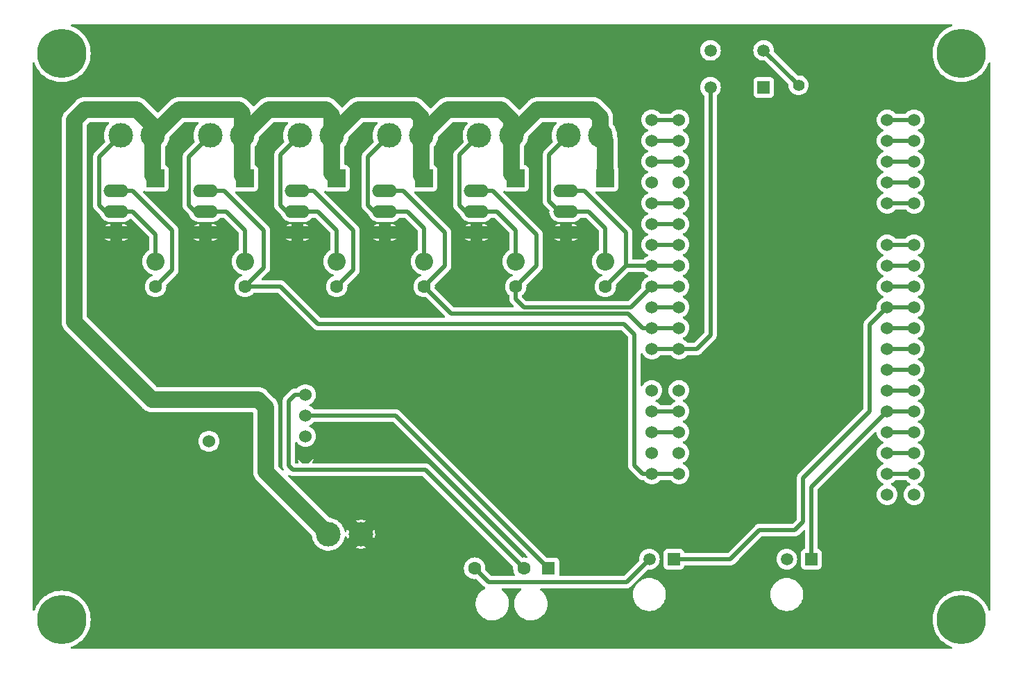
<source format=gbr>
%TF.GenerationSoftware,KiCad,Pcbnew,(6.0.8)*%
%TF.CreationDate,2023-04-09T18:39:34-06:00*%
%TF.ProjectId,Hydro,48796472-6f2e-46b6-9963-61645f706362,rev?*%
%TF.SameCoordinates,Original*%
%TF.FileFunction,Copper,L2,Bot*%
%TF.FilePolarity,Positive*%
%FSLAX46Y46*%
G04 Gerber Fmt 4.6, Leading zero omitted, Abs format (unit mm)*
G04 Created by KiCad (PCBNEW (6.0.8)) date 2023-04-09 18:39:34*
%MOMM*%
%LPD*%
G01*
G04 APERTURE LIST*
%TA.AperFunction,ComponentPad*%
%ADD10C,1.524000*%
%TD*%
%TA.AperFunction,ComponentPad*%
%ADD11C,1.600000*%
%TD*%
%TA.AperFunction,ComponentPad*%
%ADD12O,1.600000X1.600000*%
%TD*%
%TA.AperFunction,ComponentPad*%
%ADD13O,3.048000X1.524000*%
%TD*%
%TA.AperFunction,ComponentPad*%
%ADD14C,3.000000*%
%TD*%
%TA.AperFunction,ComponentPad*%
%ADD15R,2.200000X2.200000*%
%TD*%
%TA.AperFunction,ComponentPad*%
%ADD16O,2.200000X2.200000*%
%TD*%
%TA.AperFunction,ComponentPad*%
%ADD17R,1.520000X1.520000*%
%TD*%
%TA.AperFunction,ComponentPad*%
%ADD18C,1.520000*%
%TD*%
%TA.AperFunction,ComponentPad*%
%ADD19C,6.000000*%
%TD*%
%TA.AperFunction,ComponentPad*%
%ADD20C,1.400000*%
%TD*%
%TA.AperFunction,ComponentPad*%
%ADD21O,1.400000X1.400000*%
%TD*%
%TA.AperFunction,ComponentPad*%
%ADD22R,1.498000X1.498000*%
%TD*%
%TA.AperFunction,ComponentPad*%
%ADD23C,1.498000*%
%TD*%
%TA.AperFunction,ComponentPad*%
%ADD24R,1.605000X1.605000*%
%TD*%
%TA.AperFunction,ComponentPad*%
%ADD25C,1.605000*%
%TD*%
%TA.AperFunction,Conductor*%
%ADD26C,0.500000*%
%TD*%
%TA.AperFunction,Conductor*%
%ADD27C,2.030000*%
%TD*%
G04 APERTURE END LIST*
D10*
%TO.P,U4,1,SDA*%
%TO.N,SDA*%
X148844000Y-80772000D03*
%TO.P,U4,2,SCL*%
%TO.N,SCL*%
X148844000Y-83312000D03*
%TO.P,U4,3,VCC*%
%TO.N,3V3*%
X148844000Y-85852000D03*
%TO.P,U4,4,GND*%
%TO.N,GND*%
X148844000Y-88392000D03*
%TD*%
D11*
%TO.P,R6,1*%
%TO.N,Spare*%
X130556000Y-67564000D03*
D12*
%TO.P,R6,2*%
%TO.N,GND*%
X130556000Y-75184000D03*
%TD*%
D13*
%TO.P,Q6,1*%
%TO.N,Spare*%
X125763750Y-55883220D03*
%TO.P,Q6,2*%
%TO.N,Net-(D6-Pad2)*%
X125763750Y-58423220D03*
%TO.P,Q6,3*%
%TO.N,GND*%
X125763750Y-60963220D03*
%TD*%
%TO.P,Q5,1*%
%TO.N,Lights*%
X136652000Y-55880000D03*
%TO.P,Q5,2*%
%TO.N,Net-(D5-Pad2)*%
X136652000Y-58420000D03*
%TO.P,Q5,3*%
%TO.N,GND*%
X136652000Y-60960000D03*
%TD*%
%TO.P,Q4,1*%
%TO.N,pHUp*%
X180627750Y-55883220D03*
%TO.P,Q4,2*%
%TO.N,Net-(D4-Pad2)*%
X180627750Y-58423220D03*
%TO.P,Q4,3*%
%TO.N,GND*%
X180627750Y-60963220D03*
%TD*%
%TO.P,Q3,1*%
%TO.N,pHDown*%
X169705750Y-55883220D03*
%TO.P,Q3,2*%
%TO.N,Net-(D3-Pad2)*%
X169705750Y-58423220D03*
%TO.P,Q3,3*%
%TO.N,GND*%
X169705750Y-60963220D03*
%TD*%
%TO.P,Q2,1*%
%TO.N,Nutrients*%
X158529750Y-55883220D03*
%TO.P,Q2,2*%
%TO.N,Net-(D2-Pad2)*%
X158529750Y-58423220D03*
%TO.P,Q2,3*%
%TO.N,GND*%
X158529750Y-60963220D03*
%TD*%
%TO.P,Q1,1*%
%TO.N,Circulate*%
X147861750Y-55883220D03*
%TO.P,Q1,2*%
%TO.N,Net-(D1-Pad2)*%
X147861750Y-58423220D03*
%TO.P,Q1,3*%
%TO.N,GND*%
X147861750Y-60963220D03*
%TD*%
D14*
%TO.P,J6,1,1*%
%TO.N,12v*%
X130249151Y-49130200D03*
%TO.P,J6,2,2*%
%TO.N,Net-(D6-Pad2)*%
X126289149Y-49130200D03*
%TD*%
D15*
%TO.P,D6,1,K*%
%TO.N,12v*%
X130556000Y-54356000D03*
D16*
%TO.P,D6,2,A*%
%TO.N,Net-(D6-Pad2)*%
X130556000Y-64516000D03*
%TD*%
D14*
%TO.P,J1,1,1*%
%TO.N,12v*%
X152093151Y-49130200D03*
%TO.P,J1,2,2*%
%TO.N,Net-(D1-Pad2)*%
X148133149Y-49130200D03*
%TD*%
D15*
%TO.P,D5,1,K*%
%TO.N,12v*%
X141478000Y-54356000D03*
D16*
%TO.P,D5,2,A*%
%TO.N,Net-(D5-Pad2)*%
X141478000Y-64516000D03*
%TD*%
D17*
%TO.P,J7,1,1*%
%TO.N,ec_A*%
X210566000Y-100838000D03*
D18*
%TO.P,J7,2,2*%
%TO.N,3V3*%
X207566000Y-100838000D03*
%TO.P,J7,3,3*%
%TO.N,GND*%
X204566000Y-100838000D03*
%TD*%
D19*
%TO.P,H4,1*%
%TO.N,N/C*%
X228854000Y-39116000D03*
%TD*%
%TO.P,H3,1*%
%TO.N,N/C*%
X119126000Y-39116000D03*
%TD*%
D20*
%TO.P,R7,1*%
%TO.N,Net-(R7-Pad1)*%
X209000000Y-43000000D03*
D21*
%TO.P,R7,2*%
%TO.N,GND*%
X216620000Y-43000000D03*
%TD*%
D11*
%TO.P,R1,1*%
%TO.N,Circulate*%
X152654000Y-67564000D03*
D12*
%TO.P,R1,2*%
%TO.N,GND*%
X152654000Y-75184000D03*
%TD*%
D14*
%TO.P,J10,1,1*%
%TO.N,12v*%
X151637999Y-97790000D03*
%TO.P,J10,2,2*%
%TO.N,GND*%
X155598001Y-97790000D03*
%TD*%
D10*
%TO.P,U3,1,1*%
%TO.N,Net-(U2-Pad20)*%
X223095000Y-47235000D03*
%TO.P,U3,2,2*%
%TO.N,Net-(U2-Pad21)*%
X223095000Y-49775000D03*
%TO.P,U3,3,3*%
%TO.N,Net-(U2-Pad22)*%
X223095000Y-52315000D03*
%TO.P,U3,4,4*%
%TO.N,Net-(U2-Pad23)*%
X223095000Y-54855000D03*
%TO.P,U3,5,5*%
%TO.N,Net-(U2-Pad24)*%
X223095000Y-57395000D03*
%TO.P,U3,6,6*%
%TO.N,GND*%
X223095000Y-59935000D03*
%TO.P,U3,7,7*%
%TO.N,Net-(U2-Pad26)*%
X223095000Y-62475000D03*
%TO.P,U3,8,8*%
%TO.N,Net-(U2-Pad27)*%
X223095000Y-65015000D03*
%TO.P,U3,9,9*%
%TO.N,Spare*%
X223095000Y-67555000D03*
%TO.P,U3,10,10*%
%TO.N,tempSignal*%
X223095000Y-70095000D03*
%TO.P,U3,11,11*%
%TO.N,Net-(U2-Pad30)*%
X223095000Y-72635000D03*
%TO.P,U3,12,12*%
%TO.N,Net-(U2-Pad31)*%
X223095000Y-75175000D03*
%TO.P,U3,13,13*%
%TO.N,Net-(U2-Pad32)*%
X223095000Y-77715000D03*
%TO.P,U3,14,14*%
%TO.N,Net-(U2-Pad33)*%
X223095000Y-80255000D03*
%TO.P,U3,15,15*%
%TO.N,ec_A*%
X223095000Y-82795000D03*
%TO.P,U3,16,16*%
%TO.N,Net-(U2-Pad35)*%
X223095000Y-85335000D03*
%TO.P,U3,17,17*%
%TO.N,Net-(U2-Pad36)*%
X223095000Y-87875000D03*
%TO.P,U3,18,18*%
%TO.N,Net-(U2-Pad37)*%
X223095000Y-90415000D03*
%TO.P,U3,19,19*%
%TO.N,3V3*%
X223095000Y-92955000D03*
%TD*%
D15*
%TO.P,D4,1,K*%
%TO.N,12v*%
X185420000Y-54356000D03*
D16*
%TO.P,D4,2,A*%
%TO.N,Net-(D4-Pad2)*%
X185420000Y-64516000D03*
%TD*%
D15*
%TO.P,D1,1,K*%
%TO.N,12v*%
X152654000Y-54356000D03*
D16*
%TO.P,D1,2,A*%
%TO.N,Net-(D1-Pad2)*%
X152654000Y-64516000D03*
%TD*%
D14*
%TO.P,J4,1,1*%
%TO.N,12v*%
X184859151Y-49130200D03*
%TO.P,J4,2,2*%
%TO.N,Net-(D4-Pad2)*%
X180899149Y-49130200D03*
%TD*%
D15*
%TO.P,D2,1,K*%
%TO.N,12v*%
X163322000Y-54356000D03*
D16*
%TO.P,D2,2,A*%
%TO.N,Net-(D2-Pad2)*%
X163322000Y-64516000D03*
%TD*%
D14*
%TO.P,J3,1,1*%
%TO.N,12v*%
X173990001Y-49130200D03*
%TO.P,J3,2,2*%
%TO.N,Net-(D3-Pad2)*%
X170029999Y-49130200D03*
%TD*%
%TO.P,J5,1,1*%
%TO.N,12v*%
X141171151Y-49130200D03*
%TO.P,J5,2,2*%
%TO.N,Net-(D5-Pad2)*%
X137211149Y-49130200D03*
%TD*%
D17*
%TO.P,J8,1,1*%
%TO.N,tempSignal*%
X193802000Y-100838000D03*
D18*
%TO.P,J8,2,2*%
%TO.N,3V3*%
X190802000Y-100838000D03*
%TO.P,J8,3,3*%
%TO.N,GND*%
X187802000Y-100838000D03*
%TD*%
D11*
%TO.P,R2,1*%
%TO.N,Nutrients*%
X163322000Y-67564000D03*
D12*
%TO.P,R2,2*%
%TO.N,GND*%
X163322000Y-75184000D03*
%TD*%
D11*
%TO.P,R4,1*%
%TO.N,pHUp*%
X185420000Y-67564000D03*
D12*
%TO.P,R4,2*%
%TO.N,GND*%
X185420000Y-75184000D03*
%TD*%
D11*
%TO.P,R3,1*%
%TO.N,pHDown*%
X174498000Y-67564000D03*
D12*
%TO.P,R3,2*%
%TO.N,GND*%
X174498000Y-75184000D03*
%TD*%
D10*
%TO.P,U2,1,CLK*%
%TO.N,Net-(U1-Pad1)*%
X194405000Y-47235000D03*
%TO.P,U2,2,D0*%
%TO.N,Net-(U1-Pad2)*%
X194405000Y-49775000D03*
%TO.P,U2,3,D1*%
%TO.N,Net-(U1-Pad3)*%
X194405000Y-52315000D03*
%TO.P,U2,4,15*%
%TO.N,Circulate*%
X194405000Y-54855000D03*
%TO.P,U2,5,2*%
%TO.N,Net-(U1-Pad5)*%
X194405000Y-57395000D03*
%TO.P,U2,6,0*%
%TO.N,Net-(U1-Pad6)*%
X194405000Y-59935000D03*
%TO.P,U2,7,4*%
%TO.N,Net-(U1-Pad7)*%
X194405000Y-62475000D03*
%TO.P,U2,8,16*%
%TO.N,pHUp*%
X194405000Y-65015000D03*
%TO.P,U2,9,17*%
%TO.N,pHDown*%
X194405000Y-67555000D03*
%TO.P,U2,10,5*%
%TO.N,Net-(U1-Pad10)*%
X194405000Y-70095000D03*
%TO.P,U2,11,18*%
%TO.N,Nutrients*%
X194405000Y-72635000D03*
%TO.P,U2,12,19*%
%TO.N,Net-(SW1-Pad1)*%
X194405000Y-75175000D03*
%TO.P,U2,13,GND*%
%TO.N,GND*%
X194405000Y-77715000D03*
%TO.P,U2,14,21*%
%TO.N,SDA*%
X194405000Y-80255000D03*
%TO.P,U2,15,RX*%
%TO.N,Net-(U1-Pad15)*%
X194405000Y-82795000D03*
%TO.P,U2,16,TX*%
%TO.N,Net-(U1-Pad16)*%
X194405000Y-85335000D03*
%TO.P,U2,17,22*%
%TO.N,SCL*%
X194405000Y-87875000D03*
%TO.P,U2,18,23*%
%TO.N,Lights*%
X194405000Y-90415000D03*
%TO.P,U2,19,GND*%
%TO.N,GND*%
X194405000Y-92955000D03*
%TO.P,U2,20,5V*%
%TO.N,Net-(U2-Pad20)*%
X219805000Y-47235000D03*
%TO.P,U2,21,CMD*%
%TO.N,Net-(U2-Pad21)*%
X219805000Y-49775000D03*
%TO.P,U2,22,D3*%
%TO.N,Net-(U2-Pad22)*%
X219805000Y-52315000D03*
%TO.P,U2,23,D2*%
%TO.N,Net-(U2-Pad23)*%
X219805000Y-54855000D03*
%TO.P,U2,24,13*%
%TO.N,Net-(U2-Pad24)*%
X219805000Y-57395000D03*
%TO.P,U2,25,GND*%
%TO.N,GND*%
X219805000Y-59935000D03*
%TO.P,U2,26,12*%
%TO.N,Net-(U2-Pad26)*%
X219805000Y-62475000D03*
%TO.P,U2,27,14*%
%TO.N,Net-(U2-Pad27)*%
X219805000Y-65015000D03*
%TO.P,U2,28,27*%
%TO.N,Spare*%
X219805000Y-67555000D03*
%TO.P,U2,29,26*%
%TO.N,tempSignal*%
X219805000Y-70095000D03*
%TO.P,U2,30,25*%
%TO.N,Net-(U2-Pad30)*%
X219805000Y-72635000D03*
%TO.P,U2,31,33*%
%TO.N,Net-(U2-Pad31)*%
X219805000Y-75175000D03*
%TO.P,U2,32,32*%
%TO.N,Net-(U2-Pad32)*%
X219805000Y-77715000D03*
%TO.P,U2,33,35*%
%TO.N,Net-(U2-Pad33)*%
X219805000Y-80255000D03*
%TO.P,U2,34,34*%
%TO.N,ec_A*%
X219805000Y-82795000D03*
%TO.P,U2,35,VN*%
%TO.N,Net-(U2-Pad35)*%
X219805000Y-85335000D03*
%TO.P,U2,36,VP*%
%TO.N,Net-(U2-Pad36)*%
X219805000Y-87875000D03*
%TO.P,U2,37,EN*%
%TO.N,Net-(U2-Pad37)*%
X219805000Y-90415000D03*
%TO.P,U2,38,3V3*%
%TO.N,3V3*%
X219805000Y-92955000D03*
%TD*%
D19*
%TO.P,H2,1*%
%TO.N,N/C*%
X119126000Y-108204000D03*
%TD*%
D14*
%TO.P,J2,1,1*%
%TO.N,12v*%
X163015151Y-49130200D03*
%TO.P,J2,2,2*%
%TO.N,Net-(D2-Pad2)*%
X159055149Y-49130200D03*
%TD*%
D11*
%TO.P,R5,1*%
%TO.N,Lights*%
X141478000Y-67564000D03*
D12*
%TO.P,R5,2*%
%TO.N,GND*%
X141478000Y-75184000D03*
%TD*%
D22*
%TO.P,SW1,1*%
%TO.N,Net-(SW1-Pad1)*%
X204750000Y-43250000D03*
D23*
%TO.P,SW1,2*%
X198250000Y-43250000D03*
%TO.P,SW1,3*%
%TO.N,Net-(R7-Pad1)*%
X204750000Y-38750000D03*
%TO.P,SW1,4*%
X198250000Y-38750000D03*
%TD*%
D15*
%TO.P,D3,1,K*%
%TO.N,12v*%
X174498000Y-54356000D03*
D16*
%TO.P,D3,2,A*%
%TO.N,Net-(D3-Pad2)*%
X174498000Y-64516000D03*
%TD*%
D19*
%TO.P,H1,1*%
%TO.N,N/C*%
X228854000Y-108204000D03*
%TD*%
D24*
%TO.P,J9,1,1*%
%TO.N,SCL*%
X178490000Y-101948000D03*
D25*
%TO.P,J9,2,2*%
%TO.N,SDA*%
X175490000Y-101948000D03*
%TO.P,J9,3,3*%
%TO.N,GND*%
X172490000Y-101948000D03*
%TO.P,J9,4,4*%
%TO.N,3V3*%
X169490000Y-101948000D03*
%TD*%
D10*
%TO.P,U5,1,VIN*%
%TO.N,12v*%
X137065000Y-81375000D03*
%TO.P,U5,2,GND*%
%TO.N,GND*%
X137065000Y-83915000D03*
%TO.P,U5,3,3v3*%
%TO.N,3V3*%
X137065000Y-86455000D03*
%TD*%
%TO.P,U1,1,1*%
%TO.N,Net-(U1-Pad1)*%
X191095000Y-47235000D03*
%TO.P,U1,2,2*%
%TO.N,Net-(U1-Pad2)*%
X191095000Y-49775000D03*
%TO.P,U1,3,3*%
%TO.N,Net-(U1-Pad3)*%
X191095000Y-52315000D03*
%TO.P,U1,4,4*%
%TO.N,Circulate*%
X191095000Y-54855000D03*
%TO.P,U1,5,5*%
%TO.N,Net-(U1-Pad5)*%
X191095000Y-57395000D03*
%TO.P,U1,6,6*%
%TO.N,Net-(U1-Pad6)*%
X191095000Y-59935000D03*
%TO.P,U1,7,7*%
%TO.N,Net-(U1-Pad7)*%
X191095000Y-62475000D03*
%TO.P,U1,8,8*%
%TO.N,pHUp*%
X191095000Y-65015000D03*
%TO.P,U1,9,9*%
%TO.N,pHDown*%
X191095000Y-67555000D03*
%TO.P,U1,10,10*%
%TO.N,Net-(U1-Pad10)*%
X191095000Y-70095000D03*
%TO.P,U1,11,11*%
%TO.N,Nutrients*%
X191095000Y-72635000D03*
%TO.P,U1,12,12*%
%TO.N,Net-(SW1-Pad1)*%
X191095000Y-75175000D03*
%TO.P,U1,13,13*%
%TO.N,GND*%
X191095000Y-77715000D03*
%TO.P,U1,14,14*%
%TO.N,SDA*%
X191095000Y-80255000D03*
%TO.P,U1,15,15*%
%TO.N,Net-(U1-Pad15)*%
X191095000Y-82795000D03*
%TO.P,U1,16,16*%
%TO.N,Net-(U1-Pad16)*%
X191095000Y-85335000D03*
%TO.P,U1,17,17*%
%TO.N,SCL*%
X191095000Y-87875000D03*
%TO.P,U1,18,18*%
%TO.N,Lights*%
X191095000Y-90415000D03*
%TO.P,U1,19,19*%
%TO.N,GND*%
X191095000Y-92955000D03*
%TD*%
D26*
%TO.N,3V3*%
X171174000Y-103632000D02*
X188008000Y-103632000D01*
X188008000Y-103632000D02*
X190802000Y-100838000D01*
X169490000Y-101948000D02*
X171174000Y-103632000D01*
%TO.N,Net-(U2-Pad20)*%
X219805000Y-47235000D02*
X223095000Y-47235000D01*
%TO.N,Net-(U2-Pad21)*%
X219805000Y-49775000D02*
X223095000Y-49775000D01*
%TO.N,Net-(U2-Pad22)*%
X219805000Y-52315000D02*
X223095000Y-52315000D01*
%TO.N,Net-(U2-Pad23)*%
X219805000Y-54855000D02*
X223095000Y-54855000D01*
%TO.N,Net-(U2-Pad24)*%
X219805000Y-57395000D02*
X223095000Y-57395000D01*
%TO.N,Net-(U2-Pad26)*%
X219805000Y-62475000D02*
X223095000Y-62475000D01*
%TO.N,Net-(U2-Pad27)*%
X219805000Y-65015000D02*
X223095000Y-65015000D01*
%TO.N,Spare*%
X219805000Y-67555000D02*
X223095000Y-67555000D01*
%TO.N,Net-(U2-Pad30)*%
X219805000Y-72635000D02*
X223095000Y-72635000D01*
%TO.N,Net-(U2-Pad31)*%
X219805000Y-75175000D02*
X223095000Y-75175000D01*
%TO.N,Net-(U2-Pad32)*%
X219805000Y-77715000D02*
X223095000Y-77715000D01*
%TO.N,Net-(U2-Pad33)*%
X219805000Y-80255000D02*
X223095000Y-80255000D01*
%TO.N,Net-(U2-Pad35)*%
X219805000Y-85335000D02*
X223095000Y-85335000D01*
%TO.N,Net-(U2-Pad36)*%
X219805000Y-87875000D02*
X223095000Y-87875000D01*
%TO.N,Net-(U2-Pad37)*%
X219805000Y-90415000D02*
X223095000Y-90415000D01*
%TO.N,Net-(U1-Pad16)*%
X191095000Y-85335000D02*
X194405000Y-85335000D01*
%TO.N,Net-(U1-Pad15)*%
X191095000Y-82795000D02*
X194405000Y-82795000D01*
%TO.N,Nutrients*%
X191095000Y-72635000D02*
X194405000Y-72635000D01*
%TO.N,Net-(U1-Pad10)*%
X191095000Y-70095000D02*
X194405000Y-70095000D01*
%TO.N,pHUp*%
X191095000Y-65015000D02*
X194405000Y-65015000D01*
%TO.N,Net-(U1-Pad7)*%
X191095000Y-62475000D02*
X194405000Y-62475000D01*
%TO.N,Net-(U1-Pad6)*%
X191095000Y-59935000D02*
X194405000Y-59935000D01*
%TO.N,Net-(U1-Pad5)*%
X191095000Y-57395000D02*
X194405000Y-57395000D01*
%TO.N,Net-(U1-Pad3)*%
X191095000Y-52315000D02*
X194405000Y-52315000D01*
%TO.N,Net-(U1-Pad2)*%
X191095000Y-49775000D02*
X194405000Y-49775000D01*
%TO.N,Net-(U1-Pad1)*%
X191095000Y-47235000D02*
X194405000Y-47235000D01*
%TO.N,SDA*%
X146812000Y-89408000D02*
X147320000Y-89916000D01*
X163458000Y-89916000D02*
X175490000Y-101948000D01*
X146812000Y-81534000D02*
X146812000Y-89408000D01*
X147574000Y-80772000D02*
X146812000Y-81534000D01*
X148844000Y-80772000D02*
X147574000Y-80772000D01*
X147320000Y-89916000D02*
X163458000Y-89916000D01*
%TO.N,SCL*%
X159854000Y-83312000D02*
X178490000Y-101948000D01*
X148844000Y-83312000D02*
X159854000Y-83312000D01*
%TO.N,Net-(R7-Pad1)*%
X204750000Y-38750000D02*
X209000000Y-43000000D01*
%TO.N,Net-(SW1-Pad1)*%
X198250000Y-73530000D02*
X198250000Y-43250000D01*
X196605000Y-75175000D02*
X198250000Y-73530000D01*
X194405000Y-75175000D02*
X196605000Y-75175000D01*
X191095000Y-75175000D02*
X194405000Y-75175000D01*
D27*
%TO.N,12v*%
X130249151Y-47953151D02*
X130249151Y-49130200D01*
X128270000Y-45974000D02*
X130249151Y-47953151D01*
X120650000Y-47244000D02*
X121920000Y-45974000D01*
X121920000Y-45974000D02*
X128270000Y-45974000D01*
X120650000Y-71882000D02*
X120650000Y-47244000D01*
X137065000Y-81375000D02*
X130143000Y-81375000D01*
X130143000Y-81375000D02*
X120650000Y-71882000D01*
D26*
%TO.N,tempSignal*%
X219805000Y-70095000D02*
X223095000Y-70095000D01*
X217678000Y-72222000D02*
X219805000Y-70095000D01*
X217678000Y-82804000D02*
X217678000Y-72222000D01*
X209550000Y-90932000D02*
X217678000Y-82804000D01*
X209550000Y-96266000D02*
X209550000Y-90932000D01*
X208534000Y-97282000D02*
X209550000Y-96266000D01*
X204216000Y-97282000D02*
X208534000Y-97282000D01*
X200660000Y-100838000D02*
X204216000Y-97282000D01*
X193802000Y-100838000D02*
X200660000Y-100838000D01*
%TO.N,ec_A*%
X219805000Y-82795000D02*
X223095000Y-82795000D01*
X210566000Y-92034000D02*
X219805000Y-82795000D01*
X210566000Y-100838000D02*
X210566000Y-92034000D01*
%TO.N,Lights*%
X191095000Y-90415000D02*
X194405000Y-90415000D01*
X190001000Y-90415000D02*
X191095000Y-90415000D01*
X189992000Y-90424000D02*
X190001000Y-90415000D01*
X188976000Y-89408000D02*
X189992000Y-90424000D01*
X188976000Y-73406000D02*
X188976000Y-89408000D01*
X187706000Y-72136000D02*
X188976000Y-73406000D01*
X150368000Y-72136000D02*
X187706000Y-72136000D01*
X145796000Y-67564000D02*
X150368000Y-72136000D01*
X141478000Y-67564000D02*
X145796000Y-67564000D01*
%TO.N,Nutrients*%
X188214000Y-70866000D02*
X189983000Y-72635000D01*
X166624000Y-70866000D02*
X188214000Y-70866000D01*
X163322000Y-67564000D02*
X166624000Y-70866000D01*
X189983000Y-72635000D02*
X191095000Y-72635000D01*
%TO.N,pHDown*%
X191095000Y-67555000D02*
X194405000Y-67555000D01*
X188546000Y-70104000D02*
X191095000Y-67555000D01*
X175514000Y-70104000D02*
X188546000Y-70104000D01*
X174498000Y-69088000D02*
X175514000Y-70104000D01*
X174498000Y-67564000D02*
X174498000Y-69088000D01*
%TO.N,Spare*%
X132588000Y-60706000D02*
X132588000Y-65532000D01*
X127765220Y-55883220D02*
X132588000Y-60706000D01*
X125763750Y-55883220D02*
X127765220Y-55883220D01*
X132588000Y-65532000D02*
X130556000Y-67564000D01*
%TO.N,Lights*%
X143764000Y-65278000D02*
X141478000Y-67564000D01*
X138938000Y-55880000D02*
X143764000Y-60706000D01*
X136652000Y-55880000D02*
X138938000Y-55880000D01*
X143764000Y-60706000D02*
X143764000Y-65278000D01*
%TO.N,Circulate*%
X154686000Y-65532000D02*
X152654000Y-67564000D01*
X149863220Y-55883220D02*
X154686000Y-60706000D01*
X147861750Y-55883220D02*
X149863220Y-55883220D01*
X154686000Y-60706000D02*
X154686000Y-65532000D01*
%TO.N,Nutrients*%
X165862000Y-65024000D02*
X163322000Y-67564000D01*
X165862000Y-60960000D02*
X165862000Y-65024000D01*
X160785220Y-55883220D02*
X165862000Y-60960000D01*
X158529750Y-55883220D02*
X160785220Y-55883220D01*
%TO.N,pHDown*%
X177038000Y-65024000D02*
X174498000Y-67564000D01*
X177038000Y-61214000D02*
X177038000Y-65024000D01*
X171707220Y-55883220D02*
X177038000Y-61214000D01*
X169705750Y-55883220D02*
X171707220Y-55883220D01*
%TO.N,pHUp*%
X187969000Y-60969000D02*
X187969000Y-65015000D01*
X182883220Y-55883220D02*
X187969000Y-60969000D01*
X180627750Y-55883220D02*
X182883220Y-55883220D01*
%TO.N,Net-(D6-Pad2)*%
X127765220Y-58423220D02*
X125763750Y-58423220D01*
X130556000Y-61214000D02*
X127765220Y-58423220D01*
X130556000Y-64516000D02*
X130556000Y-61214000D01*
X123698000Y-51721349D02*
X126289149Y-49130200D01*
X123698000Y-57658000D02*
X123698000Y-51721349D01*
X124463220Y-58423220D02*
X123698000Y-57658000D01*
X125763750Y-58423220D02*
X124463220Y-58423220D01*
%TO.N,Net-(D5-Pad2)*%
X134620000Y-51721349D02*
X137211149Y-49130200D01*
X135382000Y-58420000D02*
X134620000Y-57658000D01*
X134620000Y-57658000D02*
X134620000Y-51721349D01*
X136652000Y-58420000D02*
X135382000Y-58420000D01*
%TO.N,Net-(D1-Pad2)*%
X145796000Y-51467349D02*
X148133149Y-49130200D01*
X146561220Y-58423220D02*
X145796000Y-57658000D01*
X147861750Y-58423220D02*
X146561220Y-58423220D01*
X145796000Y-57658000D02*
X145796000Y-51467349D01*
%TO.N,Net-(D2-Pad2)*%
X156464000Y-51721349D02*
X159055149Y-49130200D01*
X156464000Y-57658000D02*
X156464000Y-51721349D01*
X157229220Y-58423220D02*
X156464000Y-57658000D01*
X158529750Y-58423220D02*
X157229220Y-58423220D01*
%TO.N,Net-(D3-Pad2)*%
X167640000Y-51520199D02*
X170029999Y-49130200D01*
X167640000Y-57658000D02*
X167640000Y-51520199D01*
X168405220Y-58423220D02*
X167640000Y-57658000D01*
X169705750Y-58423220D02*
X168405220Y-58423220D01*
%TO.N,Net-(D5-Pad2)*%
X139192000Y-58420000D02*
X136652000Y-58420000D01*
X141478000Y-60706000D02*
X139192000Y-58420000D01*
X141478000Y-64516000D02*
X141478000Y-60706000D01*
%TO.N,Net-(D1-Pad2)*%
X152654000Y-60706000D02*
X150368000Y-58420000D01*
X150364780Y-58423220D02*
X147861750Y-58423220D01*
X152654000Y-64516000D02*
X152654000Y-60706000D01*
X150368000Y-58420000D02*
X150364780Y-58423220D01*
%TO.N,Net-(D2-Pad2)*%
X161293220Y-58423220D02*
X158529750Y-58423220D01*
X163322000Y-60452000D02*
X161293220Y-58423220D01*
X163322000Y-64516000D02*
X163322000Y-60452000D01*
%TO.N,Net-(D3-Pad2)*%
X172215220Y-58423220D02*
X169705750Y-58423220D01*
X174498000Y-60706000D02*
X172215220Y-58423220D01*
X174498000Y-64516000D02*
X174498000Y-60706000D01*
D27*
%TO.N,12v*%
X143097000Y-81375000D02*
X137065000Y-81375000D01*
X144018000Y-90170001D02*
X144018000Y-82296000D01*
X151637999Y-97790000D02*
X144018000Y-90170001D01*
X144018000Y-82296000D02*
X143097000Y-81375000D01*
X173990001Y-53848001D02*
X174498000Y-54356000D01*
X173990001Y-49130200D02*
X173990001Y-53848001D01*
X163015151Y-54049151D02*
X163322000Y-54356000D01*
X163015151Y-49130200D02*
X163015151Y-54049151D01*
X152093151Y-53795151D02*
X152654000Y-54356000D01*
X152093151Y-49130200D02*
X152093151Y-53795151D01*
X141171151Y-54049151D02*
X141478000Y-54356000D01*
X141171151Y-49130200D02*
X141171151Y-54049151D01*
X130249151Y-49130200D02*
X130249151Y-54049151D01*
X130249151Y-54049151D02*
X130556000Y-54356000D01*
X140716000Y-45974000D02*
X133405351Y-45974000D01*
X141171151Y-46429151D02*
X140716000Y-45974000D01*
X133405351Y-45974000D02*
X130249151Y-49130200D01*
X141171151Y-49130200D02*
X141171151Y-46429151D01*
X144327351Y-45974000D02*
X141171151Y-49130200D01*
X151384000Y-45974000D02*
X144327351Y-45974000D01*
X152093151Y-46683151D02*
X151384000Y-45974000D01*
X152093151Y-49130200D02*
X152093151Y-46683151D01*
X162052000Y-45974000D02*
X155249351Y-45974000D01*
X163015151Y-46937151D02*
X162052000Y-45974000D01*
X155249351Y-45974000D02*
X152093151Y-49130200D01*
X163015151Y-49130200D02*
X163015151Y-46937151D01*
X166171351Y-45974000D02*
X163015151Y-49130200D01*
X172720000Y-45974000D02*
X166171351Y-45974000D01*
X173990001Y-47244001D02*
X172720000Y-45974000D01*
X173990001Y-49130200D02*
X173990001Y-47244001D01*
X177146201Y-45974000D02*
X173990001Y-49130200D01*
X183896000Y-45974000D02*
X177146201Y-45974000D01*
X184859151Y-46937151D02*
X183896000Y-45974000D01*
X184859151Y-49130200D02*
X184859151Y-46937151D01*
D26*
%TO.N,pHUp*%
X187969000Y-65015000D02*
X185420000Y-67564000D01*
X191095000Y-65015000D02*
X187969000Y-65015000D01*
%TO.N,Net-(D4-Pad2)*%
X178562000Y-51467349D02*
X180899149Y-49130200D01*
X178562000Y-57150000D02*
X178562000Y-51467349D01*
X179835220Y-58423220D02*
X178562000Y-57150000D01*
X180627750Y-58423220D02*
X179835220Y-58423220D01*
X183391220Y-58423220D02*
X180627750Y-58423220D01*
X185420000Y-60452000D02*
X183391220Y-58423220D01*
X185420000Y-64516000D02*
X185420000Y-60452000D01*
D27*
%TO.N,12v*%
X185420000Y-49691049D02*
X184859151Y-49130200D01*
X185420000Y-54356000D02*
X185420000Y-49691049D01*
%TD*%
%TA.AperFunction,Conductor*%
%TO.N,GND*%
G36*
X227715766Y-35580002D02*
G01*
X227762259Y-35633658D01*
X227772363Y-35703932D01*
X227742869Y-35768512D01*
X227692799Y-35803631D01*
X227425006Y-35906427D01*
X227422066Y-35907925D01*
X227100284Y-36071881D01*
X227100277Y-36071885D01*
X227097343Y-36073380D01*
X226788925Y-36273668D01*
X226503133Y-36505098D01*
X226243098Y-36765133D01*
X226011668Y-37050925D01*
X225811380Y-37359343D01*
X225644427Y-37687006D01*
X225512639Y-38030326D01*
X225417459Y-38385541D01*
X225416943Y-38388802D01*
X225360602Y-38744525D01*
X225359931Y-38748759D01*
X225340685Y-39116000D01*
X225359931Y-39483241D01*
X225417459Y-39846459D01*
X225512639Y-40201674D01*
X225644427Y-40544994D01*
X225811380Y-40872657D01*
X226011668Y-41181075D01*
X226243098Y-41466867D01*
X226503133Y-41726902D01*
X226788925Y-41958332D01*
X227097342Y-42158620D01*
X227100276Y-42160115D01*
X227100283Y-42160119D01*
X227335291Y-42279861D01*
X227425006Y-42325573D01*
X227575351Y-42383285D01*
X227747767Y-42449469D01*
X227768326Y-42457361D01*
X228123541Y-42552541D01*
X228316558Y-42583112D01*
X228483511Y-42609555D01*
X228483519Y-42609556D01*
X228486759Y-42610069D01*
X228854000Y-42629315D01*
X229221241Y-42610069D01*
X229224481Y-42609556D01*
X229224489Y-42609555D01*
X229391442Y-42583112D01*
X229584459Y-42552541D01*
X229939674Y-42457361D01*
X229960234Y-42449469D01*
X230132649Y-42383285D01*
X230282994Y-42325573D01*
X230372709Y-42279861D01*
X230607717Y-42160119D01*
X230607724Y-42160115D01*
X230610658Y-42158620D01*
X230919075Y-41958332D01*
X231204867Y-41726902D01*
X231464902Y-41466867D01*
X231696332Y-41181075D01*
X231896620Y-40872657D01*
X232063573Y-40544994D01*
X232166369Y-40277201D01*
X232209455Y-40220773D01*
X232276208Y-40196596D01*
X232345435Y-40212347D01*
X232395157Y-40263025D01*
X232410000Y-40322355D01*
X232410000Y-106997645D01*
X232389998Y-107065766D01*
X232336342Y-107112259D01*
X232266068Y-107122363D01*
X232201488Y-107092869D01*
X232166369Y-107042799D01*
X232112322Y-106902002D01*
X232063573Y-106775006D01*
X232023980Y-106697300D01*
X231898119Y-106450284D01*
X231898115Y-106450277D01*
X231896620Y-106447343D01*
X231696332Y-106138925D01*
X231464902Y-105853133D01*
X231204867Y-105593098D01*
X230919075Y-105361668D01*
X230751308Y-105252719D01*
X230613427Y-105163178D01*
X230613424Y-105163176D01*
X230610658Y-105161380D01*
X230607724Y-105159885D01*
X230607717Y-105159881D01*
X230285934Y-104995925D01*
X230282994Y-104994427D01*
X230047423Y-104904000D01*
X229942764Y-104863825D01*
X229942762Y-104863824D01*
X229939674Y-104862639D01*
X229584459Y-104767459D01*
X229391442Y-104736888D01*
X229224489Y-104710445D01*
X229224481Y-104710444D01*
X229221241Y-104709931D01*
X228854000Y-104690685D01*
X228486759Y-104709931D01*
X228483519Y-104710444D01*
X228483511Y-104710445D01*
X228316558Y-104736888D01*
X228123541Y-104767459D01*
X227768326Y-104862639D01*
X227765238Y-104863824D01*
X227765236Y-104863825D01*
X227660577Y-104904000D01*
X227425006Y-104994427D01*
X227422066Y-104995925D01*
X227100284Y-105159881D01*
X227100277Y-105159885D01*
X227097343Y-105161380D01*
X227094577Y-105163176D01*
X227094574Y-105163178D01*
X226890482Y-105295716D01*
X226788925Y-105361668D01*
X226503133Y-105593098D01*
X226243098Y-105853133D01*
X226011668Y-106138925D01*
X225811380Y-106447343D01*
X225809885Y-106450277D01*
X225809881Y-106450284D01*
X225684020Y-106697300D01*
X225644427Y-106775006D01*
X225595678Y-106902002D01*
X225538409Y-107051194D01*
X225512639Y-107118326D01*
X225417459Y-107473541D01*
X225409625Y-107523005D01*
X225360662Y-107832145D01*
X225359931Y-107836759D01*
X225340685Y-108204000D01*
X225359931Y-108571241D01*
X225417459Y-108934459D01*
X225512639Y-109289674D01*
X225644427Y-109632994D01*
X225811380Y-109960657D01*
X226011668Y-110269075D01*
X226243098Y-110554867D01*
X226503133Y-110814902D01*
X226788925Y-111046332D01*
X227097342Y-111246620D01*
X227100276Y-111248115D01*
X227100283Y-111248119D01*
X227422066Y-111412075D01*
X227425006Y-111413573D01*
X227639720Y-111495994D01*
X227692799Y-111516369D01*
X227749227Y-111559455D01*
X227773404Y-111626208D01*
X227757653Y-111695435D01*
X227706975Y-111745157D01*
X227647645Y-111760000D01*
X120332355Y-111760000D01*
X120264234Y-111739998D01*
X120217741Y-111686342D01*
X120207637Y-111616068D01*
X120237131Y-111551488D01*
X120287201Y-111516369D01*
X120340280Y-111495994D01*
X120554994Y-111413573D01*
X120557934Y-111412075D01*
X120879717Y-111248119D01*
X120879724Y-111248115D01*
X120882658Y-111246620D01*
X121191075Y-111046332D01*
X121476867Y-110814902D01*
X121736902Y-110554867D01*
X121968332Y-110269075D01*
X122168620Y-109960657D01*
X122335573Y-109632994D01*
X122467361Y-109289674D01*
X122562541Y-108934459D01*
X122620069Y-108571241D01*
X122639315Y-108204000D01*
X122620069Y-107836759D01*
X122619339Y-107832145D01*
X122570375Y-107523005D01*
X122562541Y-107473541D01*
X122467361Y-107118326D01*
X122441592Y-107051194D01*
X122384322Y-106902002D01*
X122335573Y-106775006D01*
X122295980Y-106697300D01*
X122170119Y-106450284D01*
X122170115Y-106450277D01*
X122168620Y-106447343D01*
X121968332Y-106138925D01*
X121736902Y-105853133D01*
X121476867Y-105593098D01*
X121191075Y-105361668D01*
X121023308Y-105252719D01*
X120885427Y-105163178D01*
X120885424Y-105163176D01*
X120882658Y-105161380D01*
X120879724Y-105159885D01*
X120879717Y-105159881D01*
X120557934Y-104995925D01*
X120554994Y-104994427D01*
X120319423Y-104904000D01*
X120214764Y-104863825D01*
X120214762Y-104863824D01*
X120211674Y-104862639D01*
X119856459Y-104767459D01*
X119663442Y-104736888D01*
X119496489Y-104710445D01*
X119496481Y-104710444D01*
X119493241Y-104709931D01*
X119126000Y-104690685D01*
X118758759Y-104709931D01*
X118755519Y-104710444D01*
X118755511Y-104710445D01*
X118588558Y-104736888D01*
X118395541Y-104767459D01*
X118040326Y-104862639D01*
X118037238Y-104863824D01*
X118037236Y-104863825D01*
X117932577Y-104904000D01*
X117697006Y-104994427D01*
X117694066Y-104995925D01*
X117372284Y-105159881D01*
X117372277Y-105159885D01*
X117369343Y-105161380D01*
X117366577Y-105163176D01*
X117366574Y-105163178D01*
X117162482Y-105295716D01*
X117060925Y-105361668D01*
X116775133Y-105593098D01*
X116515098Y-105853133D01*
X116283668Y-106138925D01*
X116083380Y-106447343D01*
X116081885Y-106450277D01*
X116081881Y-106450284D01*
X115956020Y-106697300D01*
X115916427Y-106775006D01*
X115867678Y-106902002D01*
X115813631Y-107042799D01*
X115770545Y-107099227D01*
X115703792Y-107123404D01*
X115634565Y-107107653D01*
X115584843Y-107056975D01*
X115570000Y-106997645D01*
X115570000Y-86455000D01*
X135789647Y-86455000D01*
X135809022Y-86676463D01*
X135866560Y-86891196D01*
X135868882Y-86896177D01*
X135868883Y-86896178D01*
X135958186Y-87087689D01*
X135958189Y-87087694D01*
X135960512Y-87092676D01*
X135963668Y-87097183D01*
X135963669Y-87097185D01*
X135984458Y-87126874D01*
X136088023Y-87274781D01*
X136245219Y-87431977D01*
X136249727Y-87435134D01*
X136249730Y-87435136D01*
X136262552Y-87444114D01*
X136427323Y-87559488D01*
X136432305Y-87561811D01*
X136432310Y-87561814D01*
X136617618Y-87648224D01*
X136628804Y-87653440D01*
X136634112Y-87654862D01*
X136634114Y-87654863D01*
X136699949Y-87672503D01*
X136843537Y-87710978D01*
X137065000Y-87730353D01*
X137286463Y-87710978D01*
X137430051Y-87672503D01*
X137495886Y-87654863D01*
X137495888Y-87654862D01*
X137501196Y-87653440D01*
X137512382Y-87648224D01*
X137697690Y-87561814D01*
X137697695Y-87561811D01*
X137702677Y-87559488D01*
X137867448Y-87444114D01*
X137880270Y-87435136D01*
X137880273Y-87435134D01*
X137884781Y-87431977D01*
X138041977Y-87274781D01*
X138145543Y-87126874D01*
X138166331Y-87097185D01*
X138166332Y-87097183D01*
X138169488Y-87092676D01*
X138171811Y-87087694D01*
X138171814Y-87087689D01*
X138261117Y-86896178D01*
X138261118Y-86896177D01*
X138263440Y-86891196D01*
X138320978Y-86676463D01*
X138340353Y-86455000D01*
X138320978Y-86233537D01*
X138263440Y-86018804D01*
X138239603Y-85967685D01*
X138171814Y-85822311D01*
X138171811Y-85822306D01*
X138169488Y-85817324D01*
X138166331Y-85812815D01*
X138045136Y-85639730D01*
X138045134Y-85639727D01*
X138041977Y-85635219D01*
X137884781Y-85478023D01*
X137880273Y-85474866D01*
X137880270Y-85474864D01*
X137720697Y-85363130D01*
X137702677Y-85350512D01*
X137697695Y-85348189D01*
X137697690Y-85348186D01*
X137506178Y-85258883D01*
X137506177Y-85258882D01*
X137501196Y-85256560D01*
X137495888Y-85255138D01*
X137495886Y-85255137D01*
X137430051Y-85237497D01*
X137286463Y-85199022D01*
X137065000Y-85179647D01*
X136843537Y-85199022D01*
X136699949Y-85237497D01*
X136634114Y-85255137D01*
X136634112Y-85255138D01*
X136628804Y-85256560D01*
X136623823Y-85258882D01*
X136623822Y-85258883D01*
X136432311Y-85348186D01*
X136432306Y-85348189D01*
X136427324Y-85350512D01*
X136422817Y-85353668D01*
X136422815Y-85353669D01*
X136249730Y-85474864D01*
X136249727Y-85474866D01*
X136245219Y-85478023D01*
X136088023Y-85635219D01*
X136084866Y-85639727D01*
X136084864Y-85639730D01*
X135963669Y-85812815D01*
X135960512Y-85817324D01*
X135958189Y-85822306D01*
X135958186Y-85822311D01*
X135890397Y-85967685D01*
X135866560Y-86018804D01*
X135809022Y-86233537D01*
X135789647Y-86455000D01*
X115570000Y-86455000D01*
X115570000Y-47270675D01*
X119121777Y-47270675D01*
X119122271Y-47275711D01*
X119125899Y-47312715D01*
X119126500Y-47325010D01*
X119126500Y-71857799D01*
X119126451Y-71861317D01*
X119123639Y-71961993D01*
X119126169Y-71980950D01*
X119134139Y-72040682D01*
X119134839Y-72047235D01*
X119141206Y-72126371D01*
X119149136Y-72158656D01*
X119151665Y-72172042D01*
X119156063Y-72205001D01*
X119179014Y-72281016D01*
X119180749Y-72287360D01*
X119199685Y-72364456D01*
X119201660Y-72369109D01*
X119201661Y-72369112D01*
X119212674Y-72395057D01*
X119217311Y-72407867D01*
X119226922Y-72439698D01*
X119229140Y-72444246D01*
X119229143Y-72444253D01*
X119261722Y-72511050D01*
X119264458Y-72517052D01*
X119295477Y-72590128D01*
X119298175Y-72594413D01*
X119298178Y-72594418D01*
X119313192Y-72618260D01*
X119319818Y-72630163D01*
X119334393Y-72660047D01*
X119380167Y-72724936D01*
X119383799Y-72730382D01*
X119426117Y-72797581D01*
X119429460Y-72801373D01*
X119429463Y-72801377D01*
X119448111Y-72822530D01*
X119456552Y-72833217D01*
X119475713Y-72860379D01*
X119478377Y-72863296D01*
X119478379Y-72863299D01*
X119494591Y-72881054D01*
X119494608Y-72881071D01*
X119495556Y-72882110D01*
X119535692Y-72922246D01*
X119541111Y-72928016D01*
X119588245Y-72981479D01*
X119592153Y-72984689D01*
X119620890Y-73008294D01*
X119630009Y-73016563D01*
X129048594Y-82435148D01*
X129051046Y-82437669D01*
X129120263Y-82510864D01*
X129124284Y-82513938D01*
X129124287Y-82513941D01*
X129127081Y-82516077D01*
X129183349Y-82559097D01*
X129188448Y-82563210D01*
X129248918Y-82614675D01*
X129253236Y-82617290D01*
X129253247Y-82617298D01*
X129277359Y-82631900D01*
X129288606Y-82639572D01*
X129315023Y-82659769D01*
X129319481Y-82662159D01*
X129319482Y-82662160D01*
X129384977Y-82697278D01*
X129390707Y-82700546D01*
X129454290Y-82739053D01*
X129454293Y-82739055D01*
X129458620Y-82741675D01*
X129489456Y-82754133D01*
X129501778Y-82759906D01*
X129531084Y-82775620D01*
X129535868Y-82777267D01*
X129535872Y-82777269D01*
X129606146Y-82801466D01*
X129612316Y-82803772D01*
X129647338Y-82817922D01*
X129681238Y-82831619D01*
X129681241Y-82831620D01*
X129685929Y-82833514D01*
X129690863Y-82834635D01*
X129718346Y-82840879D01*
X129731453Y-82844613D01*
X129762888Y-82855437D01*
X129818873Y-82865107D01*
X129841113Y-82868949D01*
X129847582Y-82870241D01*
X129920066Y-82886709D01*
X129920069Y-82886709D01*
X129924997Y-82887829D01*
X129930044Y-82888146D01*
X129930047Y-82888147D01*
X129958180Y-82889917D01*
X129971704Y-82891505D01*
X130004472Y-82897165D01*
X130008433Y-82897345D01*
X130008434Y-82897345D01*
X130032450Y-82898436D01*
X130032469Y-82898436D01*
X130033869Y-82898500D01*
X130090652Y-82898500D01*
X130098563Y-82898749D01*
X130169675Y-82903223D01*
X130211713Y-82899101D01*
X130224010Y-82898500D01*
X142368500Y-82898500D01*
X142436621Y-82918502D01*
X142483114Y-82972158D01*
X142494500Y-83024500D01*
X142494500Y-90145800D01*
X142494451Y-90149318D01*
X142491639Y-90249994D01*
X142492308Y-90255008D01*
X142502139Y-90328683D01*
X142502839Y-90335236D01*
X142509206Y-90414372D01*
X142517136Y-90446657D01*
X142519665Y-90460043D01*
X142524063Y-90493002D01*
X142547014Y-90569017D01*
X142548749Y-90575362D01*
X142565062Y-90641776D01*
X142567685Y-90652457D01*
X142569660Y-90657110D01*
X142569661Y-90657113D01*
X142580674Y-90683058D01*
X142585311Y-90695868D01*
X142594922Y-90727699D01*
X142597140Y-90732247D01*
X142597143Y-90732254D01*
X142629722Y-90799051D01*
X142632458Y-90805053D01*
X142663477Y-90878129D01*
X142666175Y-90882414D01*
X142666178Y-90882419D01*
X142681192Y-90906261D01*
X142687818Y-90918164D01*
X142702393Y-90948048D01*
X142748167Y-91012937D01*
X142751799Y-91018383D01*
X142794117Y-91085582D01*
X142797460Y-91089374D01*
X142797463Y-91089378D01*
X142816111Y-91110531D01*
X142824552Y-91121218D01*
X142843713Y-91148380D01*
X142846377Y-91151297D01*
X142846379Y-91151300D01*
X142862591Y-91169055D01*
X142862608Y-91169072D01*
X142863556Y-91170111D01*
X142903692Y-91210247D01*
X142909111Y-91216017D01*
X142956245Y-91269480D01*
X142960153Y-91272690D01*
X142988890Y-91296295D01*
X142998009Y-91304564D01*
X149600929Y-97907484D01*
X149634955Y-97969796D01*
X149637625Y-97989325D01*
X149638257Y-98000276D01*
X149640681Y-98042320D01*
X149641506Y-98046525D01*
X149641507Y-98046533D01*
X149652965Y-98104933D01*
X149693404Y-98311053D01*
X149694791Y-98315103D01*
X149694792Y-98315108D01*
X149714855Y-98373707D01*
X149782111Y-98570144D01*
X149905159Y-98814799D01*
X149907585Y-98818328D01*
X149907588Y-98818334D01*
X150057842Y-99036953D01*
X150060273Y-99040490D01*
X150244581Y-99243043D01*
X150454674Y-99418707D01*
X150458315Y-99420991D01*
X150683023Y-99561951D01*
X150683027Y-99561953D01*
X150686663Y-99564234D01*
X150754543Y-99594883D01*
X150932344Y-99675164D01*
X150932348Y-99675166D01*
X150936256Y-99676930D01*
X150940376Y-99678150D01*
X150940375Y-99678150D01*
X151194722Y-99753491D01*
X151194726Y-99753492D01*
X151198835Y-99754709D01*
X151203069Y-99755357D01*
X151203074Y-99755358D01*
X151465297Y-99795483D01*
X151465299Y-99795483D01*
X151469539Y-99796132D01*
X151608911Y-99798322D01*
X151739070Y-99800367D01*
X151739076Y-99800367D01*
X151743361Y-99800434D01*
X152015234Y-99767534D01*
X152280126Y-99698041D01*
X152284086Y-99696401D01*
X152284091Y-99696399D01*
X152450704Y-99627385D01*
X152533135Y-99593241D01*
X152769581Y-99455073D01*
X152791323Y-99438025D01*
X155016256Y-99438025D01*
X155018721Y-99441317D01*
X155019342Y-99441648D01*
X155139382Y-99483568D01*
X155148391Y-99485982D01*
X155394751Y-99532755D01*
X155404008Y-99533809D01*
X155654578Y-99543655D01*
X155663892Y-99543329D01*
X155913154Y-99516031D01*
X155922331Y-99514330D01*
X156164823Y-99450487D01*
X156172116Y-99447976D01*
X156182654Y-99439253D01*
X156181203Y-99433862D01*
X155610813Y-98863472D01*
X155596869Y-98855858D01*
X155595036Y-98855989D01*
X155588421Y-98860240D01*
X155023016Y-99425645D01*
X155016256Y-99438025D01*
X152791323Y-99438025D01*
X152985088Y-99286094D01*
X153026808Y-99243043D01*
X153172685Y-99092509D01*
X153175668Y-99089431D01*
X153178201Y-99085983D01*
X153178205Y-99085978D01*
X153335256Y-98872178D01*
X153337794Y-98868723D01*
X153365153Y-98818334D01*
X153466417Y-98631830D01*
X153466418Y-98631828D01*
X153468467Y-98628054D01*
X153565268Y-98371877D01*
X153626406Y-98104933D01*
X153626714Y-98101479D01*
X153657039Y-98037506D01*
X153717307Y-97999977D01*
X153788296Y-98000989D01*
X153847469Y-98040220D01*
X153874657Y-98096786D01*
X153906006Y-98254390D01*
X153908500Y-98263383D01*
X153943448Y-98360719D01*
X153951760Y-98372113D01*
X153956072Y-98371230D01*
X153956221Y-98371120D01*
X154524529Y-97802812D01*
X154530907Y-97791132D01*
X156663859Y-97791132D01*
X156663990Y-97792965D01*
X156668241Y-97799580D01*
X157236858Y-98368197D01*
X157249238Y-98374957D01*
X157250907Y-98373707D01*
X157252824Y-98369827D01*
X157316408Y-98144376D01*
X157318268Y-98135234D01*
X157350105Y-97884976D01*
X157350586Y-97878688D01*
X157352825Y-97793160D01*
X157352674Y-97786851D01*
X157333978Y-97535260D01*
X157332601Y-97526054D01*
X157277258Y-97281472D01*
X157274534Y-97272561D01*
X157253539Y-97218572D01*
X157244932Y-97207401D01*
X157240150Y-97208511D01*
X156671473Y-97777188D01*
X156663859Y-97791132D01*
X154530907Y-97791132D01*
X154532143Y-97788868D01*
X154532012Y-97787035D01*
X154527761Y-97780420D01*
X153960396Y-97213055D01*
X153948016Y-97206295D01*
X153943687Y-97209535D01*
X153935586Y-97228855D01*
X153932631Y-97237688D01*
X153870118Y-97483837D01*
X153833964Y-97544938D01*
X153770515Y-97576793D01*
X153699916Y-97569288D01*
X153644582Y-97524806D01*
X153624613Y-97478374D01*
X153589715Y-97309862D01*
X153577031Y-97248612D01*
X153485616Y-96990465D01*
X153360012Y-96747112D01*
X153343869Y-96724142D01*
X153205473Y-96527225D01*
X153202544Y-96523057D01*
X153016124Y-96322445D01*
X153012809Y-96319731D01*
X153012805Y-96319728D01*
X152807522Y-96151706D01*
X152804204Y-96148990D01*
X152792236Y-96141656D01*
X155013300Y-96141656D01*
X155013634Y-96144011D01*
X155015804Y-96147143D01*
X155585189Y-96716528D01*
X155599133Y-96724142D01*
X155600966Y-96724011D01*
X155607581Y-96719760D01*
X156173701Y-96153640D01*
X156180461Y-96141260D01*
X156178515Y-96138661D01*
X156176507Y-96137625D01*
X156012121Y-96085004D01*
X156003070Y-96082831D01*
X155755563Y-96042522D01*
X155746274Y-96041710D01*
X155495543Y-96038427D01*
X155486232Y-96038997D01*
X155237766Y-96072812D01*
X155228647Y-96074750D01*
X155025179Y-96134055D01*
X155013300Y-96141656D01*
X152792236Y-96141656D01*
X152570703Y-96005901D01*
X152531573Y-95988724D01*
X152323872Y-95897549D01*
X152323868Y-95897548D01*
X152319944Y-95895825D01*
X152056565Y-95820800D01*
X152052323Y-95820196D01*
X152052317Y-95820195D01*
X151870400Y-95794305D01*
X151826271Y-95788024D01*
X151761648Y-95758623D01*
X151754930Y-95752376D01*
X149388440Y-93385886D01*
X146763873Y-90761320D01*
X146729847Y-90699008D01*
X146734912Y-90628193D01*
X146777459Y-90571357D01*
X146843979Y-90546546D01*
X146917202Y-90564536D01*
X146918716Y-90565734D01*
X146925349Y-90568834D01*
X146984837Y-90596636D01*
X146988791Y-90598569D01*
X147053808Y-90631769D01*
X147060924Y-90633510D01*
X147066554Y-90635604D01*
X147072321Y-90637523D01*
X147078950Y-90640621D01*
X147086110Y-90642110D01*
X147086112Y-90642111D01*
X147150396Y-90655482D01*
X147154680Y-90656452D01*
X147225610Y-90673808D01*
X147231212Y-90674156D01*
X147231215Y-90674156D01*
X147236764Y-90674500D01*
X147236762Y-90674536D01*
X147240752Y-90674775D01*
X147244950Y-90675150D01*
X147252115Y-90676640D01*
X147329504Y-90674546D01*
X147332912Y-90674500D01*
X163091629Y-90674500D01*
X163159750Y-90694502D01*
X163180724Y-90711405D01*
X174152021Y-101682702D01*
X174186047Y-101745014D01*
X174188447Y-101782779D01*
X174174903Y-101937592D01*
X174173992Y-101948000D01*
X174193985Y-102176522D01*
X174253357Y-102398101D01*
X174350304Y-102606004D01*
X174398778Y-102675232D01*
X174421464Y-102742504D01*
X174404179Y-102811364D01*
X174352409Y-102859948D01*
X174295563Y-102873500D01*
X171540370Y-102873500D01*
X171472249Y-102853498D01*
X171451275Y-102836595D01*
X170827979Y-102213299D01*
X170793953Y-102150987D01*
X170791553Y-102113222D01*
X170805529Y-101953475D01*
X170806008Y-101948000D01*
X170786015Y-101719478D01*
X170770182Y-101660387D01*
X170728066Y-101503209D01*
X170728065Y-101503207D01*
X170726643Y-101497899D01*
X170699922Y-101440595D01*
X170632019Y-101294977D01*
X170632017Y-101294974D01*
X170629696Y-101289996D01*
X170498121Y-101102086D01*
X170335914Y-100939879D01*
X170148004Y-100808304D01*
X170143026Y-100805983D01*
X170143023Y-100805981D01*
X169945083Y-100713680D01*
X169945082Y-100713679D01*
X169940101Y-100711357D01*
X169934793Y-100709935D01*
X169934791Y-100709934D01*
X169723837Y-100653409D01*
X169723835Y-100653409D01*
X169718522Y-100651985D01*
X169490000Y-100631992D01*
X169261478Y-100651985D01*
X169256165Y-100653409D01*
X169256163Y-100653409D01*
X169045209Y-100709934D01*
X169045207Y-100709935D01*
X169039899Y-100711357D01*
X169034918Y-100713679D01*
X169034917Y-100713680D01*
X168836977Y-100805981D01*
X168836974Y-100805983D01*
X168831996Y-100808304D01*
X168644086Y-100939879D01*
X168481879Y-101102086D01*
X168350304Y-101289996D01*
X168347983Y-101294974D01*
X168347981Y-101294977D01*
X168280078Y-101440595D01*
X168253357Y-101497899D01*
X168251935Y-101503207D01*
X168251934Y-101503209D01*
X168209818Y-101660387D01*
X168193985Y-101719478D01*
X168173992Y-101948000D01*
X168193985Y-102176522D01*
X168253357Y-102398101D01*
X168350304Y-102606004D01*
X168481879Y-102793914D01*
X168644086Y-102956121D01*
X168831996Y-103087696D01*
X168836974Y-103090017D01*
X168836977Y-103090019D01*
X168965847Y-103150112D01*
X169039899Y-103184643D01*
X169045207Y-103186065D01*
X169045209Y-103186066D01*
X169256163Y-103242591D01*
X169256165Y-103242591D01*
X169261478Y-103244015D01*
X169490000Y-103264008D01*
X169495475Y-103263529D01*
X169655221Y-103249553D01*
X169724826Y-103263542D01*
X169755298Y-103285979D01*
X170590230Y-104120911D01*
X170602616Y-104135323D01*
X170611149Y-104146918D01*
X170611154Y-104146923D01*
X170615492Y-104152818D01*
X170621070Y-104157557D01*
X170621073Y-104157560D01*
X170655768Y-104187035D01*
X170663284Y-104193965D01*
X170668980Y-104199661D01*
X170671841Y-104201924D01*
X170671846Y-104201929D01*
X170691256Y-104217285D01*
X170694658Y-104220075D01*
X170732406Y-104252145D01*
X170771370Y-104311494D01*
X170772062Y-104382487D01*
X170734263Y-104442585D01*
X170709981Y-104459418D01*
X170651596Y-104490463D01*
X170563670Y-104537213D01*
X170563664Y-104537217D01*
X170559778Y-104539283D01*
X170556218Y-104541870D01*
X170556214Y-104541872D01*
X170351151Y-104690858D01*
X170329699Y-104706444D01*
X170326535Y-104709500D01*
X170326532Y-104709502D01*
X170128290Y-104900943D01*
X170128286Y-104900947D01*
X170125125Y-104904000D01*
X169950035Y-105128104D01*
X169947832Y-105131920D01*
X169811267Y-105368458D01*
X169807839Y-105374395D01*
X169806189Y-105378479D01*
X169806186Y-105378485D01*
X169752286Y-105511893D01*
X169701304Y-105638079D01*
X169632503Y-105914024D01*
X169632044Y-105918392D01*
X169632043Y-105918397D01*
X169618149Y-106050592D01*
X169602776Y-106196859D01*
X169602929Y-106201247D01*
X169602929Y-106201253D01*
X169611626Y-106450284D01*
X169612701Y-106481078D01*
X169613463Y-106485401D01*
X169613464Y-106485408D01*
X169634785Y-106606322D01*
X169662085Y-106761150D01*
X169663440Y-106765321D01*
X169663442Y-106765328D01*
X169718054Y-106933404D01*
X169749967Y-107031623D01*
X169751895Y-107035576D01*
X169751897Y-107035581D01*
X169789296Y-107112259D01*
X169874637Y-107287233D01*
X169877092Y-107290872D01*
X169877095Y-107290878D01*
X169953451Y-107404080D01*
X170033667Y-107523005D01*
X170223963Y-107734350D01*
X170441820Y-107917154D01*
X170682998Y-108067859D01*
X170942804Y-108183531D01*
X171216179Y-108261921D01*
X171220533Y-108262533D01*
X171220538Y-108262534D01*
X171390770Y-108286458D01*
X171497804Y-108301500D01*
X171711018Y-108301500D01*
X171713204Y-108301347D01*
X171713208Y-108301347D01*
X171919315Y-108286935D01*
X171919320Y-108286934D01*
X171923700Y-108286628D01*
X172201877Y-108227499D01*
X172206006Y-108225996D01*
X172206010Y-108225995D01*
X172464974Y-108131740D01*
X172464978Y-108131738D01*
X172469119Y-108130231D01*
X172473009Y-108128163D01*
X172473015Y-108128160D01*
X172716330Y-107998787D01*
X172716336Y-107998783D01*
X172720222Y-107996717D01*
X172723782Y-107994130D01*
X172723786Y-107994128D01*
X172946738Y-107832145D01*
X172946741Y-107832142D01*
X172950301Y-107829556D01*
X173045960Y-107737179D01*
X173151710Y-107635057D01*
X173151714Y-107635053D01*
X173154875Y-107632000D01*
X173329965Y-107407896D01*
X173399630Y-107287233D01*
X173469956Y-107165425D01*
X173469959Y-107165420D01*
X173472161Y-107161605D01*
X173473811Y-107157521D01*
X173473814Y-107157515D01*
X173577047Y-106902002D01*
X173578696Y-106897921D01*
X173586789Y-106865464D01*
X173646432Y-106626247D01*
X173647497Y-106621976D01*
X173649143Y-106606322D01*
X173676765Y-106343510D01*
X173676765Y-106343507D01*
X173677224Y-106339141D01*
X173677071Y-106334747D01*
X173667453Y-106059319D01*
X173667452Y-106059313D01*
X173667299Y-106054922D01*
X173665450Y-106044431D01*
X173618677Y-105779173D01*
X173617915Y-105774850D01*
X173616560Y-105770679D01*
X173616558Y-105770672D01*
X173531394Y-105508566D01*
X173530033Y-105504377D01*
X173405363Y-105248767D01*
X173402908Y-105245128D01*
X173402905Y-105245122D01*
X173248792Y-105016641D01*
X173246333Y-105012995D01*
X173056037Y-104801650D01*
X172838180Y-104618846D01*
X172836694Y-104617918D01*
X172793740Y-104562213D01*
X172787665Y-104491477D01*
X172820797Y-104428686D01*
X172882617Y-104393774D01*
X172911155Y-104390500D01*
X175076771Y-104390500D01*
X175144892Y-104410502D01*
X175191385Y-104464158D01*
X175201489Y-104534432D01*
X175171995Y-104599012D01*
X175150832Y-104618436D01*
X175051390Y-104690685D01*
X175029699Y-104706444D01*
X175026535Y-104709500D01*
X175026532Y-104709502D01*
X174828290Y-104900943D01*
X174828286Y-104900947D01*
X174825125Y-104904000D01*
X174650035Y-105128104D01*
X174647832Y-105131920D01*
X174511267Y-105368458D01*
X174507839Y-105374395D01*
X174506189Y-105378479D01*
X174506186Y-105378485D01*
X174452286Y-105511893D01*
X174401304Y-105638079D01*
X174332503Y-105914024D01*
X174332044Y-105918392D01*
X174332043Y-105918397D01*
X174318149Y-106050592D01*
X174302776Y-106196859D01*
X174302929Y-106201247D01*
X174302929Y-106201253D01*
X174311626Y-106450284D01*
X174312701Y-106481078D01*
X174313463Y-106485401D01*
X174313464Y-106485408D01*
X174334785Y-106606322D01*
X174362085Y-106761150D01*
X174363440Y-106765321D01*
X174363442Y-106765328D01*
X174418054Y-106933404D01*
X174449967Y-107031623D01*
X174451895Y-107035576D01*
X174451897Y-107035581D01*
X174489296Y-107112259D01*
X174574637Y-107287233D01*
X174577092Y-107290872D01*
X174577095Y-107290878D01*
X174653451Y-107404080D01*
X174733667Y-107523005D01*
X174923963Y-107734350D01*
X175141820Y-107917154D01*
X175382998Y-108067859D01*
X175642804Y-108183531D01*
X175916179Y-108261921D01*
X175920533Y-108262533D01*
X175920538Y-108262534D01*
X176090770Y-108286458D01*
X176197804Y-108301500D01*
X176411018Y-108301500D01*
X176413204Y-108301347D01*
X176413208Y-108301347D01*
X176619315Y-108286935D01*
X176619320Y-108286934D01*
X176623700Y-108286628D01*
X176901877Y-108227499D01*
X176906006Y-108225996D01*
X176906010Y-108225995D01*
X177164974Y-108131740D01*
X177164978Y-108131738D01*
X177169119Y-108130231D01*
X177173009Y-108128163D01*
X177173015Y-108128160D01*
X177416330Y-107998787D01*
X177416336Y-107998783D01*
X177420222Y-107996717D01*
X177423782Y-107994130D01*
X177423786Y-107994128D01*
X177646738Y-107832145D01*
X177646741Y-107832142D01*
X177650301Y-107829556D01*
X177745960Y-107737179D01*
X177851710Y-107635057D01*
X177851714Y-107635053D01*
X177854875Y-107632000D01*
X178029965Y-107407896D01*
X178099630Y-107287233D01*
X178169956Y-107165425D01*
X178169959Y-107165420D01*
X178172161Y-107161605D01*
X178173811Y-107157521D01*
X178173814Y-107157515D01*
X178277047Y-106902002D01*
X178278696Y-106897921D01*
X178286789Y-106865464D01*
X178346432Y-106626247D01*
X178347497Y-106621976D01*
X178349143Y-106606322D01*
X178376765Y-106343510D01*
X178376765Y-106343507D01*
X178377224Y-106339141D01*
X178377071Y-106334747D01*
X178367453Y-106059319D01*
X178367452Y-106059313D01*
X178367299Y-106054922D01*
X178365450Y-106044431D01*
X178318677Y-105779173D01*
X178317915Y-105774850D01*
X178316560Y-105770679D01*
X178316558Y-105770672D01*
X178231394Y-105508566D01*
X178230033Y-105504377D01*
X178105363Y-105248767D01*
X178102908Y-105245128D01*
X178102905Y-105245122D01*
X177996744Y-105087733D01*
X188789822Y-105087733D01*
X188789975Y-105092121D01*
X188789975Y-105092127D01*
X188799461Y-105363754D01*
X188799625Y-105368458D01*
X188800387Y-105372781D01*
X188800388Y-105372788D01*
X188823591Y-105504377D01*
X188848402Y-105645087D01*
X188935203Y-105912235D01*
X189058340Y-106164702D01*
X189060795Y-106168341D01*
X189060798Y-106168347D01*
X189133890Y-106276710D01*
X189215415Y-106397576D01*
X189218360Y-106400847D01*
X189218361Y-106400848D01*
X189286642Y-106476681D01*
X189403371Y-106606322D01*
X189618550Y-106786879D01*
X189856764Y-106935731D01*
X189990484Y-106995267D01*
X190097242Y-107042799D01*
X190113375Y-107049982D01*
X190117603Y-107051194D01*
X190117602Y-107051194D01*
X190351721Y-107118326D01*
X190383390Y-107127407D01*
X190387740Y-107128018D01*
X190387743Y-107128019D01*
X190490690Y-107142487D01*
X190661552Y-107166500D01*
X190872146Y-107166500D01*
X190874332Y-107166347D01*
X190874336Y-107166347D01*
X191077827Y-107152118D01*
X191077832Y-107152117D01*
X191082212Y-107151811D01*
X191356970Y-107093409D01*
X191361099Y-107091906D01*
X191361103Y-107091905D01*
X191616781Y-106998846D01*
X191616785Y-106998844D01*
X191620926Y-106997337D01*
X191868942Y-106865464D01*
X191973896Y-106789211D01*
X192092629Y-106702947D01*
X192092632Y-106702944D01*
X192096192Y-106700358D01*
X192298252Y-106505231D01*
X192471188Y-106283882D01*
X192473384Y-106280078D01*
X192473389Y-106280071D01*
X192587206Y-106082933D01*
X192611636Y-106040619D01*
X192716862Y-105780176D01*
X192751226Y-105642350D01*
X192783753Y-105511893D01*
X192783754Y-105511888D01*
X192784817Y-105507624D01*
X192785575Y-105500419D01*
X192813719Y-105232636D01*
X192813719Y-105232633D01*
X192814178Y-105228267D01*
X192814025Y-105223873D01*
X192809271Y-105087733D01*
X205553822Y-105087733D01*
X205553975Y-105092121D01*
X205553975Y-105092127D01*
X205563461Y-105363754D01*
X205563625Y-105368458D01*
X205564387Y-105372781D01*
X205564388Y-105372788D01*
X205587591Y-105504377D01*
X205612402Y-105645087D01*
X205699203Y-105912235D01*
X205822340Y-106164702D01*
X205824795Y-106168341D01*
X205824798Y-106168347D01*
X205897890Y-106276710D01*
X205979415Y-106397576D01*
X205982360Y-106400847D01*
X205982361Y-106400848D01*
X206050642Y-106476681D01*
X206167371Y-106606322D01*
X206382550Y-106786879D01*
X206620764Y-106935731D01*
X206754484Y-106995267D01*
X206861242Y-107042799D01*
X206877375Y-107049982D01*
X206881603Y-107051194D01*
X206881602Y-107051194D01*
X207115721Y-107118326D01*
X207147390Y-107127407D01*
X207151740Y-107128018D01*
X207151743Y-107128019D01*
X207254690Y-107142487D01*
X207425552Y-107166500D01*
X207636146Y-107166500D01*
X207638332Y-107166347D01*
X207638336Y-107166347D01*
X207841827Y-107152118D01*
X207841832Y-107152117D01*
X207846212Y-107151811D01*
X208120970Y-107093409D01*
X208125099Y-107091906D01*
X208125103Y-107091905D01*
X208380781Y-106998846D01*
X208380785Y-106998844D01*
X208384926Y-106997337D01*
X208632942Y-106865464D01*
X208737896Y-106789211D01*
X208856629Y-106702947D01*
X208856632Y-106702944D01*
X208860192Y-106700358D01*
X209062252Y-106505231D01*
X209235188Y-106283882D01*
X209237384Y-106280078D01*
X209237389Y-106280071D01*
X209351206Y-106082933D01*
X209375636Y-106040619D01*
X209480862Y-105780176D01*
X209515226Y-105642350D01*
X209547753Y-105511893D01*
X209547754Y-105511888D01*
X209548817Y-105507624D01*
X209549575Y-105500419D01*
X209577719Y-105232636D01*
X209577719Y-105232633D01*
X209578178Y-105228267D01*
X209578025Y-105223873D01*
X209568529Y-104951939D01*
X209568528Y-104951933D01*
X209568375Y-104947542D01*
X209560698Y-104904000D01*
X209536531Y-104766943D01*
X209519598Y-104670913D01*
X209432797Y-104403765D01*
X209427027Y-104391933D01*
X209366254Y-104267333D01*
X209309660Y-104151298D01*
X209307205Y-104147659D01*
X209307202Y-104147653D01*
X209226935Y-104028653D01*
X209152585Y-103918424D01*
X208964629Y-103709678D01*
X208749450Y-103529121D01*
X208511236Y-103380269D01*
X208254625Y-103266018D01*
X207984610Y-103188593D01*
X207980260Y-103187982D01*
X207980257Y-103187981D01*
X207877310Y-103173513D01*
X207706448Y-103149500D01*
X207495854Y-103149500D01*
X207493668Y-103149653D01*
X207493664Y-103149653D01*
X207290173Y-103163882D01*
X207290168Y-103163883D01*
X207285788Y-103164189D01*
X207011030Y-103222591D01*
X207006901Y-103224094D01*
X207006897Y-103224095D01*
X206751219Y-103317154D01*
X206751215Y-103317156D01*
X206747074Y-103318663D01*
X206499058Y-103450536D01*
X206495499Y-103453122D01*
X206495497Y-103453123D01*
X206390895Y-103529121D01*
X206271808Y-103615642D01*
X206069748Y-103810769D01*
X205896812Y-104032118D01*
X205894616Y-104035922D01*
X205894611Y-104035929D01*
X205792643Y-104212544D01*
X205756364Y-104275381D01*
X205651138Y-104535824D01*
X205650073Y-104540097D01*
X205650072Y-104540099D01*
X205593172Y-104768314D01*
X205583183Y-104808376D01*
X205582724Y-104812744D01*
X205582723Y-104812749D01*
X205563471Y-104995925D01*
X205553822Y-105087733D01*
X192809271Y-105087733D01*
X192804529Y-104951939D01*
X192804528Y-104951933D01*
X192804375Y-104947542D01*
X192796698Y-104904000D01*
X192772531Y-104766943D01*
X192755598Y-104670913D01*
X192668797Y-104403765D01*
X192663027Y-104391933D01*
X192602254Y-104267333D01*
X192545660Y-104151298D01*
X192543205Y-104147659D01*
X192543202Y-104147653D01*
X192462935Y-104028653D01*
X192388585Y-103918424D01*
X192200629Y-103709678D01*
X191985450Y-103529121D01*
X191747236Y-103380269D01*
X191490625Y-103266018D01*
X191220610Y-103188593D01*
X191216260Y-103187982D01*
X191216257Y-103187981D01*
X191113310Y-103173513D01*
X190942448Y-103149500D01*
X190731854Y-103149500D01*
X190729668Y-103149653D01*
X190729664Y-103149653D01*
X190526173Y-103163882D01*
X190526168Y-103163883D01*
X190521788Y-103164189D01*
X190247030Y-103222591D01*
X190242901Y-103224094D01*
X190242897Y-103224095D01*
X189987219Y-103317154D01*
X189987215Y-103317156D01*
X189983074Y-103318663D01*
X189735058Y-103450536D01*
X189731499Y-103453122D01*
X189731497Y-103453123D01*
X189626895Y-103529121D01*
X189507808Y-103615642D01*
X189305748Y-103810769D01*
X189132812Y-104032118D01*
X189130616Y-104035922D01*
X189130611Y-104035929D01*
X189028643Y-104212544D01*
X188992364Y-104275381D01*
X188887138Y-104535824D01*
X188886073Y-104540097D01*
X188886072Y-104540099D01*
X188829172Y-104768314D01*
X188819183Y-104808376D01*
X188818724Y-104812744D01*
X188818723Y-104812749D01*
X188799471Y-104995925D01*
X188789822Y-105087733D01*
X177996744Y-105087733D01*
X177948792Y-105016641D01*
X177946333Y-105012995D01*
X177756037Y-104801650D01*
X177538180Y-104618846D01*
X177536694Y-104617918D01*
X177493740Y-104562213D01*
X177487665Y-104491477D01*
X177520797Y-104428686D01*
X177582617Y-104393774D01*
X177611155Y-104390500D01*
X187940930Y-104390500D01*
X187959880Y-104391933D01*
X187974115Y-104394099D01*
X187974119Y-104394099D01*
X187981349Y-104395199D01*
X187988641Y-104394606D01*
X187988644Y-104394606D01*
X188034018Y-104390915D01*
X188044233Y-104390500D01*
X188052293Y-104390500D01*
X188065583Y-104388951D01*
X188080507Y-104387211D01*
X188084882Y-104386778D01*
X188150339Y-104381454D01*
X188150342Y-104381453D01*
X188157637Y-104380860D01*
X188164601Y-104378604D01*
X188170560Y-104377413D01*
X188176415Y-104376029D01*
X188183681Y-104375182D01*
X188252327Y-104350265D01*
X188256455Y-104348848D01*
X188318936Y-104328607D01*
X188318938Y-104328606D01*
X188325899Y-104326351D01*
X188332154Y-104322555D01*
X188337628Y-104320049D01*
X188343058Y-104317330D01*
X188349937Y-104314833D01*
X188356058Y-104310820D01*
X188410976Y-104274814D01*
X188414680Y-104272477D01*
X188477107Y-104234595D01*
X188485484Y-104227197D01*
X188485508Y-104227224D01*
X188488500Y-104224571D01*
X188491733Y-104221868D01*
X188497852Y-104217856D01*
X188551128Y-104161617D01*
X188553506Y-104159175D01*
X190575932Y-102136749D01*
X190638244Y-102102723D01*
X190676008Y-102100323D01*
X190796525Y-102110866D01*
X190802000Y-102111345D01*
X191023114Y-102092000D01*
X191028427Y-102090576D01*
X191028429Y-102090576D01*
X191232200Y-102035976D01*
X191232202Y-102035975D01*
X191237510Y-102034553D01*
X191242492Y-102032230D01*
X191433686Y-101943075D01*
X191433691Y-101943072D01*
X191438673Y-101940749D01*
X191575838Y-101844705D01*
X191615979Y-101816598D01*
X191615982Y-101816596D01*
X191620490Y-101813439D01*
X191777439Y-101656490D01*
X191784691Y-101646134D01*
X192533500Y-101646134D01*
X192540255Y-101708316D01*
X192591385Y-101844705D01*
X192678739Y-101961261D01*
X192795295Y-102048615D01*
X192931684Y-102099745D01*
X192993866Y-102106500D01*
X194610134Y-102106500D01*
X194672316Y-102099745D01*
X194808705Y-102048615D01*
X194925261Y-101961261D01*
X195012615Y-101844705D01*
X195063745Y-101708316D01*
X195064598Y-101700459D01*
X195066288Y-101693354D01*
X195101506Y-101631707D01*
X195164461Y-101598887D01*
X195188871Y-101596500D01*
X200592930Y-101596500D01*
X200611880Y-101597933D01*
X200626115Y-101600099D01*
X200626119Y-101600099D01*
X200633349Y-101601199D01*
X200640641Y-101600606D01*
X200640644Y-101600606D01*
X200686018Y-101596915D01*
X200696233Y-101596500D01*
X200704293Y-101596500D01*
X200717583Y-101594951D01*
X200732507Y-101593211D01*
X200736882Y-101592778D01*
X200802339Y-101587454D01*
X200802342Y-101587453D01*
X200809637Y-101586860D01*
X200816601Y-101584604D01*
X200822560Y-101583413D01*
X200828415Y-101582029D01*
X200835681Y-101581182D01*
X200904327Y-101556265D01*
X200908455Y-101554848D01*
X200970936Y-101534607D01*
X200970938Y-101534606D01*
X200977899Y-101532351D01*
X200984154Y-101528555D01*
X200989628Y-101526049D01*
X200995058Y-101523330D01*
X201001937Y-101520833D01*
X201062976Y-101480814D01*
X201066680Y-101478477D01*
X201129107Y-101440595D01*
X201137484Y-101433197D01*
X201137508Y-101433224D01*
X201140500Y-101430571D01*
X201143733Y-101427868D01*
X201149852Y-101423856D01*
X201203128Y-101367617D01*
X201205506Y-101365175D01*
X201732681Y-100838000D01*
X206292655Y-100838000D01*
X206312000Y-101059114D01*
X206313424Y-101064427D01*
X206313424Y-101064429D01*
X206322471Y-101098191D01*
X206369447Y-101273510D01*
X206371769Y-101278490D01*
X206371770Y-101278492D01*
X206460925Y-101469685D01*
X206460928Y-101469690D01*
X206463251Y-101474672D01*
X206466407Y-101479179D01*
X206466408Y-101479181D01*
X206583310Y-101646134D01*
X206590561Y-101656490D01*
X206747510Y-101813439D01*
X206752018Y-101816596D01*
X206752021Y-101816598D01*
X206792162Y-101844705D01*
X206929327Y-101940749D01*
X206934309Y-101943072D01*
X206934314Y-101943075D01*
X207125508Y-102032230D01*
X207130490Y-102034553D01*
X207135798Y-102035975D01*
X207135800Y-102035976D01*
X207339571Y-102090576D01*
X207339573Y-102090576D01*
X207344886Y-102092000D01*
X207566000Y-102111345D01*
X207787114Y-102092000D01*
X207792427Y-102090576D01*
X207792429Y-102090576D01*
X207996200Y-102035976D01*
X207996202Y-102035975D01*
X208001510Y-102034553D01*
X208006492Y-102032230D01*
X208197686Y-101943075D01*
X208197691Y-101943072D01*
X208202673Y-101940749D01*
X208339838Y-101844705D01*
X208379979Y-101816598D01*
X208379982Y-101816596D01*
X208384490Y-101813439D01*
X208541439Y-101656490D01*
X208548691Y-101646134D01*
X208665592Y-101479181D01*
X208665593Y-101479179D01*
X208668749Y-101474672D01*
X208671072Y-101469690D01*
X208671075Y-101469685D01*
X208760230Y-101278492D01*
X208760231Y-101278490D01*
X208762553Y-101273510D01*
X208809530Y-101098191D01*
X208818576Y-101064429D01*
X208818576Y-101064427D01*
X208820000Y-101059114D01*
X208839345Y-100838000D01*
X208820000Y-100616886D01*
X208762553Y-100402490D01*
X208760230Y-100397508D01*
X208671075Y-100206315D01*
X208671072Y-100206310D01*
X208668749Y-100201328D01*
X208665592Y-100196819D01*
X208544598Y-100024021D01*
X208544596Y-100024018D01*
X208541439Y-100019510D01*
X208384490Y-99862561D01*
X208379982Y-99859404D01*
X208379979Y-99859402D01*
X208295027Y-99799918D01*
X208202673Y-99735251D01*
X208197691Y-99732928D01*
X208197686Y-99732925D01*
X208006492Y-99643770D01*
X208006491Y-99643769D01*
X208001510Y-99641447D01*
X207996202Y-99640025D01*
X207996200Y-99640024D01*
X207792429Y-99585424D01*
X207792427Y-99585424D01*
X207787114Y-99584000D01*
X207566000Y-99564655D01*
X207344886Y-99584000D01*
X207339573Y-99585424D01*
X207339571Y-99585424D01*
X207135800Y-99640024D01*
X207135798Y-99640025D01*
X207130490Y-99641447D01*
X207125510Y-99643769D01*
X207125508Y-99643770D01*
X206934315Y-99732925D01*
X206934310Y-99732928D01*
X206929328Y-99735251D01*
X206924821Y-99738407D01*
X206924819Y-99738408D01*
X206752021Y-99859402D01*
X206752018Y-99859404D01*
X206747510Y-99862561D01*
X206590561Y-100019510D01*
X206587404Y-100024018D01*
X206587402Y-100024021D01*
X206466408Y-100196819D01*
X206463251Y-100201328D01*
X206460928Y-100206310D01*
X206460925Y-100206315D01*
X206371770Y-100397508D01*
X206369447Y-100402490D01*
X206312000Y-100616886D01*
X206292655Y-100838000D01*
X201732681Y-100838000D01*
X204493276Y-98077405D01*
X204555588Y-98043379D01*
X204582371Y-98040500D01*
X208466930Y-98040500D01*
X208485880Y-98041933D01*
X208500115Y-98044099D01*
X208500119Y-98044099D01*
X208507349Y-98045199D01*
X208514641Y-98044606D01*
X208514644Y-98044606D01*
X208560018Y-98040915D01*
X208570233Y-98040500D01*
X208578293Y-98040500D01*
X208591583Y-98038951D01*
X208606507Y-98037211D01*
X208610882Y-98036778D01*
X208676339Y-98031454D01*
X208676342Y-98031453D01*
X208683637Y-98030860D01*
X208690601Y-98028604D01*
X208696560Y-98027413D01*
X208702415Y-98026029D01*
X208709681Y-98025182D01*
X208778327Y-98000265D01*
X208782455Y-97998848D01*
X208844936Y-97978607D01*
X208844938Y-97978606D01*
X208851899Y-97976351D01*
X208858154Y-97972555D01*
X208863628Y-97970049D01*
X208869058Y-97967330D01*
X208875937Y-97964833D01*
X208936976Y-97924814D01*
X208940680Y-97922477D01*
X209003107Y-97884595D01*
X209011484Y-97877197D01*
X209011508Y-97877224D01*
X209014500Y-97874571D01*
X209017733Y-97871868D01*
X209023852Y-97867856D01*
X209077128Y-97811617D01*
X209079506Y-97809175D01*
X209592405Y-97296276D01*
X209654717Y-97262250D01*
X209725532Y-97267315D01*
X209782368Y-97309862D01*
X209807179Y-97376382D01*
X209807500Y-97385371D01*
X209807500Y-99451129D01*
X209787498Y-99519250D01*
X209733842Y-99565743D01*
X209710646Y-99573712D01*
X209703541Y-99575402D01*
X209695684Y-99576255D01*
X209559295Y-99627385D01*
X209442739Y-99714739D01*
X209355385Y-99831295D01*
X209304255Y-99967684D01*
X209297500Y-100029866D01*
X209297500Y-101646134D01*
X209304255Y-101708316D01*
X209355385Y-101844705D01*
X209442739Y-101961261D01*
X209559295Y-102048615D01*
X209695684Y-102099745D01*
X209757866Y-102106500D01*
X211374134Y-102106500D01*
X211436316Y-102099745D01*
X211572705Y-102048615D01*
X211689261Y-101961261D01*
X211776615Y-101844705D01*
X211827745Y-101708316D01*
X211834500Y-101646134D01*
X211834500Y-100029866D01*
X211827745Y-99967684D01*
X211776615Y-99831295D01*
X211689261Y-99714739D01*
X211572705Y-99627385D01*
X211436316Y-99576255D01*
X211428459Y-99575402D01*
X211421354Y-99573712D01*
X211359707Y-99538494D01*
X211326887Y-99475539D01*
X211324500Y-99451129D01*
X211324500Y-92400371D01*
X211344502Y-92332250D01*
X211361405Y-92311276D01*
X218323137Y-85349544D01*
X218385449Y-85315518D01*
X218456264Y-85320583D01*
X218513100Y-85363130D01*
X218537753Y-85427657D01*
X218549022Y-85556463D01*
X218606560Y-85771196D01*
X218608882Y-85776177D01*
X218608883Y-85776178D01*
X218698186Y-85967689D01*
X218698189Y-85967694D01*
X218700512Y-85972676D01*
X218703668Y-85977183D01*
X218703669Y-85977185D01*
X218822019Y-86146206D01*
X218828023Y-86154781D01*
X218985219Y-86311977D01*
X218989727Y-86315134D01*
X218989730Y-86315136D01*
X219065495Y-86368187D01*
X219167323Y-86439488D01*
X219172305Y-86441811D01*
X219172310Y-86441814D01*
X219277373Y-86490805D01*
X219330658Y-86537722D01*
X219350119Y-86605999D01*
X219329577Y-86673959D01*
X219277373Y-86719195D01*
X219172311Y-86768186D01*
X219172306Y-86768189D01*
X219167324Y-86770512D01*
X219162817Y-86773668D01*
X219162815Y-86773669D01*
X218989730Y-86894864D01*
X218989727Y-86894866D01*
X218985219Y-86898023D01*
X218828023Y-87055219D01*
X218824868Y-87059725D01*
X218824864Y-87059730D01*
X218777514Y-87127353D01*
X218700512Y-87237324D01*
X218698189Y-87242306D01*
X218698186Y-87242311D01*
X218611561Y-87428080D01*
X218606560Y-87438804D01*
X218549022Y-87653537D01*
X218529647Y-87875000D01*
X218549022Y-88096463D01*
X218606560Y-88311196D01*
X218608882Y-88316177D01*
X218608883Y-88316178D01*
X218698186Y-88507689D01*
X218698189Y-88507694D01*
X218700512Y-88512676D01*
X218703668Y-88517183D01*
X218703669Y-88517185D01*
X218822019Y-88686206D01*
X218828023Y-88694781D01*
X218985219Y-88851977D01*
X218989727Y-88855134D01*
X218989730Y-88855136D01*
X219065495Y-88908187D01*
X219167323Y-88979488D01*
X219172305Y-88981811D01*
X219172310Y-88981814D01*
X219277373Y-89030805D01*
X219330658Y-89077722D01*
X219350119Y-89145999D01*
X219329577Y-89213959D01*
X219277373Y-89259195D01*
X219172311Y-89308186D01*
X219172306Y-89308189D01*
X219167324Y-89310512D01*
X219162817Y-89313668D01*
X219162815Y-89313669D01*
X218989730Y-89434864D01*
X218989727Y-89434866D01*
X218985219Y-89438023D01*
X218828023Y-89595219D01*
X218824868Y-89599725D01*
X218824864Y-89599730D01*
X218703669Y-89772815D01*
X218700512Y-89777324D01*
X218698189Y-89782306D01*
X218698186Y-89782311D01*
X218618929Y-89952279D01*
X218606560Y-89978804D01*
X218605138Y-89984112D01*
X218605137Y-89984114D01*
X218587497Y-90049949D01*
X218549022Y-90193537D01*
X218529647Y-90415000D01*
X218549022Y-90636463D01*
X218560302Y-90678559D01*
X218602920Y-90837610D01*
X218606560Y-90851196D01*
X218608882Y-90856177D01*
X218608883Y-90856178D01*
X218698186Y-91047689D01*
X218698189Y-91047694D01*
X218700512Y-91052676D01*
X218703668Y-91057183D01*
X218703669Y-91057185D01*
X218822019Y-91226206D01*
X218828023Y-91234781D01*
X218985219Y-91391977D01*
X218989727Y-91395134D01*
X218989730Y-91395136D01*
X219065495Y-91448187D01*
X219167323Y-91519488D01*
X219172305Y-91521811D01*
X219172310Y-91521814D01*
X219277373Y-91570805D01*
X219330658Y-91617722D01*
X219350119Y-91685999D01*
X219329577Y-91753959D01*
X219277373Y-91799195D01*
X219172311Y-91848186D01*
X219172306Y-91848189D01*
X219167324Y-91850512D01*
X219162817Y-91853668D01*
X219162815Y-91853669D01*
X218989730Y-91974864D01*
X218989727Y-91974866D01*
X218985219Y-91978023D01*
X218828023Y-92135219D01*
X218700512Y-92317324D01*
X218698189Y-92322306D01*
X218698186Y-92322311D01*
X218686123Y-92348181D01*
X218606560Y-92518804D01*
X218549022Y-92733537D01*
X218529647Y-92955000D01*
X218549022Y-93176463D01*
X218606560Y-93391196D01*
X218608882Y-93396177D01*
X218608883Y-93396178D01*
X218698186Y-93587689D01*
X218698189Y-93587694D01*
X218700512Y-93592676D01*
X218828023Y-93774781D01*
X218985219Y-93931977D01*
X218989727Y-93935134D01*
X218989730Y-93935136D01*
X219065495Y-93988187D01*
X219167323Y-94059488D01*
X219172305Y-94061811D01*
X219172310Y-94061814D01*
X219363822Y-94151117D01*
X219368804Y-94153440D01*
X219374112Y-94154862D01*
X219374114Y-94154863D01*
X219439949Y-94172503D01*
X219583537Y-94210978D01*
X219805000Y-94230353D01*
X220026463Y-94210978D01*
X220170051Y-94172503D01*
X220235886Y-94154863D01*
X220235888Y-94154862D01*
X220241196Y-94153440D01*
X220246178Y-94151117D01*
X220437690Y-94061814D01*
X220437695Y-94061811D01*
X220442677Y-94059488D01*
X220544505Y-93988187D01*
X220620270Y-93935136D01*
X220620273Y-93935134D01*
X220624781Y-93931977D01*
X220781977Y-93774781D01*
X220909488Y-93592676D01*
X220911811Y-93587694D01*
X220911814Y-93587689D01*
X221001117Y-93396178D01*
X221001118Y-93396177D01*
X221003440Y-93391196D01*
X221060978Y-93176463D01*
X221080353Y-92955000D01*
X221060978Y-92733537D01*
X221003440Y-92518804D01*
X220923877Y-92348181D01*
X220911814Y-92322311D01*
X220911811Y-92322306D01*
X220909488Y-92317324D01*
X220781977Y-92135219D01*
X220624781Y-91978023D01*
X220620273Y-91974866D01*
X220620270Y-91974864D01*
X220544505Y-91921813D01*
X220442677Y-91850512D01*
X220437695Y-91848189D01*
X220437690Y-91848186D01*
X220332627Y-91799195D01*
X220279342Y-91752278D01*
X220259881Y-91684001D01*
X220280423Y-91616041D01*
X220332627Y-91570805D01*
X220437690Y-91521814D01*
X220437695Y-91521811D01*
X220442677Y-91519488D01*
X220544505Y-91448187D01*
X220620270Y-91395136D01*
X220620273Y-91395134D01*
X220624781Y-91391977D01*
X220781977Y-91234781D01*
X220787264Y-91227231D01*
X220788546Y-91226206D01*
X220788669Y-91226059D01*
X220788698Y-91226084D01*
X220842718Y-91182902D01*
X220890477Y-91173500D01*
X222009523Y-91173500D01*
X222077644Y-91193502D01*
X222112736Y-91227230D01*
X222118023Y-91234781D01*
X222275219Y-91391977D01*
X222279727Y-91395134D01*
X222279730Y-91395136D01*
X222355495Y-91448187D01*
X222457323Y-91519488D01*
X222462305Y-91521811D01*
X222462310Y-91521814D01*
X222567373Y-91570805D01*
X222620658Y-91617722D01*
X222640119Y-91685999D01*
X222619577Y-91753959D01*
X222567373Y-91799195D01*
X222462311Y-91848186D01*
X222462306Y-91848189D01*
X222457324Y-91850512D01*
X222452817Y-91853668D01*
X222452815Y-91853669D01*
X222279730Y-91974864D01*
X222279727Y-91974866D01*
X222275219Y-91978023D01*
X222118023Y-92135219D01*
X221990512Y-92317324D01*
X221988189Y-92322306D01*
X221988186Y-92322311D01*
X221976123Y-92348181D01*
X221896560Y-92518804D01*
X221839022Y-92733537D01*
X221819647Y-92955000D01*
X221839022Y-93176463D01*
X221896560Y-93391196D01*
X221898882Y-93396177D01*
X221898883Y-93396178D01*
X221988186Y-93587689D01*
X221988189Y-93587694D01*
X221990512Y-93592676D01*
X222118023Y-93774781D01*
X222275219Y-93931977D01*
X222279727Y-93935134D01*
X222279730Y-93935136D01*
X222355495Y-93988187D01*
X222457323Y-94059488D01*
X222462305Y-94061811D01*
X222462310Y-94061814D01*
X222653822Y-94151117D01*
X222658804Y-94153440D01*
X222664112Y-94154862D01*
X222664114Y-94154863D01*
X222729949Y-94172503D01*
X222873537Y-94210978D01*
X223095000Y-94230353D01*
X223316463Y-94210978D01*
X223460051Y-94172503D01*
X223525886Y-94154863D01*
X223525888Y-94154862D01*
X223531196Y-94153440D01*
X223536178Y-94151117D01*
X223727690Y-94061814D01*
X223727695Y-94061811D01*
X223732677Y-94059488D01*
X223834505Y-93988187D01*
X223910270Y-93935136D01*
X223910273Y-93935134D01*
X223914781Y-93931977D01*
X224071977Y-93774781D01*
X224199488Y-93592676D01*
X224201811Y-93587694D01*
X224201814Y-93587689D01*
X224291117Y-93396178D01*
X224291118Y-93396177D01*
X224293440Y-93391196D01*
X224350978Y-93176463D01*
X224370353Y-92955000D01*
X224350978Y-92733537D01*
X224293440Y-92518804D01*
X224213877Y-92348181D01*
X224201814Y-92322311D01*
X224201811Y-92322306D01*
X224199488Y-92317324D01*
X224071977Y-92135219D01*
X223914781Y-91978023D01*
X223910273Y-91974866D01*
X223910270Y-91974864D01*
X223834505Y-91921813D01*
X223732677Y-91850512D01*
X223727695Y-91848189D01*
X223727690Y-91848186D01*
X223622627Y-91799195D01*
X223569342Y-91752278D01*
X223549881Y-91684001D01*
X223570423Y-91616041D01*
X223622627Y-91570805D01*
X223727690Y-91521814D01*
X223727695Y-91521811D01*
X223732677Y-91519488D01*
X223834505Y-91448187D01*
X223910270Y-91395136D01*
X223910273Y-91395134D01*
X223914781Y-91391977D01*
X224071977Y-91234781D01*
X224077982Y-91226206D01*
X224196331Y-91057185D01*
X224196332Y-91057183D01*
X224199488Y-91052676D01*
X224201811Y-91047694D01*
X224201814Y-91047689D01*
X224291117Y-90856178D01*
X224291118Y-90856177D01*
X224293440Y-90851196D01*
X224297081Y-90837610D01*
X224339698Y-90678559D01*
X224350978Y-90636463D01*
X224370353Y-90415000D01*
X224350978Y-90193537D01*
X224312503Y-90049949D01*
X224294863Y-89984114D01*
X224294862Y-89984112D01*
X224293440Y-89978804D01*
X224281071Y-89952279D01*
X224201814Y-89782311D01*
X224201811Y-89782306D01*
X224199488Y-89777324D01*
X224196331Y-89772815D01*
X224075136Y-89599730D01*
X224075132Y-89599725D01*
X224071977Y-89595219D01*
X223914781Y-89438023D01*
X223910273Y-89434866D01*
X223910270Y-89434864D01*
X223804731Y-89360965D01*
X223732677Y-89310512D01*
X223727695Y-89308189D01*
X223727690Y-89308186D01*
X223622627Y-89259195D01*
X223569342Y-89212278D01*
X223549881Y-89144001D01*
X223570423Y-89076041D01*
X223622627Y-89030805D01*
X223727690Y-88981814D01*
X223727695Y-88981811D01*
X223732677Y-88979488D01*
X223834505Y-88908187D01*
X223910270Y-88855136D01*
X223910273Y-88855134D01*
X223914781Y-88851977D01*
X224071977Y-88694781D01*
X224077982Y-88686206D01*
X224196331Y-88517185D01*
X224196332Y-88517183D01*
X224199488Y-88512676D01*
X224201811Y-88507694D01*
X224201814Y-88507689D01*
X224291117Y-88316178D01*
X224291118Y-88316177D01*
X224293440Y-88311196D01*
X224350978Y-88096463D01*
X224370353Y-87875000D01*
X224350978Y-87653537D01*
X224293440Y-87438804D01*
X224288439Y-87428080D01*
X224201814Y-87242311D01*
X224201811Y-87242306D01*
X224199488Y-87237324D01*
X224122486Y-87127353D01*
X224075136Y-87059730D01*
X224075132Y-87059725D01*
X224071977Y-87055219D01*
X223914781Y-86898023D01*
X223910273Y-86894866D01*
X223910270Y-86894864D01*
X223810608Y-86825080D01*
X223732677Y-86770512D01*
X223727695Y-86768189D01*
X223727690Y-86768186D01*
X223622627Y-86719195D01*
X223569342Y-86672278D01*
X223549881Y-86604001D01*
X223570423Y-86536041D01*
X223622627Y-86490805D01*
X223727690Y-86441814D01*
X223727695Y-86441811D01*
X223732677Y-86439488D01*
X223834505Y-86368187D01*
X223910270Y-86315136D01*
X223910273Y-86315134D01*
X223914781Y-86311977D01*
X224071977Y-86154781D01*
X224077982Y-86146206D01*
X224196331Y-85977185D01*
X224196332Y-85977183D01*
X224199488Y-85972676D01*
X224201811Y-85967694D01*
X224201814Y-85967689D01*
X224291117Y-85776178D01*
X224291118Y-85776177D01*
X224293440Y-85771196D01*
X224350978Y-85556463D01*
X224370353Y-85335000D01*
X224350978Y-85113537D01*
X224293440Y-84898804D01*
X224280878Y-84871864D01*
X224201814Y-84702311D01*
X224201811Y-84702306D01*
X224199488Y-84697324D01*
X224119437Y-84582999D01*
X224075136Y-84519730D01*
X224075132Y-84519725D01*
X224071977Y-84515219D01*
X223914781Y-84358023D01*
X223910273Y-84354866D01*
X223910270Y-84354864D01*
X223810608Y-84285080D01*
X223732677Y-84230512D01*
X223727695Y-84228189D01*
X223727690Y-84228186D01*
X223622627Y-84179195D01*
X223569342Y-84132278D01*
X223549881Y-84064001D01*
X223570423Y-83996041D01*
X223622627Y-83950805D01*
X223727690Y-83901814D01*
X223727695Y-83901811D01*
X223732677Y-83899488D01*
X223834505Y-83828187D01*
X223910270Y-83775136D01*
X223910273Y-83775134D01*
X223914781Y-83771977D01*
X224071977Y-83614781D01*
X224077982Y-83606206D01*
X224196331Y-83437185D01*
X224196332Y-83437183D01*
X224199488Y-83432676D01*
X224201811Y-83427694D01*
X224201814Y-83427689D01*
X224291117Y-83236178D01*
X224291118Y-83236177D01*
X224293440Y-83231196D01*
X224350978Y-83016463D01*
X224370353Y-82795000D01*
X224350978Y-82573537D01*
X224293440Y-82358804D01*
X224275449Y-82320222D01*
X224201814Y-82162311D01*
X224201811Y-82162306D01*
X224199488Y-82157324D01*
X224119437Y-82042999D01*
X224075136Y-81979730D01*
X224075132Y-81979725D01*
X224071977Y-81975219D01*
X223914781Y-81818023D01*
X223910273Y-81814866D01*
X223910270Y-81814864D01*
X223794423Y-81733747D01*
X223732677Y-81690512D01*
X223727695Y-81688189D01*
X223727690Y-81688186D01*
X223622627Y-81639195D01*
X223569342Y-81592278D01*
X223549881Y-81524001D01*
X223570423Y-81456041D01*
X223622627Y-81410805D01*
X223727690Y-81361814D01*
X223727695Y-81361811D01*
X223732677Y-81359488D01*
X223872918Y-81261290D01*
X223910270Y-81235136D01*
X223910273Y-81235134D01*
X223914781Y-81231977D01*
X224071977Y-81074781D01*
X224077982Y-81066206D01*
X224196331Y-80897185D01*
X224196332Y-80897183D01*
X224199488Y-80892676D01*
X224201811Y-80887694D01*
X224201814Y-80887689D01*
X224291117Y-80696178D01*
X224291118Y-80696177D01*
X224293440Y-80691196D01*
X224350978Y-80476463D01*
X224370353Y-80255000D01*
X224350978Y-80033537D01*
X224302559Y-79852835D01*
X224294863Y-79824114D01*
X224294862Y-79824112D01*
X224293440Y-79818804D01*
X224280878Y-79791864D01*
X224201814Y-79622311D01*
X224201811Y-79622306D01*
X224199488Y-79617324D01*
X224128556Y-79516022D01*
X224075136Y-79439730D01*
X224075132Y-79439725D01*
X224071977Y-79435219D01*
X223914781Y-79278023D01*
X223910273Y-79274866D01*
X223910270Y-79274864D01*
X223834505Y-79221813D01*
X223732677Y-79150512D01*
X223727695Y-79148189D01*
X223727690Y-79148186D01*
X223622627Y-79099195D01*
X223569342Y-79052278D01*
X223549881Y-78984001D01*
X223570423Y-78916041D01*
X223622627Y-78870805D01*
X223727690Y-78821814D01*
X223727695Y-78821811D01*
X223732677Y-78819488D01*
X223834505Y-78748187D01*
X223910270Y-78695136D01*
X223910273Y-78695134D01*
X223914781Y-78691977D01*
X224071977Y-78534781D01*
X224077982Y-78526206D01*
X224196331Y-78357185D01*
X224196332Y-78357183D01*
X224199488Y-78352676D01*
X224201811Y-78347694D01*
X224201814Y-78347689D01*
X224291117Y-78156178D01*
X224291118Y-78156177D01*
X224293440Y-78151196D01*
X224350978Y-77936463D01*
X224370353Y-77715000D01*
X224350978Y-77493537D01*
X224293440Y-77278804D01*
X224291117Y-77273822D01*
X224201814Y-77082311D01*
X224201811Y-77082306D01*
X224199488Y-77077324D01*
X224196331Y-77072815D01*
X224075136Y-76899730D01*
X224075132Y-76899725D01*
X224071977Y-76895219D01*
X223914781Y-76738023D01*
X223910273Y-76734866D01*
X223910270Y-76734864D01*
X223834505Y-76681813D01*
X223732677Y-76610512D01*
X223727695Y-76608189D01*
X223727690Y-76608186D01*
X223622627Y-76559195D01*
X223569342Y-76512278D01*
X223549881Y-76444001D01*
X223570423Y-76376041D01*
X223622627Y-76330805D01*
X223727690Y-76281814D01*
X223727695Y-76281811D01*
X223732677Y-76279488D01*
X223834505Y-76208187D01*
X223910270Y-76155136D01*
X223910273Y-76155134D01*
X223914781Y-76151977D01*
X224071977Y-75994781D01*
X224077982Y-75986206D01*
X224196331Y-75817185D01*
X224196332Y-75817183D01*
X224199488Y-75812676D01*
X224201811Y-75807694D01*
X224201814Y-75807689D01*
X224291117Y-75616178D01*
X224291118Y-75616177D01*
X224293440Y-75611196D01*
X224350978Y-75396463D01*
X224370353Y-75175000D01*
X224350978Y-74953537D01*
X224293440Y-74738804D01*
X224291117Y-74733822D01*
X224201814Y-74542311D01*
X224201811Y-74542306D01*
X224199488Y-74537324D01*
X224185953Y-74517994D01*
X224075136Y-74359730D01*
X224075132Y-74359725D01*
X224071977Y-74355219D01*
X223914781Y-74198023D01*
X223910273Y-74194866D01*
X223910270Y-74194864D01*
X223834505Y-74141813D01*
X223732677Y-74070512D01*
X223727695Y-74068189D01*
X223727690Y-74068186D01*
X223622627Y-74019195D01*
X223569342Y-73972278D01*
X223549881Y-73904001D01*
X223570423Y-73836041D01*
X223622627Y-73790805D01*
X223727690Y-73741814D01*
X223727695Y-73741811D01*
X223732677Y-73739488D01*
X223889263Y-73629845D01*
X223910270Y-73615136D01*
X223910273Y-73615134D01*
X223914781Y-73611977D01*
X224071977Y-73454781D01*
X224077982Y-73446206D01*
X224196331Y-73277185D01*
X224196332Y-73277183D01*
X224199488Y-73272676D01*
X224201811Y-73267694D01*
X224201814Y-73267689D01*
X224291117Y-73076178D01*
X224291118Y-73076177D01*
X224293440Y-73071196D01*
X224350978Y-72856463D01*
X224370353Y-72635000D01*
X224350978Y-72413537D01*
X224312503Y-72269949D01*
X224294863Y-72204114D01*
X224294862Y-72204112D01*
X224293440Y-72198804D01*
X224280961Y-72172042D01*
X224201814Y-72002311D01*
X224201811Y-72002306D01*
X224199488Y-71997324D01*
X224196331Y-71992815D01*
X224075136Y-71819730D01*
X224075132Y-71819725D01*
X224071977Y-71815219D01*
X223914781Y-71658023D01*
X223910273Y-71654866D01*
X223910270Y-71654864D01*
X223834505Y-71601813D01*
X223732677Y-71530512D01*
X223727695Y-71528189D01*
X223727690Y-71528186D01*
X223622627Y-71479195D01*
X223569342Y-71432278D01*
X223549881Y-71364001D01*
X223570423Y-71296041D01*
X223622627Y-71250805D01*
X223727690Y-71201814D01*
X223727695Y-71201811D01*
X223732677Y-71199488D01*
X223834505Y-71128187D01*
X223910270Y-71075136D01*
X223910273Y-71075134D01*
X223914781Y-71071977D01*
X224071977Y-70914781D01*
X224077982Y-70906206D01*
X224196331Y-70737185D01*
X224196332Y-70737183D01*
X224199488Y-70732676D01*
X224201811Y-70727694D01*
X224201814Y-70727689D01*
X224291117Y-70536178D01*
X224291118Y-70536177D01*
X224293440Y-70531196D01*
X224350978Y-70316463D01*
X224370353Y-70095000D01*
X224350978Y-69873537D01*
X224293440Y-69658804D01*
X224281071Y-69632279D01*
X224201814Y-69462311D01*
X224201811Y-69462306D01*
X224199488Y-69457324D01*
X224196331Y-69452815D01*
X224075136Y-69279730D01*
X224075132Y-69279725D01*
X224071977Y-69275219D01*
X223914781Y-69118023D01*
X223910273Y-69114866D01*
X223910270Y-69114864D01*
X223823511Y-69054115D01*
X223732677Y-68990512D01*
X223727695Y-68988189D01*
X223727690Y-68988186D01*
X223622627Y-68939195D01*
X223569342Y-68892278D01*
X223549881Y-68824001D01*
X223570423Y-68756041D01*
X223622627Y-68710805D01*
X223727690Y-68661814D01*
X223727695Y-68661811D01*
X223732677Y-68659488D01*
X223834505Y-68588187D01*
X223910270Y-68535136D01*
X223910273Y-68535134D01*
X223914781Y-68531977D01*
X224071977Y-68374781D01*
X224077982Y-68366206D01*
X224196331Y-68197185D01*
X224196332Y-68197183D01*
X224199488Y-68192676D01*
X224201811Y-68187694D01*
X224201814Y-68187689D01*
X224291117Y-67996178D01*
X224291118Y-67996177D01*
X224293440Y-67991196D01*
X224350978Y-67776463D01*
X224370353Y-67555000D01*
X224350978Y-67333537D01*
X224293440Y-67118804D01*
X224289230Y-67109775D01*
X224201814Y-66922311D01*
X224201811Y-66922306D01*
X224199488Y-66917324D01*
X224192435Y-66907251D01*
X224075136Y-66739730D01*
X224075132Y-66739725D01*
X224071977Y-66735219D01*
X223914781Y-66578023D01*
X223910273Y-66574866D01*
X223910270Y-66574864D01*
X223834505Y-66521813D01*
X223732677Y-66450512D01*
X223727695Y-66448189D01*
X223727690Y-66448186D01*
X223622627Y-66399195D01*
X223569342Y-66352278D01*
X223549881Y-66284001D01*
X223570423Y-66216041D01*
X223622627Y-66170805D01*
X223727690Y-66121814D01*
X223727695Y-66121811D01*
X223732677Y-66119488D01*
X223854568Y-66034139D01*
X223910270Y-65995136D01*
X223910273Y-65995134D01*
X223914781Y-65991977D01*
X224071977Y-65834781D01*
X224077982Y-65826206D01*
X224196331Y-65657185D01*
X224196332Y-65657183D01*
X224199488Y-65652676D01*
X224201811Y-65647694D01*
X224201814Y-65647689D01*
X224291117Y-65456178D01*
X224291118Y-65456177D01*
X224293440Y-65451196D01*
X224297469Y-65436162D01*
X224312503Y-65380051D01*
X224350978Y-65236463D01*
X224370353Y-65015000D01*
X224350978Y-64793537D01*
X224293440Y-64578804D01*
X224261855Y-64511070D01*
X224201814Y-64382311D01*
X224201811Y-64382306D01*
X224199488Y-64377324D01*
X224196331Y-64372815D01*
X224075136Y-64199730D01*
X224075132Y-64199725D01*
X224071977Y-64195219D01*
X223914781Y-64038023D01*
X223910273Y-64034866D01*
X223910270Y-64034864D01*
X223834505Y-63981813D01*
X223732677Y-63910512D01*
X223727695Y-63908189D01*
X223727690Y-63908186D01*
X223622627Y-63859195D01*
X223569342Y-63812278D01*
X223549881Y-63744001D01*
X223570423Y-63676041D01*
X223622627Y-63630805D01*
X223727690Y-63581814D01*
X223727695Y-63581811D01*
X223732677Y-63579488D01*
X223865777Y-63486290D01*
X223910270Y-63455136D01*
X223910273Y-63455134D01*
X223914781Y-63451977D01*
X224071977Y-63294781D01*
X224077982Y-63286206D01*
X224196331Y-63117185D01*
X224196332Y-63117183D01*
X224199488Y-63112676D01*
X224201811Y-63107694D01*
X224201814Y-63107689D01*
X224291117Y-62916178D01*
X224291118Y-62916177D01*
X224293440Y-62911196D01*
X224350978Y-62696463D01*
X224370353Y-62475000D01*
X224350978Y-62253537D01*
X224293440Y-62038804D01*
X224263790Y-61975220D01*
X224201814Y-61842311D01*
X224201811Y-61842306D01*
X224199488Y-61837324D01*
X224175526Y-61803102D01*
X224075136Y-61659730D01*
X224075132Y-61659725D01*
X224071977Y-61655219D01*
X223914781Y-61498023D01*
X223910273Y-61494866D01*
X223910270Y-61494864D01*
X223834505Y-61441813D01*
X223732677Y-61370512D01*
X223727695Y-61368189D01*
X223727690Y-61368186D01*
X223536178Y-61278883D01*
X223536177Y-61278882D01*
X223531196Y-61276560D01*
X223525888Y-61275138D01*
X223525886Y-61275137D01*
X223418175Y-61246276D01*
X223316463Y-61219022D01*
X223095000Y-61199647D01*
X222873537Y-61219022D01*
X222771825Y-61246276D01*
X222664114Y-61275137D01*
X222664112Y-61275138D01*
X222658804Y-61276560D01*
X222653823Y-61278882D01*
X222653822Y-61278883D01*
X222462311Y-61368186D01*
X222462306Y-61368189D01*
X222457324Y-61370512D01*
X222452817Y-61373668D01*
X222452815Y-61373669D01*
X222279730Y-61494864D01*
X222279727Y-61494866D01*
X222275219Y-61498023D01*
X222118023Y-61655219D01*
X222112736Y-61662769D01*
X222111454Y-61663794D01*
X222111331Y-61663941D01*
X222111302Y-61663916D01*
X222057282Y-61707098D01*
X222009523Y-61716500D01*
X220890477Y-61716500D01*
X220822356Y-61696498D01*
X220787264Y-61662770D01*
X220781977Y-61655219D01*
X220624781Y-61498023D01*
X220620273Y-61494866D01*
X220620270Y-61494864D01*
X220544505Y-61441813D01*
X220442677Y-61370512D01*
X220437695Y-61368189D01*
X220437690Y-61368186D01*
X220246178Y-61278883D01*
X220246177Y-61278882D01*
X220241196Y-61276560D01*
X220235888Y-61275138D01*
X220235886Y-61275137D01*
X220128175Y-61246276D01*
X220026463Y-61219022D01*
X219805000Y-61199647D01*
X219583537Y-61219022D01*
X219481825Y-61246276D01*
X219374114Y-61275137D01*
X219374112Y-61275138D01*
X219368804Y-61276560D01*
X219363823Y-61278882D01*
X219363822Y-61278883D01*
X219172311Y-61368186D01*
X219172306Y-61368189D01*
X219167324Y-61370512D01*
X219162817Y-61373668D01*
X219162815Y-61373669D01*
X218989730Y-61494864D01*
X218989727Y-61494866D01*
X218985219Y-61498023D01*
X218828023Y-61655219D01*
X218824868Y-61659725D01*
X218824864Y-61659730D01*
X218724474Y-61803102D01*
X218700512Y-61837324D01*
X218698189Y-61842306D01*
X218698186Y-61842311D01*
X218636210Y-61975220D01*
X218606560Y-62038804D01*
X218549022Y-62253537D01*
X218529647Y-62475000D01*
X218549022Y-62696463D01*
X218606560Y-62911196D01*
X218608882Y-62916177D01*
X218608883Y-62916178D01*
X218698186Y-63107689D01*
X218698189Y-63107694D01*
X218700512Y-63112676D01*
X218703668Y-63117183D01*
X218703669Y-63117185D01*
X218822019Y-63286206D01*
X218828023Y-63294781D01*
X218985219Y-63451977D01*
X218989727Y-63455134D01*
X218989730Y-63455136D01*
X219034223Y-63486290D01*
X219167323Y-63579488D01*
X219172305Y-63581811D01*
X219172310Y-63581814D01*
X219277373Y-63630805D01*
X219330658Y-63677722D01*
X219350119Y-63745999D01*
X219329577Y-63813959D01*
X219277373Y-63859195D01*
X219172311Y-63908186D01*
X219172306Y-63908189D01*
X219167324Y-63910512D01*
X219162817Y-63913668D01*
X219162815Y-63913669D01*
X218989730Y-64034864D01*
X218989727Y-64034866D01*
X218985219Y-64038023D01*
X218828023Y-64195219D01*
X218824868Y-64199725D01*
X218824864Y-64199730D01*
X218703669Y-64372815D01*
X218700512Y-64377324D01*
X218698189Y-64382306D01*
X218698186Y-64382311D01*
X218638145Y-64511070D01*
X218606560Y-64578804D01*
X218549022Y-64793537D01*
X218529647Y-65015000D01*
X218549022Y-65236463D01*
X218587497Y-65380051D01*
X218602532Y-65436162D01*
X218606560Y-65451196D01*
X218608882Y-65456177D01*
X218608883Y-65456178D01*
X218698186Y-65647689D01*
X218698189Y-65647694D01*
X218700512Y-65652676D01*
X218703668Y-65657183D01*
X218703669Y-65657185D01*
X218822019Y-65826206D01*
X218828023Y-65834781D01*
X218985219Y-65991977D01*
X218989727Y-65995134D01*
X218989730Y-65995136D01*
X219045432Y-66034139D01*
X219167323Y-66119488D01*
X219172305Y-66121811D01*
X219172310Y-66121814D01*
X219277373Y-66170805D01*
X219330658Y-66217722D01*
X219350119Y-66285999D01*
X219329577Y-66353959D01*
X219277373Y-66399195D01*
X219172311Y-66448186D01*
X219172306Y-66448189D01*
X219167324Y-66450512D01*
X219162817Y-66453668D01*
X219162815Y-66453669D01*
X218989730Y-66574864D01*
X218989727Y-66574866D01*
X218985219Y-66578023D01*
X218828023Y-66735219D01*
X218824868Y-66739725D01*
X218824864Y-66739730D01*
X218707565Y-66907251D01*
X218700512Y-66917324D01*
X218698189Y-66922306D01*
X218698186Y-66922311D01*
X218610770Y-67109775D01*
X218606560Y-67118804D01*
X218549022Y-67333537D01*
X218529647Y-67555000D01*
X218549022Y-67776463D01*
X218606560Y-67991196D01*
X218608882Y-67996177D01*
X218608883Y-67996178D01*
X218698186Y-68187689D01*
X218698189Y-68187694D01*
X218700512Y-68192676D01*
X218703668Y-68197183D01*
X218703669Y-68197185D01*
X218822019Y-68366206D01*
X218828023Y-68374781D01*
X218985219Y-68531977D01*
X218989727Y-68535134D01*
X218989730Y-68535136D01*
X219065495Y-68588187D01*
X219167323Y-68659488D01*
X219172305Y-68661811D01*
X219172310Y-68661814D01*
X219277373Y-68710805D01*
X219330658Y-68757722D01*
X219350119Y-68825999D01*
X219329577Y-68893959D01*
X219277373Y-68939195D01*
X219172311Y-68988186D01*
X219172306Y-68988189D01*
X219167324Y-68990512D01*
X219162817Y-68993668D01*
X219162815Y-68993669D01*
X218989730Y-69114864D01*
X218989727Y-69114866D01*
X218985219Y-69118023D01*
X218828023Y-69275219D01*
X218824868Y-69279725D01*
X218824864Y-69279730D01*
X218703669Y-69452815D01*
X218700512Y-69457324D01*
X218698189Y-69462306D01*
X218698186Y-69462311D01*
X218618929Y-69632279D01*
X218606560Y-69658804D01*
X218549022Y-69873537D01*
X218529647Y-70095000D01*
X218530126Y-70100475D01*
X218530126Y-70100476D01*
X218540831Y-70222838D01*
X218526842Y-70292442D01*
X218504405Y-70322914D01*
X217189089Y-71638230D01*
X217174677Y-71650616D01*
X217163082Y-71659149D01*
X217163077Y-71659154D01*
X217157182Y-71663492D01*
X217152443Y-71669070D01*
X217152440Y-71669073D01*
X217122965Y-71703768D01*
X217116035Y-71711284D01*
X217110340Y-71716979D01*
X217108060Y-71719861D01*
X217092719Y-71739251D01*
X217089928Y-71742655D01*
X217078352Y-71756281D01*
X217042667Y-71798285D01*
X217039339Y-71804801D01*
X217035972Y-71809850D01*
X217032805Y-71814979D01*
X217028266Y-71820716D01*
X216997345Y-71886875D01*
X216995442Y-71890769D01*
X216962231Y-71955808D01*
X216960492Y-71962916D01*
X216958393Y-71968559D01*
X216956476Y-71974322D01*
X216953378Y-71980950D01*
X216951888Y-71988112D01*
X216951888Y-71988113D01*
X216938514Y-72052412D01*
X216937544Y-72056696D01*
X216920192Y-72127610D01*
X216919500Y-72138764D01*
X216919464Y-72138762D01*
X216919225Y-72142755D01*
X216918851Y-72146947D01*
X216917360Y-72154115D01*
X216917558Y-72161432D01*
X216919454Y-72231521D01*
X216919500Y-72234928D01*
X216919500Y-82437629D01*
X216899498Y-82505750D01*
X216882595Y-82526724D01*
X209061089Y-90348230D01*
X209046677Y-90360616D01*
X209035082Y-90369149D01*
X209035077Y-90369154D01*
X209029182Y-90373492D01*
X209024443Y-90379070D01*
X209024440Y-90379073D01*
X208994965Y-90413768D01*
X208988035Y-90421284D01*
X208982340Y-90426979D01*
X208980060Y-90429861D01*
X208964719Y-90449251D01*
X208961928Y-90452655D01*
X208927651Y-90493002D01*
X208914667Y-90508285D01*
X208911339Y-90514803D01*
X208907975Y-90519846D01*
X208904806Y-90524978D01*
X208900266Y-90530716D01*
X208890630Y-90551333D01*
X208869364Y-90596834D01*
X208867433Y-90600784D01*
X208837561Y-90659285D01*
X208837559Y-90659291D01*
X208834231Y-90665808D01*
X208832492Y-90672914D01*
X208830393Y-90678559D01*
X208828476Y-90684322D01*
X208825378Y-90690950D01*
X208823888Y-90698112D01*
X208823888Y-90698113D01*
X208810514Y-90762412D01*
X208809544Y-90766696D01*
X208792192Y-90837610D01*
X208791844Y-90843212D01*
X208791844Y-90843215D01*
X208791500Y-90848762D01*
X208791500Y-90848764D01*
X208791464Y-90848762D01*
X208791225Y-90852755D01*
X208790851Y-90856947D01*
X208789360Y-90864115D01*
X208789558Y-90871432D01*
X208791454Y-90941521D01*
X208791500Y-90944928D01*
X208791500Y-95899629D01*
X208771498Y-95967750D01*
X208754595Y-95988724D01*
X208256724Y-96486595D01*
X208194412Y-96520621D01*
X208167629Y-96523500D01*
X204283063Y-96523500D01*
X204264114Y-96522067D01*
X204263907Y-96522036D01*
X204242651Y-96518802D01*
X204235359Y-96519395D01*
X204235356Y-96519395D01*
X204189991Y-96523085D01*
X204179777Y-96523500D01*
X204171707Y-96523500D01*
X204168087Y-96523922D01*
X204168069Y-96523923D01*
X204143461Y-96526792D01*
X204139100Y-96527224D01*
X204113981Y-96529267D01*
X204073661Y-96532546D01*
X204073658Y-96532547D01*
X204066363Y-96533140D01*
X204059399Y-96535396D01*
X204053440Y-96536587D01*
X204047585Y-96537971D01*
X204040319Y-96538818D01*
X203971673Y-96563735D01*
X203967545Y-96565152D01*
X203905064Y-96585393D01*
X203905062Y-96585394D01*
X203898101Y-96587649D01*
X203891846Y-96591445D01*
X203886372Y-96593951D01*
X203880942Y-96596670D01*
X203874063Y-96599167D01*
X203813016Y-96639191D01*
X203809327Y-96641518D01*
X203789135Y-96653771D01*
X203751693Y-96676491D01*
X203751688Y-96676495D01*
X203746892Y-96679405D01*
X203738516Y-96686803D01*
X203738493Y-96686777D01*
X203735503Y-96689426D01*
X203732264Y-96692134D01*
X203726148Y-96696144D01*
X203721121Y-96701451D01*
X203721117Y-96701454D01*
X203672872Y-96752383D01*
X203670494Y-96754825D01*
X200382724Y-100042595D01*
X200320412Y-100076621D01*
X200293629Y-100079500D01*
X195188871Y-100079500D01*
X195120750Y-100059498D01*
X195074257Y-100005842D01*
X195066288Y-99982646D01*
X195064598Y-99975540D01*
X195063745Y-99967684D01*
X195012615Y-99831295D01*
X194925261Y-99714739D01*
X194808705Y-99627385D01*
X194672316Y-99576255D01*
X194610134Y-99569500D01*
X192993866Y-99569500D01*
X192931684Y-99576255D01*
X192795295Y-99627385D01*
X192678739Y-99714739D01*
X192591385Y-99831295D01*
X192540255Y-99967684D01*
X192533500Y-100029866D01*
X192533500Y-101646134D01*
X191784691Y-101646134D01*
X191901592Y-101479181D01*
X191901593Y-101479179D01*
X191904749Y-101474672D01*
X191907072Y-101469690D01*
X191907075Y-101469685D01*
X191996230Y-101278492D01*
X191996231Y-101278490D01*
X191998553Y-101273510D01*
X192045530Y-101098191D01*
X192054576Y-101064429D01*
X192054576Y-101064427D01*
X192056000Y-101059114D01*
X192075345Y-100838000D01*
X192056000Y-100616886D01*
X191998553Y-100402490D01*
X191996230Y-100397508D01*
X191907075Y-100206315D01*
X191907072Y-100206310D01*
X191904749Y-100201328D01*
X191901592Y-100196819D01*
X191780598Y-100024021D01*
X191780596Y-100024018D01*
X191777439Y-100019510D01*
X191620490Y-99862561D01*
X191615982Y-99859404D01*
X191615979Y-99859402D01*
X191531027Y-99799918D01*
X191438673Y-99735251D01*
X191433691Y-99732928D01*
X191433686Y-99732925D01*
X191242492Y-99643770D01*
X191242491Y-99643769D01*
X191237510Y-99641447D01*
X191232202Y-99640025D01*
X191232200Y-99640024D01*
X191028429Y-99585424D01*
X191028427Y-99585424D01*
X191023114Y-99584000D01*
X190802000Y-99564655D01*
X190580886Y-99584000D01*
X190575573Y-99585424D01*
X190575571Y-99585424D01*
X190371800Y-99640024D01*
X190371798Y-99640025D01*
X190366490Y-99641447D01*
X190361510Y-99643769D01*
X190361508Y-99643770D01*
X190170315Y-99732925D01*
X190170310Y-99732928D01*
X190165328Y-99735251D01*
X190160821Y-99738407D01*
X190160819Y-99738408D01*
X189988021Y-99859402D01*
X189988018Y-99859404D01*
X189983510Y-99862561D01*
X189826561Y-100019510D01*
X189823404Y-100024018D01*
X189823402Y-100024021D01*
X189702408Y-100196819D01*
X189699251Y-100201328D01*
X189696928Y-100206310D01*
X189696925Y-100206315D01*
X189607770Y-100397508D01*
X189605447Y-100402490D01*
X189548000Y-100616886D01*
X189528655Y-100838000D01*
X189529134Y-100843475D01*
X189539677Y-100963992D01*
X189525687Y-101033597D01*
X189503251Y-101064068D01*
X187730724Y-102836595D01*
X187668412Y-102870621D01*
X187641629Y-102873500D01*
X179927000Y-102873500D01*
X179858879Y-102853498D01*
X179812386Y-102799842D01*
X179801000Y-102747500D01*
X179801000Y-101097366D01*
X179794245Y-101035184D01*
X179743115Y-100898795D01*
X179655761Y-100782239D01*
X179539205Y-100694885D01*
X179402816Y-100643755D01*
X179340634Y-100637000D01*
X178303871Y-100637000D01*
X178235750Y-100616998D01*
X178214776Y-100600095D01*
X160437770Y-82823089D01*
X160425384Y-82808677D01*
X160416851Y-82797082D01*
X160416846Y-82797077D01*
X160412508Y-82791182D01*
X160406930Y-82786443D01*
X160406927Y-82786440D01*
X160372232Y-82756965D01*
X160364716Y-82750035D01*
X160359021Y-82744340D01*
X160352338Y-82739053D01*
X160336749Y-82726719D01*
X160333345Y-82723928D01*
X160283297Y-82681409D01*
X160283295Y-82681408D01*
X160277715Y-82676667D01*
X160271199Y-82673339D01*
X160266150Y-82669972D01*
X160261021Y-82666805D01*
X160255284Y-82662266D01*
X160189125Y-82631345D01*
X160185225Y-82629439D01*
X160120192Y-82596231D01*
X160113084Y-82594492D01*
X160107441Y-82592393D01*
X160101678Y-82590476D01*
X160095050Y-82587378D01*
X160023583Y-82572513D01*
X160019299Y-82571543D01*
X159976576Y-82561089D01*
X159948390Y-82554192D01*
X159942788Y-82553844D01*
X159942785Y-82553844D01*
X159937236Y-82553500D01*
X159937238Y-82553464D01*
X159933245Y-82553225D01*
X159929053Y-82552851D01*
X159921885Y-82551360D01*
X159855675Y-82553151D01*
X159844479Y-82553454D01*
X159841072Y-82553500D01*
X149929477Y-82553500D01*
X149861356Y-82533498D01*
X149826264Y-82499770D01*
X149820977Y-82492219D01*
X149663781Y-82335023D01*
X149659273Y-82331866D01*
X149659270Y-82331864D01*
X149557500Y-82260604D01*
X149481677Y-82207512D01*
X149476695Y-82205189D01*
X149476690Y-82205186D01*
X149371627Y-82156195D01*
X149318342Y-82109278D01*
X149298881Y-82041001D01*
X149319423Y-81973041D01*
X149371627Y-81927805D01*
X149476690Y-81878814D01*
X149476695Y-81878811D01*
X149481677Y-81876488D01*
X149633570Y-81770131D01*
X149659270Y-81752136D01*
X149659273Y-81752134D01*
X149663781Y-81748977D01*
X149820977Y-81591781D01*
X149837502Y-81568182D01*
X149945331Y-81414185D01*
X149945332Y-81414183D01*
X149948488Y-81409676D01*
X149950811Y-81404694D01*
X149950814Y-81404689D01*
X150040117Y-81213178D01*
X150040118Y-81213177D01*
X150042440Y-81208196D01*
X150054967Y-81161447D01*
X150065480Y-81122211D01*
X150099978Y-80993463D01*
X150119353Y-80772000D01*
X150099978Y-80550537D01*
X150042440Y-80335804D01*
X150032086Y-80313599D01*
X149950814Y-80139311D01*
X149950811Y-80139306D01*
X149948488Y-80134324D01*
X149945331Y-80129815D01*
X149824136Y-79956730D01*
X149824132Y-79956725D01*
X149820977Y-79952219D01*
X149663781Y-79795023D01*
X149659273Y-79791866D01*
X149659270Y-79791864D01*
X149557500Y-79720604D01*
X149481677Y-79667512D01*
X149476695Y-79665189D01*
X149476690Y-79665186D01*
X149285178Y-79575883D01*
X149285177Y-79575882D01*
X149280196Y-79573560D01*
X149274888Y-79572138D01*
X149274886Y-79572137D01*
X149209051Y-79554497D01*
X149065463Y-79516022D01*
X148844000Y-79496647D01*
X148622537Y-79516022D01*
X148478949Y-79554497D01*
X148413114Y-79572137D01*
X148413112Y-79572138D01*
X148407804Y-79573560D01*
X148402823Y-79575882D01*
X148402822Y-79575883D01*
X148211311Y-79665186D01*
X148211306Y-79665189D01*
X148206324Y-79667512D01*
X148201817Y-79670668D01*
X148201815Y-79670669D01*
X148028730Y-79791864D01*
X148028727Y-79791866D01*
X148024219Y-79795023D01*
X147867023Y-79952219D01*
X147861736Y-79959769D01*
X147860454Y-79960794D01*
X147860331Y-79960941D01*
X147860302Y-79960916D01*
X147806282Y-80004098D01*
X147758523Y-80013500D01*
X147641070Y-80013500D01*
X147622120Y-80012067D01*
X147607885Y-80009901D01*
X147607881Y-80009901D01*
X147600651Y-80008801D01*
X147593359Y-80009394D01*
X147593356Y-80009394D01*
X147547982Y-80013085D01*
X147537767Y-80013500D01*
X147529707Y-80013500D01*
X147526073Y-80013924D01*
X147526067Y-80013924D01*
X147513042Y-80015443D01*
X147501480Y-80016791D01*
X147497132Y-80017221D01*
X147424364Y-80023140D01*
X147417403Y-80025395D01*
X147411463Y-80026582D01*
X147405588Y-80027971D01*
X147398319Y-80028818D01*
X147329670Y-80053736D01*
X147325542Y-80055153D01*
X147263064Y-80075393D01*
X147263062Y-80075394D01*
X147256101Y-80077649D01*
X147249846Y-80081445D01*
X147244372Y-80083951D01*
X147238942Y-80086670D01*
X147232063Y-80089167D01*
X147225943Y-80093180D01*
X147225942Y-80093180D01*
X147171024Y-80129186D01*
X147167320Y-80131523D01*
X147104893Y-80169405D01*
X147096516Y-80176803D01*
X147096492Y-80176776D01*
X147093500Y-80179429D01*
X147090267Y-80182132D01*
X147084148Y-80186144D01*
X147079116Y-80191456D01*
X147030872Y-80242383D01*
X147028494Y-80244825D01*
X146323089Y-80950230D01*
X146308677Y-80962616D01*
X146297082Y-80971149D01*
X146297077Y-80971154D01*
X146291182Y-80975492D01*
X146286443Y-80981070D01*
X146286440Y-80981073D01*
X146256965Y-81015768D01*
X146250035Y-81023284D01*
X146244340Y-81028979D01*
X146242060Y-81031861D01*
X146226719Y-81051251D01*
X146223928Y-81054655D01*
X146210658Y-81070275D01*
X146176667Y-81110285D01*
X146173339Y-81116801D01*
X146169972Y-81121850D01*
X146166805Y-81126979D01*
X146162266Y-81132716D01*
X146131345Y-81198875D01*
X146129442Y-81202769D01*
X146096231Y-81267808D01*
X146094492Y-81274916D01*
X146092393Y-81280559D01*
X146090476Y-81286322D01*
X146087378Y-81292950D01*
X146076596Y-81344789D01*
X146072514Y-81364412D01*
X146071544Y-81368696D01*
X146054192Y-81439610D01*
X146053844Y-81445212D01*
X146053844Y-81445215D01*
X146053500Y-81450762D01*
X146053500Y-81450764D01*
X146053464Y-81450762D01*
X146053225Y-81454755D01*
X146052851Y-81458947D01*
X146051360Y-81466115D01*
X146051558Y-81473432D01*
X146053454Y-81543521D01*
X146053500Y-81546928D01*
X146053500Y-89340930D01*
X146052067Y-89359880D01*
X146048801Y-89381349D01*
X146049394Y-89388641D01*
X146049394Y-89388644D01*
X146053085Y-89434018D01*
X146053500Y-89444233D01*
X146053500Y-89452293D01*
X146053925Y-89455937D01*
X146056789Y-89480507D01*
X146057222Y-89484882D01*
X146061620Y-89538947D01*
X146063140Y-89557637D01*
X146065396Y-89564601D01*
X146066587Y-89570560D01*
X146067971Y-89576415D01*
X146068818Y-89583681D01*
X146093735Y-89652327D01*
X146095152Y-89656455D01*
X146117649Y-89725899D01*
X146121445Y-89732154D01*
X146123951Y-89737628D01*
X146126670Y-89743058D01*
X146129167Y-89749937D01*
X146133180Y-89756057D01*
X146133180Y-89756058D01*
X146169186Y-89810976D01*
X146171531Y-89814693D01*
X146176177Y-89822349D01*
X146194418Y-89890963D01*
X146172668Y-89958546D01*
X146117833Y-90003641D01*
X146047322Y-90011931D01*
X145979365Y-89976812D01*
X145578405Y-89575852D01*
X145544379Y-89513540D01*
X145541500Y-89486757D01*
X145541500Y-82320222D01*
X145541549Y-82316704D01*
X145544221Y-82221062D01*
X145544221Y-82221059D01*
X145544362Y-82216007D01*
X145533859Y-82137292D01*
X145533159Y-82130743D01*
X145527200Y-82056671D01*
X145527199Y-82056667D01*
X145526794Y-82051629D01*
X145524675Y-82042999D01*
X145518865Y-82019348D01*
X145516334Y-82005954D01*
X145512607Y-81978017D01*
X145512606Y-81978012D01*
X145511937Y-81972999D01*
X145488986Y-81896984D01*
X145487251Y-81890639D01*
X145469522Y-81818457D01*
X145469521Y-81818454D01*
X145468315Y-81813544D01*
X145455326Y-81782942D01*
X145450688Y-81770131D01*
X145442541Y-81743148D01*
X145441078Y-81738302D01*
X145438860Y-81733754D01*
X145438857Y-81733747D01*
X145406278Y-81666950D01*
X145403542Y-81660948D01*
X145374500Y-81592530D01*
X145372523Y-81587872D01*
X145369825Y-81583587D01*
X145369822Y-81583582D01*
X145354808Y-81559740D01*
X145348180Y-81547833D01*
X145346077Y-81543521D01*
X145333607Y-81517953D01*
X145287830Y-81453060D01*
X145284184Y-81447592D01*
X145279158Y-81439610D01*
X145241883Y-81380419D01*
X145219899Y-81355483D01*
X145211453Y-81344789D01*
X145194567Y-81320852D01*
X145192288Y-81317621D01*
X145189624Y-81314703D01*
X145173410Y-81296946D01*
X145173393Y-81296929D01*
X145172445Y-81295890D01*
X145132301Y-81255746D01*
X145126882Y-81249976D01*
X145083099Y-81200314D01*
X145079755Y-81196521D01*
X145047121Y-81169715D01*
X145038002Y-81161447D01*
X144191406Y-80314852D01*
X144188952Y-80312329D01*
X144123217Y-80242816D01*
X144119737Y-80239136D01*
X144056651Y-80190903D01*
X144051552Y-80186790D01*
X143991082Y-80135325D01*
X143986764Y-80132710D01*
X143986753Y-80132702D01*
X143962641Y-80118100D01*
X143951394Y-80110428D01*
X143924977Y-80090231D01*
X143920518Y-80087840D01*
X143855023Y-80052722D01*
X143849293Y-80049454D01*
X143785710Y-80010947D01*
X143785707Y-80010945D01*
X143781380Y-80008325D01*
X143750544Y-79995867D01*
X143738220Y-79990093D01*
X143708916Y-79974380D01*
X143704132Y-79972733D01*
X143704128Y-79972731D01*
X143633860Y-79948536D01*
X143627690Y-79946230D01*
X143593981Y-79932610D01*
X143558766Y-79918382D01*
X143558762Y-79918381D01*
X143554070Y-79916485D01*
X143549134Y-79915364D01*
X143549132Y-79915363D01*
X143521652Y-79909120D01*
X143508545Y-79905386D01*
X143481903Y-79896212D01*
X143481895Y-79896210D01*
X143477112Y-79894563D01*
X143472123Y-79893701D01*
X143472114Y-79893699D01*
X143398890Y-79881051D01*
X143392421Y-79879759D01*
X143342292Y-79868370D01*
X143315002Y-79862170D01*
X143281794Y-79860081D01*
X143268294Y-79858495D01*
X143235528Y-79852835D01*
X143231571Y-79852655D01*
X143231568Y-79852655D01*
X143207550Y-79851564D01*
X143207531Y-79851564D01*
X143206131Y-79851500D01*
X143149352Y-79851500D01*
X143141441Y-79851251D01*
X143075380Y-79847095D01*
X143070325Y-79846777D01*
X143028285Y-79850899D01*
X143015990Y-79851500D01*
X130826244Y-79851500D01*
X130758123Y-79831498D01*
X130737149Y-79814595D01*
X122210405Y-71287851D01*
X122176379Y-71225539D01*
X122173500Y-71198756D01*
X122173500Y-61716457D01*
X124328195Y-61716457D01*
X124330202Y-61720854D01*
X124422519Y-61798316D01*
X124432633Y-61805242D01*
X124595755Y-61894919D01*
X124607025Y-61899749D01*
X124784452Y-61956032D01*
X124796446Y-61958582D01*
X124941278Y-61974827D01*
X124948302Y-61975220D01*
X124995635Y-61975220D01*
X125010874Y-61970745D01*
X125012079Y-61969355D01*
X125013750Y-61961672D01*
X125013750Y-61957105D01*
X126513750Y-61957105D01*
X126518225Y-61972344D01*
X126519615Y-61973549D01*
X126527298Y-61975220D01*
X126572610Y-61975220D01*
X126578755Y-61974920D01*
X126717132Y-61961351D01*
X126729170Y-61958968D01*
X126907360Y-61905169D01*
X126918701Y-61900494D01*
X127083050Y-61813109D01*
X127093266Y-61806322D01*
X127193381Y-61724670D01*
X127199879Y-61715192D01*
X127195880Y-61713220D01*
X126531865Y-61713220D01*
X126516626Y-61717695D01*
X126515421Y-61719085D01*
X126513750Y-61726768D01*
X126513750Y-61957105D01*
X125013750Y-61957105D01*
X125013750Y-61731335D01*
X125009275Y-61716096D01*
X125007885Y-61714891D01*
X125000202Y-61713220D01*
X124339220Y-61713220D01*
X124328195Y-61716457D01*
X122173500Y-61716457D01*
X122173500Y-60211248D01*
X124327621Y-60211248D01*
X124331620Y-60213220D01*
X124995635Y-60213220D01*
X125010874Y-60208745D01*
X125012079Y-60207355D01*
X125013750Y-60199672D01*
X125013750Y-60195105D01*
X126513750Y-60195105D01*
X126518225Y-60210344D01*
X126519615Y-60211549D01*
X126527298Y-60213220D01*
X127188280Y-60213220D01*
X127199305Y-60209983D01*
X127197298Y-60205586D01*
X127104981Y-60128124D01*
X127094867Y-60121198D01*
X126931745Y-60031521D01*
X126920475Y-60026691D01*
X126743048Y-59970408D01*
X126731054Y-59967858D01*
X126586222Y-59951613D01*
X126579198Y-59951220D01*
X126531865Y-59951220D01*
X126516626Y-59955695D01*
X126515421Y-59957085D01*
X126513750Y-59964768D01*
X126513750Y-60195105D01*
X125013750Y-60195105D01*
X125013750Y-59969335D01*
X125009275Y-59954096D01*
X125007885Y-59952891D01*
X125000202Y-59951220D01*
X124954890Y-59951220D01*
X124948745Y-59951520D01*
X124810368Y-59965089D01*
X124798330Y-59967472D01*
X124620140Y-60021271D01*
X124608799Y-60025946D01*
X124444450Y-60113331D01*
X124434234Y-60120118D01*
X124334119Y-60201770D01*
X124327621Y-60211248D01*
X122173500Y-60211248D01*
X122173500Y-47927244D01*
X122193502Y-47859123D01*
X122210405Y-47838149D01*
X122514149Y-47534405D01*
X122576461Y-47500379D01*
X122603244Y-47497500D01*
X124776292Y-47497500D01*
X124844413Y-47517502D01*
X124890906Y-47571158D01*
X124901010Y-47641432D01*
X124867689Y-47710233D01*
X124750422Y-47833807D01*
X124737957Y-47846942D01*
X124578151Y-48069336D01*
X124450006Y-48311361D01*
X124448534Y-48315384D01*
X124448532Y-48315388D01*
X124397815Y-48453978D01*
X124355892Y-48568537D01*
X124297553Y-48836107D01*
X124276066Y-49109118D01*
X124291831Y-49382520D01*
X124292656Y-49386725D01*
X124292657Y-49386733D01*
X124319942Y-49525806D01*
X124344554Y-49651253D01*
X124403147Y-49822387D01*
X124408589Y-49838282D01*
X124411731Y-49909209D01*
X124378477Y-49968191D01*
X123209089Y-51137579D01*
X123194677Y-51149965D01*
X123183082Y-51158498D01*
X123183077Y-51158503D01*
X123177182Y-51162841D01*
X123172443Y-51168419D01*
X123172440Y-51168422D01*
X123142965Y-51203117D01*
X123136035Y-51210633D01*
X123130340Y-51216328D01*
X123128060Y-51219210D01*
X123112719Y-51238600D01*
X123109928Y-51242004D01*
X123067409Y-51292052D01*
X123062667Y-51297634D01*
X123059339Y-51304150D01*
X123055972Y-51309199D01*
X123052805Y-51314328D01*
X123048266Y-51320065D01*
X123017345Y-51386224D01*
X123015442Y-51390118D01*
X122982231Y-51455157D01*
X122980492Y-51462265D01*
X122978393Y-51467908D01*
X122976476Y-51473671D01*
X122973378Y-51480299D01*
X122971888Y-51487461D01*
X122971888Y-51487462D01*
X122958514Y-51551761D01*
X122957544Y-51556045D01*
X122940192Y-51626959D01*
X122939500Y-51638113D01*
X122939464Y-51638111D01*
X122939225Y-51642104D01*
X122938851Y-51646296D01*
X122937360Y-51653464D01*
X122938140Y-51682311D01*
X122939454Y-51730870D01*
X122939500Y-51734277D01*
X122939500Y-57590930D01*
X122938067Y-57609880D01*
X122937066Y-57616463D01*
X122934801Y-57631349D01*
X122935394Y-57638641D01*
X122935394Y-57638644D01*
X122939085Y-57684018D01*
X122939500Y-57694233D01*
X122939500Y-57702293D01*
X122941049Y-57715583D01*
X122942789Y-57730507D01*
X122943222Y-57734882D01*
X122947534Y-57787887D01*
X122949140Y-57807637D01*
X122951396Y-57814601D01*
X122952587Y-57820560D01*
X122953971Y-57826415D01*
X122954818Y-57833681D01*
X122979735Y-57902327D01*
X122981152Y-57906455D01*
X122990176Y-57934309D01*
X123003649Y-57975899D01*
X123007445Y-57982154D01*
X123009951Y-57987628D01*
X123012670Y-57993058D01*
X123015167Y-57999937D01*
X123019180Y-58006057D01*
X123019180Y-58006058D01*
X123055186Y-58060976D01*
X123057523Y-58064680D01*
X123095405Y-58127107D01*
X123099121Y-58131315D01*
X123099122Y-58131316D01*
X123102803Y-58135484D01*
X123102776Y-58135508D01*
X123105429Y-58138500D01*
X123108132Y-58141733D01*
X123112144Y-58147852D01*
X123117456Y-58152884D01*
X123168383Y-58201128D01*
X123170825Y-58203506D01*
X123775506Y-58808187D01*
X123806841Y-58860232D01*
X123820677Y-58905207D01*
X123924696Y-59106739D01*
X124062759Y-59286667D01*
X124079952Y-59302311D01*
X124226355Y-59435528D01*
X124226358Y-59435530D01*
X124230502Y-59439301D01*
X124235253Y-59442282D01*
X124235254Y-59442282D01*
X124417868Y-59556836D01*
X124417872Y-59556838D01*
X124422624Y-59559819D01*
X124633051Y-59644410D01*
X124855132Y-59690401D01*
X124859743Y-59690667D01*
X124859744Y-59690667D01*
X124910871Y-59693615D01*
X124910875Y-59693615D01*
X124912694Y-59693720D01*
X126583285Y-59693720D01*
X126586072Y-59693471D01*
X126586078Y-59693471D01*
X126667050Y-59686244D01*
X126751645Y-59678694D01*
X126970401Y-59618850D01*
X126975459Y-59616438D01*
X126975463Y-59616436D01*
X127170034Y-59523630D01*
X127170035Y-59523629D01*
X127175101Y-59521213D01*
X127359276Y-59388869D01*
X127379310Y-59368196D01*
X127417313Y-59328981D01*
X127479084Y-59293982D01*
X127549970Y-59297935D01*
X127596891Y-59327572D01*
X129760595Y-61491276D01*
X129794621Y-61553588D01*
X129797500Y-61580371D01*
X129797500Y-63023752D01*
X129777498Y-63091873D01*
X129737335Y-63131185D01*
X129607624Y-63210672D01*
X129415102Y-63375102D01*
X129250672Y-63567624D01*
X129118384Y-63783498D01*
X129116491Y-63788068D01*
X129116489Y-63788072D01*
X129023389Y-64012836D01*
X129021495Y-64017409D01*
X129014019Y-64048549D01*
X128964095Y-64256500D01*
X128962391Y-64263597D01*
X128942526Y-64516000D01*
X128962391Y-64768403D01*
X128963545Y-64773210D01*
X128963546Y-64773216D01*
X128968425Y-64793537D01*
X129021495Y-65014591D01*
X129023388Y-65019162D01*
X129023389Y-65019164D01*
X129111128Y-65230984D01*
X129118384Y-65248502D01*
X129250672Y-65464376D01*
X129415102Y-65656898D01*
X129607624Y-65821328D01*
X129823498Y-65953616D01*
X129828068Y-65955509D01*
X129828072Y-65955511D01*
X130052836Y-66048611D01*
X130057409Y-66050505D01*
X130095517Y-66059654D01*
X130150615Y-66072882D01*
X130212184Y-66108234D01*
X130244867Y-66171261D01*
X130238286Y-66241952D01*
X130194532Y-66297863D01*
X130153812Y-66317108D01*
X130144990Y-66319471D01*
X130112069Y-66328292D01*
X130112062Y-66328294D01*
X130106757Y-66329716D01*
X130101776Y-66332039D01*
X130101775Y-66332039D01*
X129904238Y-66424151D01*
X129904233Y-66424154D01*
X129899251Y-66426477D01*
X129864926Y-66450512D01*
X129716211Y-66554643D01*
X129716208Y-66554645D01*
X129711700Y-66557802D01*
X129549802Y-66719700D01*
X129546645Y-66724208D01*
X129546643Y-66724211D01*
X129532828Y-66743941D01*
X129418477Y-66907251D01*
X129416154Y-66912233D01*
X129416151Y-66912238D01*
X129346934Y-67060677D01*
X129321716Y-67114757D01*
X129262457Y-67335913D01*
X129242502Y-67564000D01*
X129262457Y-67792087D01*
X129263881Y-67797400D01*
X129263881Y-67797402D01*
X129314386Y-67985886D01*
X129321716Y-68013243D01*
X129324039Y-68018224D01*
X129324039Y-68018225D01*
X129416151Y-68215762D01*
X129416154Y-68215767D01*
X129418477Y-68220749D01*
X129421634Y-68225257D01*
X129526332Y-68374781D01*
X129549802Y-68408300D01*
X129711700Y-68570198D01*
X129716208Y-68573355D01*
X129716211Y-68573357D01*
X129743769Y-68592653D01*
X129899251Y-68701523D01*
X129904233Y-68703846D01*
X129904238Y-68703849D01*
X130054291Y-68773819D01*
X130106757Y-68798284D01*
X130112065Y-68799706D01*
X130112067Y-68799707D01*
X130322598Y-68856119D01*
X130322600Y-68856119D01*
X130327913Y-68857543D01*
X130556000Y-68877498D01*
X130784087Y-68857543D01*
X130789400Y-68856119D01*
X130789402Y-68856119D01*
X130999933Y-68799707D01*
X130999935Y-68799706D01*
X131005243Y-68798284D01*
X131057709Y-68773819D01*
X131207762Y-68703849D01*
X131207767Y-68703846D01*
X131212749Y-68701523D01*
X131368231Y-68592653D01*
X131395789Y-68573357D01*
X131395792Y-68573355D01*
X131400300Y-68570198D01*
X131562198Y-68408300D01*
X131585669Y-68374781D01*
X131690366Y-68225257D01*
X131693523Y-68220749D01*
X131695846Y-68215767D01*
X131695849Y-68215762D01*
X131787961Y-68018225D01*
X131787961Y-68018224D01*
X131790284Y-68013243D01*
X131797615Y-67985886D01*
X131848119Y-67797402D01*
X131848119Y-67797400D01*
X131849543Y-67792087D01*
X131869498Y-67564000D01*
X131855245Y-67401087D01*
X131869234Y-67331482D01*
X131891671Y-67301010D01*
X133076911Y-66115770D01*
X133091323Y-66103384D01*
X133102918Y-66094851D01*
X133102923Y-66094846D01*
X133108818Y-66090508D01*
X133113557Y-66084930D01*
X133113560Y-66084927D01*
X133143035Y-66050232D01*
X133149965Y-66042716D01*
X133155660Y-66037021D01*
X133173281Y-66014749D01*
X133176072Y-66011345D01*
X133218591Y-65961297D01*
X133218592Y-65961295D01*
X133223333Y-65955715D01*
X133226661Y-65949199D01*
X133230028Y-65944150D01*
X133233195Y-65939021D01*
X133237734Y-65933284D01*
X133268655Y-65867125D01*
X133270561Y-65863225D01*
X133281986Y-65840851D01*
X133303769Y-65798192D01*
X133305508Y-65791084D01*
X133307607Y-65785441D01*
X133309524Y-65779678D01*
X133312622Y-65773050D01*
X133327487Y-65701583D01*
X133328457Y-65697299D01*
X133344473Y-65631845D01*
X133345808Y-65626390D01*
X133346500Y-65615236D01*
X133346536Y-65615238D01*
X133346775Y-65611245D01*
X133347149Y-65607053D01*
X133348640Y-65599885D01*
X133346546Y-65522479D01*
X133346500Y-65519072D01*
X133346500Y-61713237D01*
X135216445Y-61713237D01*
X135218452Y-61717634D01*
X135310769Y-61795096D01*
X135320883Y-61802022D01*
X135484005Y-61891699D01*
X135495275Y-61896529D01*
X135672702Y-61952812D01*
X135684696Y-61955362D01*
X135829528Y-61971607D01*
X135836552Y-61972000D01*
X135883885Y-61972000D01*
X135899124Y-61967525D01*
X135900329Y-61966135D01*
X135902000Y-61958452D01*
X135902000Y-61953885D01*
X137402000Y-61953885D01*
X137406475Y-61969124D01*
X137407865Y-61970329D01*
X137415548Y-61972000D01*
X137460860Y-61972000D01*
X137467005Y-61971700D01*
X137605382Y-61958131D01*
X137617420Y-61955748D01*
X137795610Y-61901949D01*
X137806951Y-61897274D01*
X137971300Y-61809889D01*
X137981516Y-61803102D01*
X138081631Y-61721450D01*
X138088129Y-61711972D01*
X138084130Y-61710000D01*
X137420115Y-61710000D01*
X137404876Y-61714475D01*
X137403671Y-61715865D01*
X137402000Y-61723548D01*
X137402000Y-61953885D01*
X135902000Y-61953885D01*
X135902000Y-61728115D01*
X135897525Y-61712876D01*
X135896135Y-61711671D01*
X135888452Y-61710000D01*
X135227470Y-61710000D01*
X135216445Y-61713237D01*
X133346500Y-61713237D01*
X133346500Y-60773070D01*
X133347933Y-60754120D01*
X133350099Y-60739885D01*
X133350099Y-60739881D01*
X133351199Y-60732651D01*
X133350508Y-60724148D01*
X133346915Y-60679982D01*
X133346500Y-60669767D01*
X133346500Y-60661707D01*
X133346076Y-60658064D01*
X133343211Y-60633497D01*
X133342778Y-60629121D01*
X133342113Y-60620942D01*
X133336860Y-60556364D01*
X133334605Y-60549403D01*
X133333418Y-60543463D01*
X133332029Y-60537588D01*
X133331182Y-60530319D01*
X133306264Y-60461670D01*
X133304847Y-60457542D01*
X133284607Y-60395064D01*
X133284606Y-60395061D01*
X133282351Y-60388101D01*
X133278555Y-60381846D01*
X133276049Y-60376372D01*
X133273330Y-60370942D01*
X133270833Y-60364063D01*
X133230814Y-60303024D01*
X133228467Y-60299305D01*
X133190595Y-60236893D01*
X133183197Y-60228516D01*
X133183224Y-60228492D01*
X133180571Y-60225500D01*
X133177868Y-60222267D01*
X133173856Y-60216148D01*
X133165284Y-60208028D01*
X135215871Y-60208028D01*
X135219870Y-60210000D01*
X135883885Y-60210000D01*
X135899124Y-60205525D01*
X135900329Y-60204135D01*
X135902000Y-60196452D01*
X135902000Y-60191885D01*
X137402000Y-60191885D01*
X137406475Y-60207124D01*
X137407865Y-60208329D01*
X137415548Y-60210000D01*
X138076530Y-60210000D01*
X138087555Y-60206763D01*
X138085548Y-60202366D01*
X137993231Y-60124904D01*
X137983117Y-60117978D01*
X137819995Y-60028301D01*
X137808725Y-60023471D01*
X137631298Y-59967188D01*
X137619304Y-59964638D01*
X137474472Y-59948393D01*
X137467448Y-59948000D01*
X137420115Y-59948000D01*
X137404876Y-59952475D01*
X137403671Y-59953865D01*
X137402000Y-59961548D01*
X137402000Y-60191885D01*
X135902000Y-60191885D01*
X135902000Y-59966115D01*
X135897525Y-59950876D01*
X135896135Y-59949671D01*
X135888452Y-59948000D01*
X135843140Y-59948000D01*
X135836995Y-59948300D01*
X135698618Y-59961869D01*
X135686580Y-59964252D01*
X135508390Y-60018051D01*
X135497049Y-60022726D01*
X135332700Y-60110111D01*
X135322484Y-60116898D01*
X135222369Y-60198550D01*
X135215871Y-60208028D01*
X133165284Y-60208028D01*
X133117617Y-60162872D01*
X133115175Y-60160494D01*
X129059181Y-56104500D01*
X129025155Y-56042188D01*
X129030220Y-55971373D01*
X129072767Y-55914537D01*
X129139287Y-55889726D01*
X129206248Y-55904331D01*
X129209295Y-55906615D01*
X129345684Y-55957745D01*
X129407866Y-55964500D01*
X131704134Y-55964500D01*
X131766316Y-55957745D01*
X131902705Y-55906615D01*
X132019261Y-55819261D01*
X132106615Y-55702705D01*
X132157745Y-55566316D01*
X132164500Y-55504134D01*
X132164500Y-53207866D01*
X132157745Y-53145684D01*
X132106615Y-53009295D01*
X132019261Y-52892739D01*
X131909892Y-52810771D01*
X131909887Y-52810767D01*
X131909884Y-52810765D01*
X131902705Y-52805385D01*
X131854423Y-52787285D01*
X131797658Y-52744644D01*
X131772957Y-52678083D01*
X131772651Y-52669303D01*
X131772651Y-50490225D01*
X131792653Y-50422104D01*
X131797104Y-50415631D01*
X131946408Y-50212378D01*
X131948946Y-50208923D01*
X131976305Y-50158534D01*
X132077569Y-49972030D01*
X132077570Y-49972028D01*
X132079619Y-49968254D01*
X132150575Y-49780475D01*
X132174902Y-49716095D01*
X132174903Y-49716091D01*
X132176420Y-49712077D01*
X132201258Y-49603627D01*
X132236600Y-49449317D01*
X132236601Y-49449313D01*
X132237558Y-49445133D01*
X132240302Y-49414393D01*
X132243990Y-49373061D01*
X132248072Y-49327321D01*
X132274050Y-49261249D01*
X132284478Y-49249427D01*
X133999500Y-47534405D01*
X134061812Y-47500379D01*
X134088595Y-47497500D01*
X135698292Y-47497500D01*
X135766413Y-47517502D01*
X135812906Y-47571158D01*
X135823010Y-47641432D01*
X135789689Y-47710233D01*
X135672422Y-47833807D01*
X135659957Y-47846942D01*
X135500151Y-48069336D01*
X135372006Y-48311361D01*
X135370534Y-48315384D01*
X135370532Y-48315388D01*
X135319815Y-48453978D01*
X135277892Y-48568537D01*
X135219553Y-48836107D01*
X135198066Y-49109118D01*
X135213831Y-49382520D01*
X135214656Y-49386725D01*
X135214657Y-49386733D01*
X135241942Y-49525806D01*
X135266554Y-49651253D01*
X135325147Y-49822387D01*
X135330589Y-49838282D01*
X135333731Y-49909209D01*
X135300477Y-49968191D01*
X134131089Y-51137579D01*
X134116677Y-51149965D01*
X134105082Y-51158498D01*
X134105077Y-51158503D01*
X134099182Y-51162841D01*
X134094443Y-51168419D01*
X134094440Y-51168422D01*
X134064965Y-51203117D01*
X134058035Y-51210633D01*
X134052340Y-51216328D01*
X134050060Y-51219210D01*
X134034719Y-51238600D01*
X134031928Y-51242004D01*
X133989409Y-51292052D01*
X133984667Y-51297634D01*
X133981339Y-51304150D01*
X133977972Y-51309199D01*
X133974805Y-51314328D01*
X133970266Y-51320065D01*
X133939345Y-51386224D01*
X133937442Y-51390118D01*
X133904231Y-51455157D01*
X133902492Y-51462265D01*
X133900393Y-51467908D01*
X133898476Y-51473671D01*
X133895378Y-51480299D01*
X133893888Y-51487461D01*
X133893888Y-51487462D01*
X133880514Y-51551761D01*
X133879544Y-51556045D01*
X133862192Y-51626959D01*
X133861500Y-51638113D01*
X133861464Y-51638111D01*
X133861225Y-51642104D01*
X133860851Y-51646296D01*
X133859360Y-51653464D01*
X133860140Y-51682311D01*
X133861454Y-51730870D01*
X133861500Y-51734277D01*
X133861500Y-57590930D01*
X133860067Y-57609880D01*
X133859066Y-57616463D01*
X133856801Y-57631349D01*
X133857394Y-57638641D01*
X133857394Y-57638644D01*
X133861085Y-57684018D01*
X133861500Y-57694233D01*
X133861500Y-57702293D01*
X133863049Y-57715583D01*
X133864789Y-57730507D01*
X133865222Y-57734882D01*
X133869534Y-57787887D01*
X133871140Y-57807637D01*
X133873396Y-57814601D01*
X133874587Y-57820560D01*
X133875971Y-57826415D01*
X133876818Y-57833681D01*
X133901735Y-57902327D01*
X133903152Y-57906455D01*
X133912176Y-57934309D01*
X133925649Y-57975899D01*
X133929445Y-57982154D01*
X133931951Y-57987628D01*
X133934670Y-57993058D01*
X133937167Y-57999937D01*
X133941180Y-58006057D01*
X133941180Y-58006058D01*
X133977186Y-58060976D01*
X133979523Y-58064680D01*
X134017405Y-58127107D01*
X134021121Y-58131315D01*
X134021122Y-58131316D01*
X134024803Y-58135484D01*
X134024776Y-58135508D01*
X134027429Y-58138500D01*
X134030132Y-58141733D01*
X134034144Y-58147852D01*
X134039456Y-58152884D01*
X134090383Y-58201128D01*
X134092825Y-58203506D01*
X134650192Y-58760873D01*
X134681527Y-58812920D01*
X134708927Y-58901987D01*
X134812946Y-59103519D01*
X134951009Y-59283447D01*
X135041850Y-59366106D01*
X135114605Y-59432308D01*
X135114608Y-59432310D01*
X135118752Y-59436081D01*
X135123503Y-59439062D01*
X135123504Y-59439062D01*
X135306118Y-59553616D01*
X135306122Y-59553618D01*
X135310874Y-59556599D01*
X135521301Y-59641190D01*
X135743382Y-59687181D01*
X135747993Y-59687447D01*
X135747994Y-59687447D01*
X135799121Y-59690395D01*
X135799125Y-59690395D01*
X135800944Y-59690500D01*
X137471535Y-59690500D01*
X137474322Y-59690251D01*
X137474328Y-59690251D01*
X137544506Y-59683987D01*
X137639895Y-59675474D01*
X137858651Y-59615630D01*
X137863709Y-59613218D01*
X137863713Y-59613216D01*
X138058284Y-59520410D01*
X138058285Y-59520409D01*
X138063351Y-59517993D01*
X138090055Y-59498804D01*
X138242966Y-59388926D01*
X138242968Y-59388924D01*
X138247526Y-59385649D01*
X138337489Y-59292815D01*
X138401452Y-59226811D01*
X138401454Y-59226808D01*
X138405355Y-59222783D01*
X138405731Y-59223147D01*
X138461168Y-59184853D01*
X138500672Y-59178500D01*
X138825629Y-59178500D01*
X138893750Y-59198502D01*
X138914724Y-59215405D01*
X140682595Y-60983276D01*
X140716621Y-61045588D01*
X140719500Y-61072371D01*
X140719500Y-63023752D01*
X140699498Y-63091873D01*
X140659335Y-63131185D01*
X140529624Y-63210672D01*
X140337102Y-63375102D01*
X140172672Y-63567624D01*
X140040384Y-63783498D01*
X140038491Y-63788068D01*
X140038489Y-63788072D01*
X139945389Y-64012836D01*
X139943495Y-64017409D01*
X139936019Y-64048549D01*
X139886095Y-64256500D01*
X139884391Y-64263597D01*
X139864526Y-64516000D01*
X139884391Y-64768403D01*
X139885545Y-64773210D01*
X139885546Y-64773216D01*
X139890425Y-64793537D01*
X139943495Y-65014591D01*
X139945388Y-65019162D01*
X139945389Y-65019164D01*
X140033128Y-65230984D01*
X140040384Y-65248502D01*
X140172672Y-65464376D01*
X140337102Y-65656898D01*
X140529624Y-65821328D01*
X140745498Y-65953616D01*
X140750068Y-65955509D01*
X140750072Y-65955511D01*
X140974836Y-66048611D01*
X140979409Y-66050505D01*
X141017517Y-66059654D01*
X141072615Y-66072882D01*
X141134184Y-66108234D01*
X141166867Y-66171261D01*
X141160286Y-66241952D01*
X141116532Y-66297863D01*
X141075812Y-66317108D01*
X141066990Y-66319471D01*
X141034069Y-66328292D01*
X141034062Y-66328294D01*
X141028757Y-66329716D01*
X141023776Y-66332039D01*
X141023775Y-66332039D01*
X140826238Y-66424151D01*
X140826233Y-66424154D01*
X140821251Y-66426477D01*
X140786926Y-66450512D01*
X140638211Y-66554643D01*
X140638208Y-66554645D01*
X140633700Y-66557802D01*
X140471802Y-66719700D01*
X140468645Y-66724208D01*
X140468643Y-66724211D01*
X140454828Y-66743941D01*
X140340477Y-66907251D01*
X140338154Y-66912233D01*
X140338151Y-66912238D01*
X140268934Y-67060677D01*
X140243716Y-67114757D01*
X140184457Y-67335913D01*
X140164502Y-67564000D01*
X140184457Y-67792087D01*
X140185881Y-67797400D01*
X140185881Y-67797402D01*
X140236386Y-67985886D01*
X140243716Y-68013243D01*
X140246039Y-68018224D01*
X140246039Y-68018225D01*
X140338151Y-68215762D01*
X140338154Y-68215767D01*
X140340477Y-68220749D01*
X140343634Y-68225257D01*
X140448332Y-68374781D01*
X140471802Y-68408300D01*
X140633700Y-68570198D01*
X140638208Y-68573355D01*
X140638211Y-68573357D01*
X140665769Y-68592653D01*
X140821251Y-68701523D01*
X140826233Y-68703846D01*
X140826238Y-68703849D01*
X140976291Y-68773819D01*
X141028757Y-68798284D01*
X141034065Y-68799706D01*
X141034067Y-68799707D01*
X141244598Y-68856119D01*
X141244600Y-68856119D01*
X141249913Y-68857543D01*
X141478000Y-68877498D01*
X141706087Y-68857543D01*
X141711400Y-68856119D01*
X141711402Y-68856119D01*
X141921933Y-68799707D01*
X141921935Y-68799706D01*
X141927243Y-68798284D01*
X141979709Y-68773819D01*
X142129762Y-68703849D01*
X142129767Y-68703846D01*
X142134749Y-68701523D01*
X142290231Y-68592653D01*
X142317789Y-68573357D01*
X142317792Y-68573355D01*
X142322300Y-68570198D01*
X142484198Y-68408300D01*
X142506655Y-68376229D01*
X142562110Y-68331901D01*
X142609867Y-68322500D01*
X145429629Y-68322500D01*
X145497750Y-68342502D01*
X145518724Y-68359405D01*
X149784230Y-72624911D01*
X149796616Y-72639323D01*
X149805149Y-72650918D01*
X149805154Y-72650923D01*
X149809492Y-72656818D01*
X149815070Y-72661557D01*
X149815073Y-72661560D01*
X149849768Y-72691035D01*
X149857284Y-72697965D01*
X149862979Y-72703660D01*
X149865861Y-72705940D01*
X149885251Y-72721281D01*
X149888655Y-72724072D01*
X149938703Y-72766591D01*
X149944285Y-72771333D01*
X149950801Y-72774661D01*
X149955850Y-72778028D01*
X149960979Y-72781195D01*
X149966716Y-72785734D01*
X150032875Y-72816655D01*
X150036769Y-72818558D01*
X150101808Y-72851769D01*
X150108916Y-72853508D01*
X150114559Y-72855607D01*
X150120322Y-72857524D01*
X150126950Y-72860622D01*
X150134112Y-72862112D01*
X150134113Y-72862112D01*
X150198412Y-72875486D01*
X150202696Y-72876456D01*
X150273610Y-72893808D01*
X150279212Y-72894156D01*
X150279215Y-72894156D01*
X150284764Y-72894500D01*
X150284762Y-72894536D01*
X150288755Y-72894775D01*
X150292947Y-72895149D01*
X150300115Y-72896640D01*
X150377520Y-72894546D01*
X150380928Y-72894500D01*
X187339629Y-72894500D01*
X187407750Y-72914502D01*
X187428724Y-72931405D01*
X188180595Y-73683276D01*
X188214621Y-73745588D01*
X188217500Y-73772371D01*
X188217500Y-89340930D01*
X188216067Y-89359880D01*
X188212801Y-89381349D01*
X188213394Y-89388641D01*
X188213394Y-89388644D01*
X188217085Y-89434018D01*
X188217500Y-89444233D01*
X188217500Y-89452293D01*
X188217925Y-89455937D01*
X188220789Y-89480507D01*
X188221222Y-89484882D01*
X188225620Y-89538947D01*
X188227140Y-89557637D01*
X188229396Y-89564601D01*
X188230587Y-89570560D01*
X188231971Y-89576415D01*
X188232818Y-89583681D01*
X188257735Y-89652327D01*
X188259152Y-89656455D01*
X188281649Y-89725899D01*
X188285445Y-89732154D01*
X188287951Y-89737628D01*
X188290670Y-89743058D01*
X188293167Y-89749937D01*
X188297180Y-89756057D01*
X188297180Y-89756058D01*
X188333186Y-89810976D01*
X188335523Y-89814680D01*
X188373405Y-89877107D01*
X188377121Y-89881315D01*
X188377122Y-89881316D01*
X188380803Y-89885484D01*
X188380776Y-89885508D01*
X188383429Y-89888500D01*
X188386132Y-89891733D01*
X188390144Y-89897852D01*
X188395456Y-89902884D01*
X188446383Y-89951128D01*
X188448825Y-89953506D01*
X189435969Y-90940650D01*
X189441315Y-90946337D01*
X189482000Y-90992404D01*
X189514839Y-91015612D01*
X189534677Y-91029632D01*
X189540132Y-91033713D01*
X189590716Y-91073734D01*
X189599321Y-91077756D01*
X189618682Y-91089001D01*
X189626440Y-91094484D01*
X189686311Y-91118613D01*
X189692499Y-91121304D01*
X189750950Y-91148622D01*
X189758122Y-91150114D01*
X189758123Y-91150114D01*
X189760244Y-91150555D01*
X189781676Y-91157046D01*
X189790489Y-91160598D01*
X189797719Y-91161698D01*
X189797723Y-91161699D01*
X189854270Y-91170301D01*
X189860978Y-91171508D01*
X189916950Y-91183150D01*
X189916953Y-91183150D01*
X189924115Y-91184640D01*
X189933599Y-91184383D01*
X189955962Y-91185771D01*
X189956638Y-91185874D01*
X189958117Y-91186099D01*
X189958120Y-91186099D01*
X189965349Y-91187199D01*
X189972640Y-91186606D01*
X189972643Y-91186606D01*
X189991963Y-91185034D01*
X190006591Y-91183844D01*
X190076108Y-91198257D01*
X190113329Y-91228440D01*
X190114864Y-91230269D01*
X190118023Y-91234781D01*
X190275219Y-91391977D01*
X190279727Y-91395134D01*
X190279730Y-91395136D01*
X190355495Y-91448187D01*
X190457323Y-91519488D01*
X190462305Y-91521811D01*
X190462310Y-91521814D01*
X190653822Y-91611117D01*
X190658804Y-91613440D01*
X190664112Y-91614862D01*
X190664114Y-91614863D01*
X190729949Y-91632503D01*
X190873537Y-91670978D01*
X191095000Y-91690353D01*
X191316463Y-91670978D01*
X191460051Y-91632503D01*
X191525886Y-91614863D01*
X191525888Y-91614862D01*
X191531196Y-91613440D01*
X191536178Y-91611117D01*
X191727690Y-91521814D01*
X191727695Y-91521811D01*
X191732677Y-91519488D01*
X191834505Y-91448187D01*
X191910270Y-91395136D01*
X191910273Y-91395134D01*
X191914781Y-91391977D01*
X192071977Y-91234781D01*
X192077264Y-91227231D01*
X192078546Y-91226206D01*
X192078669Y-91226059D01*
X192078698Y-91226084D01*
X192132718Y-91182902D01*
X192180477Y-91173500D01*
X193319523Y-91173500D01*
X193387644Y-91193502D01*
X193422736Y-91227230D01*
X193428023Y-91234781D01*
X193585219Y-91391977D01*
X193589727Y-91395134D01*
X193589730Y-91395136D01*
X193665495Y-91448187D01*
X193767323Y-91519488D01*
X193772305Y-91521811D01*
X193772310Y-91521814D01*
X193963822Y-91611117D01*
X193968804Y-91613440D01*
X193974112Y-91614862D01*
X193974114Y-91614863D01*
X194039949Y-91632503D01*
X194183537Y-91670978D01*
X194405000Y-91690353D01*
X194626463Y-91670978D01*
X194770051Y-91632503D01*
X194835886Y-91614863D01*
X194835888Y-91614862D01*
X194841196Y-91613440D01*
X194846178Y-91611117D01*
X195037690Y-91521814D01*
X195037695Y-91521811D01*
X195042677Y-91519488D01*
X195144505Y-91448187D01*
X195220270Y-91395136D01*
X195220273Y-91395134D01*
X195224781Y-91391977D01*
X195381977Y-91234781D01*
X195387982Y-91226206D01*
X195506331Y-91057185D01*
X195506332Y-91057183D01*
X195509488Y-91052676D01*
X195511811Y-91047694D01*
X195511814Y-91047689D01*
X195601117Y-90856178D01*
X195601118Y-90856177D01*
X195603440Y-90851196D01*
X195607081Y-90837610D01*
X195649698Y-90678559D01*
X195660978Y-90636463D01*
X195680353Y-90415000D01*
X195660978Y-90193537D01*
X195622503Y-90049949D01*
X195604863Y-89984114D01*
X195604862Y-89984112D01*
X195603440Y-89978804D01*
X195591071Y-89952279D01*
X195511814Y-89782311D01*
X195511811Y-89782306D01*
X195509488Y-89777324D01*
X195506331Y-89772815D01*
X195385136Y-89599730D01*
X195385132Y-89599725D01*
X195381977Y-89595219D01*
X195224781Y-89438023D01*
X195220273Y-89434866D01*
X195220270Y-89434864D01*
X195114731Y-89360965D01*
X195042677Y-89310512D01*
X195037695Y-89308189D01*
X195037690Y-89308186D01*
X194932627Y-89259195D01*
X194879342Y-89212278D01*
X194859881Y-89144001D01*
X194880423Y-89076041D01*
X194932627Y-89030805D01*
X195037690Y-88981814D01*
X195037695Y-88981811D01*
X195042677Y-88979488D01*
X195144505Y-88908187D01*
X195220270Y-88855136D01*
X195220273Y-88855134D01*
X195224781Y-88851977D01*
X195381977Y-88694781D01*
X195387982Y-88686206D01*
X195506331Y-88517185D01*
X195506332Y-88517183D01*
X195509488Y-88512676D01*
X195511811Y-88507694D01*
X195511814Y-88507689D01*
X195601117Y-88316178D01*
X195601118Y-88316177D01*
X195603440Y-88311196D01*
X195660978Y-88096463D01*
X195680353Y-87875000D01*
X195660978Y-87653537D01*
X195603440Y-87438804D01*
X195598439Y-87428080D01*
X195511814Y-87242311D01*
X195511811Y-87242306D01*
X195509488Y-87237324D01*
X195432486Y-87127353D01*
X195385136Y-87059730D01*
X195385132Y-87059725D01*
X195381977Y-87055219D01*
X195224781Y-86898023D01*
X195220273Y-86894866D01*
X195220270Y-86894864D01*
X195120608Y-86825080D01*
X195042677Y-86770512D01*
X195037695Y-86768189D01*
X195037690Y-86768186D01*
X194932627Y-86719195D01*
X194879342Y-86672278D01*
X194859881Y-86604001D01*
X194880423Y-86536041D01*
X194932627Y-86490805D01*
X195037690Y-86441814D01*
X195037695Y-86441811D01*
X195042677Y-86439488D01*
X195144505Y-86368187D01*
X195220270Y-86315136D01*
X195220273Y-86315134D01*
X195224781Y-86311977D01*
X195381977Y-86154781D01*
X195387982Y-86146206D01*
X195506331Y-85977185D01*
X195506332Y-85977183D01*
X195509488Y-85972676D01*
X195511811Y-85967694D01*
X195511814Y-85967689D01*
X195601117Y-85776178D01*
X195601118Y-85776177D01*
X195603440Y-85771196D01*
X195660978Y-85556463D01*
X195680353Y-85335000D01*
X195660978Y-85113537D01*
X195603440Y-84898804D01*
X195590878Y-84871864D01*
X195511814Y-84702311D01*
X195511811Y-84702306D01*
X195509488Y-84697324D01*
X195429437Y-84582999D01*
X195385136Y-84519730D01*
X195385132Y-84519725D01*
X195381977Y-84515219D01*
X195224781Y-84358023D01*
X195220273Y-84354866D01*
X195220270Y-84354864D01*
X195120608Y-84285080D01*
X195042677Y-84230512D01*
X195037695Y-84228189D01*
X195037690Y-84228186D01*
X194932627Y-84179195D01*
X194879342Y-84132278D01*
X194859881Y-84064001D01*
X194880423Y-83996041D01*
X194932627Y-83950805D01*
X195037690Y-83901814D01*
X195037695Y-83901811D01*
X195042677Y-83899488D01*
X195144505Y-83828187D01*
X195220270Y-83775136D01*
X195220273Y-83775134D01*
X195224781Y-83771977D01*
X195381977Y-83614781D01*
X195387982Y-83606206D01*
X195506331Y-83437185D01*
X195506332Y-83437183D01*
X195509488Y-83432676D01*
X195511811Y-83427694D01*
X195511814Y-83427689D01*
X195601117Y-83236178D01*
X195601118Y-83236177D01*
X195603440Y-83231196D01*
X195660978Y-83016463D01*
X195680353Y-82795000D01*
X195660978Y-82573537D01*
X195603440Y-82358804D01*
X195585449Y-82320222D01*
X195511814Y-82162311D01*
X195511811Y-82162306D01*
X195509488Y-82157324D01*
X195429437Y-82042999D01*
X195385136Y-81979730D01*
X195385132Y-81979725D01*
X195381977Y-81975219D01*
X195224781Y-81818023D01*
X195220273Y-81814866D01*
X195220270Y-81814864D01*
X195104423Y-81733747D01*
X195042677Y-81690512D01*
X195037695Y-81688189D01*
X195037690Y-81688186D01*
X194932627Y-81639195D01*
X194879342Y-81592278D01*
X194859881Y-81524001D01*
X194880423Y-81456041D01*
X194932627Y-81410805D01*
X195037690Y-81361814D01*
X195037695Y-81361811D01*
X195042677Y-81359488D01*
X195182918Y-81261290D01*
X195220270Y-81235136D01*
X195220273Y-81235134D01*
X195224781Y-81231977D01*
X195381977Y-81074781D01*
X195387982Y-81066206D01*
X195506331Y-80897185D01*
X195506332Y-80897183D01*
X195509488Y-80892676D01*
X195511811Y-80887694D01*
X195511814Y-80887689D01*
X195601117Y-80696178D01*
X195601118Y-80696177D01*
X195603440Y-80691196D01*
X195660978Y-80476463D01*
X195680353Y-80255000D01*
X195660978Y-80033537D01*
X195612559Y-79852835D01*
X195604863Y-79824114D01*
X195604862Y-79824112D01*
X195603440Y-79818804D01*
X195590878Y-79791864D01*
X195511814Y-79622311D01*
X195511811Y-79622306D01*
X195509488Y-79617324D01*
X195438556Y-79516022D01*
X195385136Y-79439730D01*
X195385132Y-79439725D01*
X195381977Y-79435219D01*
X195224781Y-79278023D01*
X195220273Y-79274866D01*
X195220270Y-79274864D01*
X195144505Y-79221813D01*
X195042677Y-79150512D01*
X195037695Y-79148189D01*
X195037690Y-79148186D01*
X194846178Y-79058883D01*
X194846177Y-79058882D01*
X194841196Y-79056560D01*
X194835888Y-79055138D01*
X194835886Y-79055137D01*
X194770051Y-79037497D01*
X194626463Y-78999022D01*
X194405000Y-78979647D01*
X194183537Y-78999022D01*
X194039949Y-79037497D01*
X193974114Y-79055137D01*
X193974112Y-79055138D01*
X193968804Y-79056560D01*
X193963823Y-79058882D01*
X193963822Y-79058883D01*
X193772311Y-79148186D01*
X193772306Y-79148189D01*
X193767324Y-79150512D01*
X193762817Y-79153668D01*
X193762815Y-79153669D01*
X193589730Y-79274864D01*
X193589727Y-79274866D01*
X193585219Y-79278023D01*
X193428023Y-79435219D01*
X193424868Y-79439725D01*
X193424864Y-79439730D01*
X193371444Y-79516022D01*
X193300512Y-79617324D01*
X193298189Y-79622306D01*
X193298186Y-79622311D01*
X193219122Y-79791864D01*
X193206560Y-79818804D01*
X193205138Y-79824112D01*
X193205137Y-79824114D01*
X193197441Y-79852835D01*
X193149022Y-80033537D01*
X193129647Y-80255000D01*
X193149022Y-80476463D01*
X193206560Y-80691196D01*
X193208882Y-80696177D01*
X193208883Y-80696178D01*
X193298186Y-80887689D01*
X193298189Y-80887694D01*
X193300512Y-80892676D01*
X193303668Y-80897183D01*
X193303669Y-80897185D01*
X193422019Y-81066206D01*
X193428023Y-81074781D01*
X193585219Y-81231977D01*
X193589727Y-81235134D01*
X193589730Y-81235136D01*
X193627082Y-81261290D01*
X193767323Y-81359488D01*
X193772305Y-81361811D01*
X193772310Y-81361814D01*
X193877373Y-81410805D01*
X193930658Y-81457722D01*
X193950119Y-81525999D01*
X193929577Y-81593959D01*
X193877373Y-81639195D01*
X193772311Y-81688186D01*
X193772306Y-81688189D01*
X193767324Y-81690512D01*
X193762817Y-81693668D01*
X193762815Y-81693669D01*
X193589730Y-81814864D01*
X193589727Y-81814866D01*
X193585219Y-81818023D01*
X193428023Y-81975219D01*
X193422736Y-81982769D01*
X193421454Y-81983794D01*
X193421331Y-81983941D01*
X193421302Y-81983916D01*
X193367282Y-82027098D01*
X193319523Y-82036500D01*
X192180477Y-82036500D01*
X192112356Y-82016498D01*
X192077264Y-81982770D01*
X192071977Y-81975219D01*
X191914781Y-81818023D01*
X191910273Y-81814866D01*
X191910270Y-81814864D01*
X191794423Y-81733747D01*
X191732677Y-81690512D01*
X191727695Y-81688189D01*
X191727690Y-81688186D01*
X191622627Y-81639195D01*
X191569342Y-81592278D01*
X191549881Y-81524001D01*
X191570423Y-81456041D01*
X191622627Y-81410805D01*
X191727690Y-81361814D01*
X191727695Y-81361811D01*
X191732677Y-81359488D01*
X191872918Y-81261290D01*
X191910270Y-81235136D01*
X191910273Y-81235134D01*
X191914781Y-81231977D01*
X192071977Y-81074781D01*
X192077982Y-81066206D01*
X192196331Y-80897185D01*
X192196332Y-80897183D01*
X192199488Y-80892676D01*
X192201811Y-80887694D01*
X192201814Y-80887689D01*
X192291117Y-80696178D01*
X192291118Y-80696177D01*
X192293440Y-80691196D01*
X192350978Y-80476463D01*
X192370353Y-80255000D01*
X192350978Y-80033537D01*
X192302559Y-79852835D01*
X192294863Y-79824114D01*
X192294862Y-79824112D01*
X192293440Y-79818804D01*
X192280878Y-79791864D01*
X192201814Y-79622311D01*
X192201811Y-79622306D01*
X192199488Y-79617324D01*
X192128556Y-79516022D01*
X192075136Y-79439730D01*
X192075132Y-79439725D01*
X192071977Y-79435219D01*
X191914781Y-79278023D01*
X191910273Y-79274866D01*
X191910270Y-79274864D01*
X191834505Y-79221813D01*
X191732677Y-79150512D01*
X191727695Y-79148189D01*
X191727690Y-79148186D01*
X191536178Y-79058883D01*
X191536177Y-79058882D01*
X191531196Y-79056560D01*
X191525888Y-79055138D01*
X191525886Y-79055137D01*
X191460051Y-79037497D01*
X191316463Y-78999022D01*
X191095000Y-78979647D01*
X190873537Y-78999022D01*
X190729949Y-79037497D01*
X190664114Y-79055137D01*
X190664112Y-79055138D01*
X190658804Y-79056560D01*
X190653823Y-79058882D01*
X190653822Y-79058883D01*
X190462311Y-79148186D01*
X190462306Y-79148189D01*
X190457324Y-79150512D01*
X190452817Y-79153668D01*
X190452815Y-79153669D01*
X190279730Y-79274864D01*
X190279727Y-79274866D01*
X190275219Y-79278023D01*
X190118023Y-79435219D01*
X190114868Y-79439725D01*
X190114864Y-79439730D01*
X190061444Y-79516022D01*
X189990512Y-79617324D01*
X189988187Y-79622309D01*
X189988184Y-79622315D01*
X189974695Y-79651243D01*
X189927778Y-79704529D01*
X189859501Y-79723990D01*
X189791541Y-79703448D01*
X189745475Y-79649426D01*
X189734500Y-79597994D01*
X189734500Y-75832006D01*
X189754502Y-75763885D01*
X189808158Y-75717392D01*
X189878432Y-75707288D01*
X189943012Y-75736782D01*
X189974695Y-75778757D01*
X189988184Y-75807685D01*
X189988187Y-75807691D01*
X189990512Y-75812676D01*
X189993668Y-75817183D01*
X189993669Y-75817185D01*
X190112019Y-75986206D01*
X190118023Y-75994781D01*
X190275219Y-76151977D01*
X190279727Y-76155134D01*
X190279730Y-76155136D01*
X190355495Y-76208187D01*
X190457323Y-76279488D01*
X190462305Y-76281811D01*
X190462310Y-76281814D01*
X190653822Y-76371117D01*
X190658804Y-76373440D01*
X190664112Y-76374862D01*
X190664114Y-76374863D01*
X190729949Y-76392503D01*
X190873537Y-76430978D01*
X191095000Y-76450353D01*
X191316463Y-76430978D01*
X191460051Y-76392503D01*
X191525886Y-76374863D01*
X191525888Y-76374862D01*
X191531196Y-76373440D01*
X191536178Y-76371117D01*
X191727690Y-76281814D01*
X191727695Y-76281811D01*
X191732677Y-76279488D01*
X191834505Y-76208187D01*
X191910270Y-76155136D01*
X191910273Y-76155134D01*
X191914781Y-76151977D01*
X192071977Y-75994781D01*
X192077264Y-75987231D01*
X192078546Y-75986206D01*
X192078669Y-75986059D01*
X192078698Y-75986084D01*
X192132718Y-75942902D01*
X192180477Y-75933500D01*
X193319523Y-75933500D01*
X193387644Y-75953502D01*
X193422736Y-75987230D01*
X193428023Y-75994781D01*
X193585219Y-76151977D01*
X193589727Y-76155134D01*
X193589730Y-76155136D01*
X193665495Y-76208187D01*
X193767323Y-76279488D01*
X193772305Y-76281811D01*
X193772310Y-76281814D01*
X193963822Y-76371117D01*
X193968804Y-76373440D01*
X193974112Y-76374862D01*
X193974114Y-76374863D01*
X194039949Y-76392503D01*
X194183537Y-76430978D01*
X194405000Y-76450353D01*
X194626463Y-76430978D01*
X194770051Y-76392503D01*
X194835886Y-76374863D01*
X194835888Y-76374862D01*
X194841196Y-76373440D01*
X194846178Y-76371117D01*
X195037690Y-76281814D01*
X195037695Y-76281811D01*
X195042677Y-76279488D01*
X195144505Y-76208187D01*
X195220270Y-76155136D01*
X195220273Y-76155134D01*
X195224781Y-76151977D01*
X195381977Y-75994781D01*
X195387264Y-75987231D01*
X195388546Y-75986206D01*
X195388669Y-75986059D01*
X195388698Y-75986084D01*
X195442718Y-75942902D01*
X195490477Y-75933500D01*
X196537930Y-75933500D01*
X196556880Y-75934933D01*
X196571115Y-75937099D01*
X196571119Y-75937099D01*
X196578349Y-75938199D01*
X196585641Y-75937606D01*
X196585644Y-75937606D01*
X196631018Y-75933915D01*
X196641233Y-75933500D01*
X196649293Y-75933500D01*
X196662583Y-75931951D01*
X196677507Y-75930211D01*
X196681882Y-75929778D01*
X196747339Y-75924454D01*
X196747342Y-75924453D01*
X196754637Y-75923860D01*
X196761601Y-75921604D01*
X196767560Y-75920413D01*
X196773415Y-75919029D01*
X196780681Y-75918182D01*
X196849327Y-75893265D01*
X196853455Y-75891848D01*
X196915936Y-75871607D01*
X196915938Y-75871606D01*
X196922899Y-75869351D01*
X196929154Y-75865555D01*
X196934628Y-75863049D01*
X196940058Y-75860330D01*
X196946937Y-75857833D01*
X196953058Y-75853820D01*
X197007976Y-75817814D01*
X197011680Y-75815477D01*
X197074107Y-75777595D01*
X197082484Y-75770197D01*
X197082508Y-75770224D01*
X197085500Y-75767571D01*
X197088733Y-75764868D01*
X197094852Y-75760856D01*
X197148128Y-75704617D01*
X197150506Y-75702175D01*
X198738911Y-74113770D01*
X198753323Y-74101384D01*
X198764918Y-74092851D01*
X198764923Y-74092846D01*
X198770818Y-74088508D01*
X198775557Y-74082930D01*
X198775560Y-74082927D01*
X198805035Y-74048232D01*
X198811965Y-74040716D01*
X198817660Y-74035021D01*
X198835281Y-74012749D01*
X198838072Y-74009345D01*
X198880591Y-73959297D01*
X198880592Y-73959295D01*
X198885333Y-73953715D01*
X198888661Y-73947199D01*
X198892028Y-73942150D01*
X198895195Y-73937021D01*
X198899734Y-73931284D01*
X198930655Y-73865125D01*
X198932561Y-73861225D01*
X198944562Y-73837722D01*
X198965769Y-73796192D01*
X198967508Y-73789084D01*
X198969607Y-73783441D01*
X198971524Y-73777678D01*
X198974622Y-73771050D01*
X198989487Y-73699583D01*
X198990457Y-73695299D01*
X199006473Y-73629845D01*
X199007808Y-73624390D01*
X199008500Y-73613236D01*
X199008536Y-73613238D01*
X199008775Y-73609245D01*
X199009149Y-73605053D01*
X199010640Y-73597885D01*
X199008546Y-73520479D01*
X199008500Y-73517072D01*
X199008500Y-57395000D01*
X218529647Y-57395000D01*
X218549022Y-57616463D01*
X218582566Y-57741650D01*
X218591097Y-57773486D01*
X218606560Y-57831196D01*
X218608882Y-57836177D01*
X218608883Y-57836178D01*
X218698186Y-58027689D01*
X218698189Y-58027694D01*
X218700512Y-58032676D01*
X218703668Y-58037183D01*
X218703669Y-58037185D01*
X218822019Y-58206206D01*
X218828023Y-58214781D01*
X218985219Y-58371977D01*
X218989727Y-58375134D01*
X218989730Y-58375136D01*
X219065495Y-58428187D01*
X219167323Y-58499488D01*
X219172305Y-58501811D01*
X219172310Y-58501814D01*
X219363822Y-58591117D01*
X219368804Y-58593440D01*
X219374112Y-58594862D01*
X219374114Y-58594863D01*
X219439949Y-58612503D01*
X219583537Y-58650978D01*
X219805000Y-58670353D01*
X220026463Y-58650978D01*
X220170051Y-58612503D01*
X220235886Y-58594863D01*
X220235888Y-58594862D01*
X220241196Y-58593440D01*
X220246178Y-58591117D01*
X220437690Y-58501814D01*
X220437695Y-58501811D01*
X220442677Y-58499488D01*
X220544505Y-58428187D01*
X220620270Y-58375136D01*
X220620273Y-58375134D01*
X220624781Y-58371977D01*
X220781977Y-58214781D01*
X220787264Y-58207231D01*
X220788546Y-58206206D01*
X220788669Y-58206059D01*
X220788698Y-58206084D01*
X220842718Y-58162902D01*
X220890477Y-58153500D01*
X222009523Y-58153500D01*
X222077644Y-58173502D01*
X222112736Y-58207230D01*
X222118023Y-58214781D01*
X222275219Y-58371977D01*
X222279727Y-58375134D01*
X222279730Y-58375136D01*
X222355495Y-58428187D01*
X222457323Y-58499488D01*
X222462305Y-58501811D01*
X222462310Y-58501814D01*
X222653822Y-58591117D01*
X222658804Y-58593440D01*
X222664112Y-58594862D01*
X222664114Y-58594863D01*
X222729949Y-58612503D01*
X222873537Y-58650978D01*
X223095000Y-58670353D01*
X223316463Y-58650978D01*
X223460051Y-58612503D01*
X223525886Y-58594863D01*
X223525888Y-58594862D01*
X223531196Y-58593440D01*
X223536178Y-58591117D01*
X223727690Y-58501814D01*
X223727695Y-58501811D01*
X223732677Y-58499488D01*
X223834505Y-58428187D01*
X223910270Y-58375136D01*
X223910273Y-58375134D01*
X223914781Y-58371977D01*
X224071977Y-58214781D01*
X224077982Y-58206206D01*
X224196331Y-58037185D01*
X224196332Y-58037183D01*
X224199488Y-58032676D01*
X224201811Y-58027694D01*
X224201814Y-58027689D01*
X224291117Y-57836178D01*
X224291118Y-57836177D01*
X224293440Y-57831196D01*
X224308904Y-57773486D01*
X224317434Y-57741650D01*
X224350978Y-57616463D01*
X224370353Y-57395000D01*
X224350978Y-57173537D01*
X224298566Y-56977935D01*
X224294863Y-56964114D01*
X224294862Y-56964112D01*
X224293440Y-56958804D01*
X224291117Y-56953822D01*
X224201814Y-56762311D01*
X224201811Y-56762306D01*
X224199488Y-56757324D01*
X224150869Y-56687889D01*
X224075136Y-56579730D01*
X224075132Y-56579725D01*
X224071977Y-56575219D01*
X223914781Y-56418023D01*
X223910273Y-56414866D01*
X223910270Y-56414864D01*
X223834505Y-56361813D01*
X223732677Y-56290512D01*
X223727695Y-56288189D01*
X223727690Y-56288186D01*
X223622627Y-56239195D01*
X223569342Y-56192278D01*
X223549881Y-56124001D01*
X223570423Y-56056041D01*
X223622627Y-56010805D01*
X223727690Y-55961814D01*
X223727695Y-55961811D01*
X223732677Y-55959488D01*
X223904580Y-55839120D01*
X223910270Y-55835136D01*
X223910273Y-55835134D01*
X223914781Y-55831977D01*
X224071977Y-55674781D01*
X224077982Y-55666206D01*
X224196331Y-55497185D01*
X224196332Y-55497183D01*
X224199488Y-55492676D01*
X224201811Y-55487694D01*
X224201814Y-55487689D01*
X224291117Y-55296178D01*
X224291118Y-55296177D01*
X224293440Y-55291196D01*
X224308904Y-55233486D01*
X224317434Y-55201650D01*
X224350978Y-55076463D01*
X224370353Y-54855000D01*
X224350978Y-54633537D01*
X224302151Y-54451312D01*
X224294863Y-54424114D01*
X224294862Y-54424112D01*
X224293440Y-54418804D01*
X224271686Y-54372152D01*
X224201814Y-54222311D01*
X224201811Y-54222306D01*
X224199488Y-54217324D01*
X224195132Y-54211103D01*
X224075136Y-54039730D01*
X224075132Y-54039725D01*
X224071977Y-54035219D01*
X223914781Y-53878023D01*
X223910273Y-53874866D01*
X223910270Y-53874864D01*
X223834505Y-53821813D01*
X223732677Y-53750512D01*
X223727695Y-53748189D01*
X223727690Y-53748186D01*
X223622627Y-53699195D01*
X223569342Y-53652278D01*
X223549881Y-53584001D01*
X223570423Y-53516041D01*
X223622627Y-53470805D01*
X223727690Y-53421814D01*
X223727695Y-53421811D01*
X223732677Y-53419488D01*
X223834505Y-53348187D01*
X223910270Y-53295136D01*
X223910273Y-53295134D01*
X223914781Y-53291977D01*
X224071977Y-53134781D01*
X224077982Y-53126206D01*
X224196331Y-52957185D01*
X224196332Y-52957183D01*
X224199488Y-52952676D01*
X224201811Y-52947694D01*
X224201814Y-52947689D01*
X224291117Y-52756178D01*
X224291118Y-52756177D01*
X224293440Y-52751196D01*
X224350978Y-52536463D01*
X224370353Y-52315000D01*
X224350978Y-52093537D01*
X224293440Y-51878804D01*
X224255516Y-51797475D01*
X224201814Y-51682311D01*
X224201811Y-51682306D01*
X224199488Y-51677324D01*
X224196331Y-51672815D01*
X224075136Y-51499730D01*
X224075132Y-51499725D01*
X224071977Y-51495219D01*
X223914781Y-51338023D01*
X223910273Y-51334866D01*
X223910270Y-51334864D01*
X223830700Y-51279149D01*
X223732677Y-51210512D01*
X223727695Y-51208189D01*
X223727690Y-51208186D01*
X223622627Y-51159195D01*
X223569342Y-51112278D01*
X223549881Y-51044001D01*
X223570423Y-50976041D01*
X223622627Y-50930805D01*
X223727690Y-50881814D01*
X223727695Y-50881811D01*
X223732677Y-50879488D01*
X223856731Y-50792624D01*
X223910270Y-50755136D01*
X223910273Y-50755134D01*
X223914781Y-50751977D01*
X224071977Y-50594781D01*
X224077982Y-50586206D01*
X224196331Y-50417185D01*
X224196332Y-50417183D01*
X224199488Y-50412676D01*
X224201811Y-50407694D01*
X224201814Y-50407689D01*
X224291117Y-50216178D01*
X224291118Y-50216177D01*
X224293440Y-50211196D01*
X224350978Y-49996463D01*
X224370353Y-49775000D01*
X224350978Y-49553537D01*
X224293440Y-49338804D01*
X224266843Y-49281767D01*
X224201814Y-49142311D01*
X224201811Y-49142306D01*
X224199488Y-49137324D01*
X224176748Y-49104848D01*
X224075136Y-48959730D01*
X224075132Y-48959725D01*
X224071977Y-48955219D01*
X223914781Y-48798023D01*
X223910273Y-48794866D01*
X223910270Y-48794864D01*
X223834505Y-48741813D01*
X223732677Y-48670512D01*
X223727695Y-48668189D01*
X223727690Y-48668186D01*
X223622627Y-48619195D01*
X223569342Y-48572278D01*
X223549881Y-48504001D01*
X223570423Y-48436041D01*
X223622627Y-48390805D01*
X223625587Y-48389425D01*
X223663688Y-48371658D01*
X223727690Y-48341814D01*
X223727695Y-48341811D01*
X223732677Y-48339488D01*
X223834505Y-48268187D01*
X223910270Y-48215136D01*
X223910273Y-48215134D01*
X223914781Y-48211977D01*
X224071977Y-48054781D01*
X224077982Y-48046206D01*
X224196331Y-47877185D01*
X224196332Y-47877183D01*
X224199488Y-47872676D01*
X224201811Y-47867694D01*
X224201814Y-47867689D01*
X224291117Y-47676178D01*
X224291118Y-47676177D01*
X224293440Y-47671196D01*
X224300258Y-47645753D01*
X224320245Y-47571158D01*
X224350978Y-47456463D01*
X224370353Y-47235000D01*
X224350978Y-47013537D01*
X224293440Y-46798804D01*
X224253578Y-46713320D01*
X224201814Y-46602311D01*
X224201811Y-46602306D01*
X224199488Y-46597324D01*
X224196331Y-46592815D01*
X224075136Y-46419730D01*
X224075132Y-46419725D01*
X224071977Y-46415219D01*
X223914781Y-46258023D01*
X223910273Y-46254866D01*
X223910270Y-46254864D01*
X223816183Y-46188984D01*
X223732677Y-46130512D01*
X223727695Y-46128189D01*
X223727690Y-46128186D01*
X223536178Y-46038883D01*
X223536177Y-46038882D01*
X223531196Y-46036560D01*
X223525888Y-46035138D01*
X223525886Y-46035137D01*
X223460051Y-46017497D01*
X223316463Y-45979022D01*
X223095000Y-45959647D01*
X222873537Y-45979022D01*
X222729949Y-46017497D01*
X222664114Y-46035137D01*
X222664112Y-46035138D01*
X222658804Y-46036560D01*
X222653823Y-46038882D01*
X222653822Y-46038883D01*
X222462311Y-46128186D01*
X222462306Y-46128189D01*
X222457324Y-46130512D01*
X222452817Y-46133668D01*
X222452815Y-46133669D01*
X222279730Y-46254864D01*
X222279727Y-46254866D01*
X222275219Y-46258023D01*
X222118023Y-46415219D01*
X222112736Y-46422769D01*
X222111454Y-46423794D01*
X222111331Y-46423941D01*
X222111302Y-46423916D01*
X222057282Y-46467098D01*
X222009523Y-46476500D01*
X220890477Y-46476500D01*
X220822356Y-46456498D01*
X220787264Y-46422770D01*
X220781977Y-46415219D01*
X220624781Y-46258023D01*
X220620273Y-46254866D01*
X220620270Y-46254864D01*
X220526183Y-46188984D01*
X220442677Y-46130512D01*
X220437695Y-46128189D01*
X220437690Y-46128186D01*
X220246178Y-46038883D01*
X220246177Y-46038882D01*
X220241196Y-46036560D01*
X220235888Y-46035138D01*
X220235886Y-46035137D01*
X220170051Y-46017497D01*
X220026463Y-45979022D01*
X219805000Y-45959647D01*
X219583537Y-45979022D01*
X219439949Y-46017497D01*
X219374114Y-46035137D01*
X219374112Y-46035138D01*
X219368804Y-46036560D01*
X219363823Y-46038882D01*
X219363822Y-46038883D01*
X219172311Y-46128186D01*
X219172306Y-46128189D01*
X219167324Y-46130512D01*
X219162817Y-46133668D01*
X219162815Y-46133669D01*
X218989730Y-46254864D01*
X218989727Y-46254866D01*
X218985219Y-46258023D01*
X218828023Y-46415219D01*
X218824868Y-46419725D01*
X218824864Y-46419730D01*
X218703669Y-46592815D01*
X218700512Y-46597324D01*
X218698189Y-46602306D01*
X218698186Y-46602311D01*
X218646422Y-46713320D01*
X218606560Y-46798804D01*
X218549022Y-47013537D01*
X218529647Y-47235000D01*
X218549022Y-47456463D01*
X218579755Y-47571158D01*
X218599743Y-47645753D01*
X218606560Y-47671196D01*
X218608882Y-47676177D01*
X218608883Y-47676178D01*
X218698186Y-47867689D01*
X218698189Y-47867694D01*
X218700512Y-47872676D01*
X218703668Y-47877183D01*
X218703669Y-47877185D01*
X218822019Y-48046206D01*
X218828023Y-48054781D01*
X218985219Y-48211977D01*
X218989727Y-48215134D01*
X218989730Y-48215136D01*
X219065495Y-48268187D01*
X219167323Y-48339488D01*
X219172305Y-48341811D01*
X219172310Y-48341814D01*
X219236312Y-48371658D01*
X219274414Y-48389425D01*
X219277373Y-48390805D01*
X219330658Y-48437722D01*
X219350119Y-48505999D01*
X219329577Y-48573959D01*
X219277373Y-48619195D01*
X219172311Y-48668186D01*
X219172306Y-48668189D01*
X219167324Y-48670512D01*
X219162817Y-48673668D01*
X219162815Y-48673669D01*
X218989730Y-48794864D01*
X218989727Y-48794866D01*
X218985219Y-48798023D01*
X218828023Y-48955219D01*
X218824868Y-48959725D01*
X218824864Y-48959730D01*
X218723252Y-49104848D01*
X218700512Y-49137324D01*
X218698189Y-49142306D01*
X218698186Y-49142311D01*
X218633157Y-49281767D01*
X218606560Y-49338804D01*
X218549022Y-49553537D01*
X218529647Y-49775000D01*
X218549022Y-49996463D01*
X218606560Y-50211196D01*
X218608882Y-50216177D01*
X218608883Y-50216178D01*
X218698186Y-50407689D01*
X218698189Y-50407694D01*
X218700512Y-50412676D01*
X218703668Y-50417183D01*
X218703669Y-50417185D01*
X218822019Y-50586206D01*
X218828023Y-50594781D01*
X218985219Y-50751977D01*
X218989727Y-50755134D01*
X218989730Y-50755136D01*
X219043269Y-50792624D01*
X219167323Y-50879488D01*
X219172305Y-50881811D01*
X219172310Y-50881814D01*
X219277373Y-50930805D01*
X219330658Y-50977722D01*
X219350119Y-51045999D01*
X219329577Y-51113959D01*
X219277373Y-51159195D01*
X219172311Y-51208186D01*
X219172306Y-51208189D01*
X219167324Y-51210512D01*
X219162817Y-51213668D01*
X219162815Y-51213669D01*
X218989730Y-51334864D01*
X218989727Y-51334866D01*
X218985219Y-51338023D01*
X218828023Y-51495219D01*
X218824868Y-51499725D01*
X218824864Y-51499730D01*
X218703669Y-51672815D01*
X218700512Y-51677324D01*
X218698189Y-51682306D01*
X218698186Y-51682311D01*
X218644484Y-51797475D01*
X218606560Y-51878804D01*
X218549022Y-52093537D01*
X218529647Y-52315000D01*
X218549022Y-52536463D01*
X218606560Y-52751196D01*
X218608882Y-52756177D01*
X218608883Y-52756178D01*
X218698186Y-52947689D01*
X218698189Y-52947694D01*
X218700512Y-52952676D01*
X218703668Y-52957183D01*
X218703669Y-52957185D01*
X218822019Y-53126206D01*
X218828023Y-53134781D01*
X218985219Y-53291977D01*
X218989727Y-53295134D01*
X218989730Y-53295136D01*
X219065495Y-53348187D01*
X219167323Y-53419488D01*
X219172305Y-53421811D01*
X219172310Y-53421814D01*
X219277373Y-53470805D01*
X219330658Y-53517722D01*
X219350119Y-53585999D01*
X219329577Y-53653959D01*
X219277373Y-53699195D01*
X219172311Y-53748186D01*
X219172306Y-53748189D01*
X219167324Y-53750512D01*
X219162817Y-53753668D01*
X219162815Y-53753669D01*
X218989730Y-53874864D01*
X218989727Y-53874866D01*
X218985219Y-53878023D01*
X218828023Y-54035219D01*
X218824868Y-54039725D01*
X218824864Y-54039730D01*
X218704868Y-54211103D01*
X218700512Y-54217324D01*
X218698189Y-54222306D01*
X218698186Y-54222311D01*
X218628314Y-54372152D01*
X218606560Y-54418804D01*
X218605138Y-54424112D01*
X218605137Y-54424114D01*
X218597849Y-54451312D01*
X218549022Y-54633537D01*
X218529647Y-54855000D01*
X218549022Y-55076463D01*
X218582566Y-55201650D01*
X218591097Y-55233486D01*
X218606560Y-55291196D01*
X218608882Y-55296177D01*
X218608883Y-55296178D01*
X218698186Y-55487689D01*
X218698189Y-55487694D01*
X218700512Y-55492676D01*
X218703668Y-55497183D01*
X218703669Y-55497185D01*
X218822019Y-55666206D01*
X218828023Y-55674781D01*
X218985219Y-55831977D01*
X218989727Y-55835134D01*
X218989730Y-55835136D01*
X218995420Y-55839120D01*
X219167323Y-55959488D01*
X219172305Y-55961811D01*
X219172310Y-55961814D01*
X219277373Y-56010805D01*
X219330658Y-56057722D01*
X219350119Y-56125999D01*
X219329577Y-56193959D01*
X219277373Y-56239195D01*
X219172311Y-56288186D01*
X219172306Y-56288189D01*
X219167324Y-56290512D01*
X219162817Y-56293668D01*
X219162815Y-56293669D01*
X218989730Y-56414864D01*
X218989727Y-56414866D01*
X218985219Y-56418023D01*
X218828023Y-56575219D01*
X218824868Y-56579725D01*
X218824864Y-56579730D01*
X218749131Y-56687889D01*
X218700512Y-56757324D01*
X218698189Y-56762306D01*
X218698186Y-56762311D01*
X218608883Y-56953822D01*
X218606560Y-56958804D01*
X218605138Y-56964112D01*
X218605137Y-56964114D01*
X218601434Y-56977935D01*
X218549022Y-57173537D01*
X218529647Y-57395000D01*
X199008500Y-57395000D01*
X199008500Y-44319491D01*
X199028502Y-44251370D01*
X199053507Y-44222971D01*
X199056884Y-44220137D01*
X199061393Y-44216980D01*
X199216980Y-44061393D01*
X199226964Y-44047134D01*
X203492500Y-44047134D01*
X203499255Y-44109316D01*
X203550385Y-44245705D01*
X203637739Y-44362261D01*
X203754295Y-44449615D01*
X203890684Y-44500745D01*
X203952866Y-44507500D01*
X205547134Y-44507500D01*
X205609316Y-44500745D01*
X205745705Y-44449615D01*
X205862261Y-44362261D01*
X205949615Y-44245705D01*
X206000745Y-44109316D01*
X206007500Y-44047134D01*
X206007500Y-42452866D01*
X206000745Y-42390684D01*
X205949615Y-42254295D01*
X205862261Y-42137739D01*
X205745705Y-42050385D01*
X205609316Y-41999255D01*
X205547134Y-41992500D01*
X203952866Y-41992500D01*
X203890684Y-41999255D01*
X203754295Y-42050385D01*
X203637739Y-42137739D01*
X203550385Y-42254295D01*
X203499255Y-42390684D01*
X203492500Y-42452866D01*
X203492500Y-44047134D01*
X199226964Y-44047134D01*
X199343186Y-43881151D01*
X199390459Y-43779776D01*
X199433854Y-43686715D01*
X199433855Y-43686713D01*
X199436177Y-43681733D01*
X199493126Y-43469197D01*
X199512303Y-43250000D01*
X199493126Y-43030803D01*
X199436177Y-42818267D01*
X199425246Y-42794825D01*
X199345509Y-42623830D01*
X199345507Y-42623827D01*
X199343186Y-42618849D01*
X199216980Y-42438607D01*
X199061393Y-42283020D01*
X199056885Y-42279863D01*
X199056882Y-42279861D01*
X198885661Y-42159971D01*
X198885658Y-42159969D01*
X198881152Y-42156814D01*
X198876170Y-42154491D01*
X198876165Y-42154488D01*
X198686715Y-42066146D01*
X198686713Y-42066145D01*
X198681733Y-42063823D01*
X198676425Y-42062401D01*
X198676423Y-42062400D01*
X198610317Y-42044687D01*
X198469197Y-42006874D01*
X198250000Y-41987697D01*
X198030803Y-42006874D01*
X197889683Y-42044687D01*
X197823577Y-42062400D01*
X197823575Y-42062401D01*
X197818267Y-42063823D01*
X197813287Y-42066145D01*
X197813285Y-42066146D01*
X197623830Y-42154491D01*
X197623827Y-42154493D01*
X197618849Y-42156814D01*
X197438607Y-42283020D01*
X197283020Y-42438607D01*
X197156814Y-42618849D01*
X197154493Y-42623827D01*
X197154491Y-42623830D01*
X197074754Y-42794825D01*
X197063823Y-42818267D01*
X197006874Y-43030803D01*
X196987697Y-43250000D01*
X197006874Y-43469197D01*
X197063823Y-43681733D01*
X197066145Y-43686713D01*
X197066146Y-43686715D01*
X197109542Y-43779776D01*
X197156814Y-43881151D01*
X197283020Y-44061393D01*
X197438607Y-44216980D01*
X197443116Y-44220137D01*
X197446493Y-44222971D01*
X197485818Y-44282081D01*
X197491500Y-44319491D01*
X197491500Y-73163629D01*
X197471498Y-73231750D01*
X197454595Y-73252724D01*
X196327724Y-74379595D01*
X196265412Y-74413621D01*
X196238629Y-74416500D01*
X195490477Y-74416500D01*
X195422356Y-74396498D01*
X195387264Y-74362770D01*
X195381977Y-74355219D01*
X195224781Y-74198023D01*
X195220273Y-74194866D01*
X195220270Y-74194864D01*
X195144505Y-74141813D01*
X195042677Y-74070512D01*
X195037695Y-74068189D01*
X195037690Y-74068186D01*
X194932627Y-74019195D01*
X194879342Y-73972278D01*
X194859881Y-73904001D01*
X194880423Y-73836041D01*
X194932627Y-73790805D01*
X195037690Y-73741814D01*
X195037695Y-73741811D01*
X195042677Y-73739488D01*
X195199263Y-73629845D01*
X195220270Y-73615136D01*
X195220273Y-73615134D01*
X195224781Y-73611977D01*
X195381977Y-73454781D01*
X195387982Y-73446206D01*
X195506331Y-73277185D01*
X195506332Y-73277183D01*
X195509488Y-73272676D01*
X195511811Y-73267694D01*
X195511814Y-73267689D01*
X195601117Y-73076178D01*
X195601118Y-73076177D01*
X195603440Y-73071196D01*
X195660978Y-72856463D01*
X195680353Y-72635000D01*
X195660978Y-72413537D01*
X195622503Y-72269949D01*
X195604863Y-72204114D01*
X195604862Y-72204112D01*
X195603440Y-72198804D01*
X195590961Y-72172042D01*
X195511814Y-72002311D01*
X195511811Y-72002306D01*
X195509488Y-71997324D01*
X195506331Y-71992815D01*
X195385136Y-71819730D01*
X195385132Y-71819725D01*
X195381977Y-71815219D01*
X195224781Y-71658023D01*
X195220273Y-71654866D01*
X195220270Y-71654864D01*
X195144505Y-71601813D01*
X195042677Y-71530512D01*
X195037695Y-71528189D01*
X195037690Y-71528186D01*
X194932627Y-71479195D01*
X194879342Y-71432278D01*
X194859881Y-71364001D01*
X194880423Y-71296041D01*
X194932627Y-71250805D01*
X195037690Y-71201814D01*
X195037695Y-71201811D01*
X195042677Y-71199488D01*
X195144505Y-71128187D01*
X195220270Y-71075136D01*
X195220273Y-71075134D01*
X195224781Y-71071977D01*
X195381977Y-70914781D01*
X195387982Y-70906206D01*
X195506331Y-70737185D01*
X195506332Y-70737183D01*
X195509488Y-70732676D01*
X195511811Y-70727694D01*
X195511814Y-70727689D01*
X195601117Y-70536178D01*
X195601118Y-70536177D01*
X195603440Y-70531196D01*
X195660978Y-70316463D01*
X195680353Y-70095000D01*
X195660978Y-69873537D01*
X195603440Y-69658804D01*
X195591071Y-69632279D01*
X195511814Y-69462311D01*
X195511811Y-69462306D01*
X195509488Y-69457324D01*
X195506331Y-69452815D01*
X195385136Y-69279730D01*
X195385132Y-69279725D01*
X195381977Y-69275219D01*
X195224781Y-69118023D01*
X195220273Y-69114866D01*
X195220270Y-69114864D01*
X195133511Y-69054115D01*
X195042677Y-68990512D01*
X195037695Y-68988189D01*
X195037690Y-68988186D01*
X194932627Y-68939195D01*
X194879342Y-68892278D01*
X194859881Y-68824001D01*
X194880423Y-68756041D01*
X194932627Y-68710805D01*
X195037690Y-68661814D01*
X195037695Y-68661811D01*
X195042677Y-68659488D01*
X195144505Y-68588187D01*
X195220270Y-68535136D01*
X195220273Y-68535134D01*
X195224781Y-68531977D01*
X195381977Y-68374781D01*
X195387982Y-68366206D01*
X195506331Y-68197185D01*
X195506332Y-68197183D01*
X195509488Y-68192676D01*
X195511811Y-68187694D01*
X195511814Y-68187689D01*
X195601117Y-67996178D01*
X195601118Y-67996177D01*
X195603440Y-67991196D01*
X195660978Y-67776463D01*
X195680353Y-67555000D01*
X195660978Y-67333537D01*
X195603440Y-67118804D01*
X195599230Y-67109775D01*
X195511814Y-66922311D01*
X195511811Y-66922306D01*
X195509488Y-66917324D01*
X195502435Y-66907251D01*
X195385136Y-66739730D01*
X195385132Y-66739725D01*
X195381977Y-66735219D01*
X195224781Y-66578023D01*
X195220273Y-66574866D01*
X195220270Y-66574864D01*
X195144505Y-66521813D01*
X195042677Y-66450512D01*
X195037695Y-66448189D01*
X195037690Y-66448186D01*
X194932627Y-66399195D01*
X194879342Y-66352278D01*
X194859881Y-66284001D01*
X194880423Y-66216041D01*
X194932627Y-66170805D01*
X195037690Y-66121814D01*
X195037695Y-66121811D01*
X195042677Y-66119488D01*
X195164568Y-66034139D01*
X195220270Y-65995136D01*
X195220273Y-65995134D01*
X195224781Y-65991977D01*
X195381977Y-65834781D01*
X195387982Y-65826206D01*
X195506331Y-65657185D01*
X195506332Y-65657183D01*
X195509488Y-65652676D01*
X195511811Y-65647694D01*
X195511814Y-65647689D01*
X195601117Y-65456178D01*
X195601118Y-65456177D01*
X195603440Y-65451196D01*
X195607469Y-65436162D01*
X195622503Y-65380051D01*
X195660978Y-65236463D01*
X195680353Y-65015000D01*
X195660978Y-64793537D01*
X195603440Y-64578804D01*
X195571855Y-64511070D01*
X195511814Y-64382311D01*
X195511811Y-64382306D01*
X195509488Y-64377324D01*
X195506331Y-64372815D01*
X195385136Y-64199730D01*
X195385132Y-64199725D01*
X195381977Y-64195219D01*
X195224781Y-64038023D01*
X195220273Y-64034866D01*
X195220270Y-64034864D01*
X195144505Y-63981813D01*
X195042677Y-63910512D01*
X195037695Y-63908189D01*
X195037690Y-63908186D01*
X194932627Y-63859195D01*
X194879342Y-63812278D01*
X194859881Y-63744001D01*
X194880423Y-63676041D01*
X194932627Y-63630805D01*
X195037690Y-63581814D01*
X195037695Y-63581811D01*
X195042677Y-63579488D01*
X195175777Y-63486290D01*
X195220270Y-63455136D01*
X195220273Y-63455134D01*
X195224781Y-63451977D01*
X195381977Y-63294781D01*
X195387982Y-63286206D01*
X195506331Y-63117185D01*
X195506332Y-63117183D01*
X195509488Y-63112676D01*
X195511811Y-63107694D01*
X195511814Y-63107689D01*
X195601117Y-62916178D01*
X195601118Y-62916177D01*
X195603440Y-62911196D01*
X195660978Y-62696463D01*
X195680353Y-62475000D01*
X195660978Y-62253537D01*
X195603440Y-62038804D01*
X195573790Y-61975220D01*
X195511814Y-61842311D01*
X195511811Y-61842306D01*
X195509488Y-61837324D01*
X195485526Y-61803102D01*
X195385136Y-61659730D01*
X195385132Y-61659725D01*
X195381977Y-61655219D01*
X195224781Y-61498023D01*
X195220273Y-61494866D01*
X195220270Y-61494864D01*
X195144505Y-61441813D01*
X195042677Y-61370512D01*
X195037695Y-61368189D01*
X195037690Y-61368186D01*
X194932627Y-61319195D01*
X194879342Y-61272278D01*
X194859881Y-61204001D01*
X194880423Y-61136041D01*
X194932627Y-61090805D01*
X195037690Y-61041814D01*
X195037695Y-61041811D01*
X195042677Y-61039488D01*
X195148278Y-60965545D01*
X195220270Y-60915136D01*
X195220273Y-60915134D01*
X195224781Y-60911977D01*
X195381977Y-60754781D01*
X195387982Y-60746206D01*
X195506331Y-60577185D01*
X195506332Y-60577183D01*
X195509488Y-60572676D01*
X195511811Y-60567694D01*
X195511814Y-60567689D01*
X195601117Y-60376178D01*
X195601118Y-60376177D01*
X195603440Y-60371196D01*
X195606992Y-60357942D01*
X195645880Y-60212810D01*
X195660978Y-60156463D01*
X195680353Y-59935000D01*
X195660978Y-59713537D01*
X195608566Y-59517935D01*
X195604863Y-59504114D01*
X195604862Y-59504112D01*
X195603440Y-59498804D01*
X195601117Y-59493822D01*
X195511814Y-59302311D01*
X195511811Y-59302306D01*
X195509488Y-59297324D01*
X195504667Y-59290439D01*
X195385136Y-59119730D01*
X195385132Y-59119725D01*
X195381977Y-59115219D01*
X195224781Y-58958023D01*
X195220273Y-58954866D01*
X195220270Y-58954864D01*
X195085121Y-58860232D01*
X195042677Y-58830512D01*
X195037695Y-58828189D01*
X195037690Y-58828186D01*
X194932627Y-58779195D01*
X194879342Y-58732278D01*
X194859881Y-58664001D01*
X194880423Y-58596041D01*
X194932627Y-58550805D01*
X195037690Y-58501814D01*
X195037695Y-58501811D01*
X195042677Y-58499488D01*
X195144505Y-58428187D01*
X195220270Y-58375136D01*
X195220273Y-58375134D01*
X195224781Y-58371977D01*
X195381977Y-58214781D01*
X195387982Y-58206206D01*
X195506331Y-58037185D01*
X195506332Y-58037183D01*
X195509488Y-58032676D01*
X195511811Y-58027694D01*
X195511814Y-58027689D01*
X195601117Y-57836178D01*
X195601118Y-57836177D01*
X195603440Y-57831196D01*
X195618904Y-57773486D01*
X195627434Y-57741650D01*
X195660978Y-57616463D01*
X195680353Y-57395000D01*
X195660978Y-57173537D01*
X195608566Y-56977935D01*
X195604863Y-56964114D01*
X195604862Y-56964112D01*
X195603440Y-56958804D01*
X195601117Y-56953822D01*
X195511814Y-56762311D01*
X195511811Y-56762306D01*
X195509488Y-56757324D01*
X195460869Y-56687889D01*
X195385136Y-56579730D01*
X195385132Y-56579725D01*
X195381977Y-56575219D01*
X195224781Y-56418023D01*
X195220273Y-56414866D01*
X195220270Y-56414864D01*
X195144505Y-56361813D01*
X195042677Y-56290512D01*
X195037695Y-56288189D01*
X195037690Y-56288186D01*
X194932627Y-56239195D01*
X194879342Y-56192278D01*
X194859881Y-56124001D01*
X194880423Y-56056041D01*
X194932627Y-56010805D01*
X195037690Y-55961814D01*
X195037695Y-55961811D01*
X195042677Y-55959488D01*
X195214580Y-55839120D01*
X195220270Y-55835136D01*
X195220273Y-55835134D01*
X195224781Y-55831977D01*
X195381977Y-55674781D01*
X195387982Y-55666206D01*
X195506331Y-55497185D01*
X195506332Y-55497183D01*
X195509488Y-55492676D01*
X195511811Y-55487694D01*
X195511814Y-55487689D01*
X195601117Y-55296178D01*
X195601118Y-55296177D01*
X195603440Y-55291196D01*
X195618904Y-55233486D01*
X195627434Y-55201650D01*
X195660978Y-55076463D01*
X195680353Y-54855000D01*
X195660978Y-54633537D01*
X195612151Y-54451312D01*
X195604863Y-54424114D01*
X195604862Y-54424112D01*
X195603440Y-54418804D01*
X195581686Y-54372152D01*
X195511814Y-54222311D01*
X195511811Y-54222306D01*
X195509488Y-54217324D01*
X195505132Y-54211103D01*
X195385136Y-54039730D01*
X195385132Y-54039725D01*
X195381977Y-54035219D01*
X195224781Y-53878023D01*
X195220273Y-53874866D01*
X195220270Y-53874864D01*
X195144505Y-53821813D01*
X195042677Y-53750512D01*
X195037695Y-53748189D01*
X195037690Y-53748186D01*
X194932627Y-53699195D01*
X194879342Y-53652278D01*
X194859881Y-53584001D01*
X194880423Y-53516041D01*
X194932627Y-53470805D01*
X195037690Y-53421814D01*
X195037695Y-53421811D01*
X195042677Y-53419488D01*
X195144505Y-53348187D01*
X195220270Y-53295136D01*
X195220273Y-53295134D01*
X195224781Y-53291977D01*
X195381977Y-53134781D01*
X195387982Y-53126206D01*
X195506331Y-52957185D01*
X195506332Y-52957183D01*
X195509488Y-52952676D01*
X195511811Y-52947694D01*
X195511814Y-52947689D01*
X195601117Y-52756178D01*
X195601118Y-52756177D01*
X195603440Y-52751196D01*
X195660978Y-52536463D01*
X195680353Y-52315000D01*
X195660978Y-52093537D01*
X195603440Y-51878804D01*
X195565516Y-51797475D01*
X195511814Y-51682311D01*
X195511811Y-51682306D01*
X195509488Y-51677324D01*
X195506331Y-51672815D01*
X195385136Y-51499730D01*
X195385132Y-51499725D01*
X195381977Y-51495219D01*
X195224781Y-51338023D01*
X195220273Y-51334866D01*
X195220270Y-51334864D01*
X195140700Y-51279149D01*
X195042677Y-51210512D01*
X195037695Y-51208189D01*
X195037690Y-51208186D01*
X194932627Y-51159195D01*
X194879342Y-51112278D01*
X194859881Y-51044001D01*
X194880423Y-50976041D01*
X194932627Y-50930805D01*
X195037690Y-50881814D01*
X195037695Y-50881811D01*
X195042677Y-50879488D01*
X195166731Y-50792624D01*
X195220270Y-50755136D01*
X195220273Y-50755134D01*
X195224781Y-50751977D01*
X195381977Y-50594781D01*
X195387982Y-50586206D01*
X195506331Y-50417185D01*
X195506332Y-50417183D01*
X195509488Y-50412676D01*
X195511811Y-50407694D01*
X195511814Y-50407689D01*
X195601117Y-50216178D01*
X195601118Y-50216177D01*
X195603440Y-50211196D01*
X195660978Y-49996463D01*
X195680353Y-49775000D01*
X195660978Y-49553537D01*
X195603440Y-49338804D01*
X195576843Y-49281767D01*
X195511814Y-49142311D01*
X195511811Y-49142306D01*
X195509488Y-49137324D01*
X195486748Y-49104848D01*
X195385136Y-48959730D01*
X195385132Y-48959725D01*
X195381977Y-48955219D01*
X195224781Y-48798023D01*
X195220273Y-48794866D01*
X195220270Y-48794864D01*
X195144505Y-48741813D01*
X195042677Y-48670512D01*
X195037695Y-48668189D01*
X195037690Y-48668186D01*
X194932627Y-48619195D01*
X194879342Y-48572278D01*
X194859881Y-48504001D01*
X194880423Y-48436041D01*
X194932627Y-48390805D01*
X194935587Y-48389425D01*
X194973688Y-48371658D01*
X195037690Y-48341814D01*
X195037695Y-48341811D01*
X195042677Y-48339488D01*
X195144505Y-48268187D01*
X195220270Y-48215136D01*
X195220273Y-48215134D01*
X195224781Y-48211977D01*
X195381977Y-48054781D01*
X195387982Y-48046206D01*
X195506331Y-47877185D01*
X195506332Y-47877183D01*
X195509488Y-47872676D01*
X195511811Y-47867694D01*
X195511814Y-47867689D01*
X195601117Y-47676178D01*
X195601118Y-47676177D01*
X195603440Y-47671196D01*
X195610258Y-47645753D01*
X195630245Y-47571158D01*
X195660978Y-47456463D01*
X195680353Y-47235000D01*
X195660978Y-47013537D01*
X195603440Y-46798804D01*
X195563578Y-46713320D01*
X195511814Y-46602311D01*
X195511811Y-46602306D01*
X195509488Y-46597324D01*
X195506331Y-46592815D01*
X195385136Y-46419730D01*
X195385132Y-46419725D01*
X195381977Y-46415219D01*
X195224781Y-46258023D01*
X195220273Y-46254866D01*
X195220270Y-46254864D01*
X195126183Y-46188984D01*
X195042677Y-46130512D01*
X195037695Y-46128189D01*
X195037690Y-46128186D01*
X194846178Y-46038883D01*
X194846177Y-46038882D01*
X194841196Y-46036560D01*
X194835888Y-46035138D01*
X194835886Y-46035137D01*
X194770051Y-46017497D01*
X194626463Y-45979022D01*
X194405000Y-45959647D01*
X194183537Y-45979022D01*
X194039949Y-46017497D01*
X193974114Y-46035137D01*
X193974112Y-46035138D01*
X193968804Y-46036560D01*
X193963823Y-46038882D01*
X193963822Y-46038883D01*
X193772311Y-46128186D01*
X193772306Y-46128189D01*
X193767324Y-46130512D01*
X193762817Y-46133668D01*
X193762815Y-46133669D01*
X193589730Y-46254864D01*
X193589727Y-46254866D01*
X193585219Y-46258023D01*
X193428023Y-46415219D01*
X193422736Y-46422769D01*
X193421454Y-46423794D01*
X193421331Y-46423941D01*
X193421302Y-46423916D01*
X193367282Y-46467098D01*
X193319523Y-46476500D01*
X192180477Y-46476500D01*
X192112356Y-46456498D01*
X192077264Y-46422770D01*
X192071977Y-46415219D01*
X191914781Y-46258023D01*
X191910273Y-46254866D01*
X191910270Y-46254864D01*
X191816183Y-46188984D01*
X191732677Y-46130512D01*
X191727695Y-46128189D01*
X191727690Y-46128186D01*
X191536178Y-46038883D01*
X191536177Y-46038882D01*
X191531196Y-46036560D01*
X191525888Y-46035138D01*
X191525886Y-46035137D01*
X191460051Y-46017497D01*
X191316463Y-45979022D01*
X191095000Y-45959647D01*
X190873537Y-45979022D01*
X190729949Y-46017497D01*
X190664114Y-46035137D01*
X190664112Y-46035138D01*
X190658804Y-46036560D01*
X190653823Y-46038882D01*
X190653822Y-46038883D01*
X190462311Y-46128186D01*
X190462306Y-46128189D01*
X190457324Y-46130512D01*
X190452817Y-46133668D01*
X190452815Y-46133669D01*
X190279730Y-46254864D01*
X190279727Y-46254866D01*
X190275219Y-46258023D01*
X190118023Y-46415219D01*
X190114868Y-46419725D01*
X190114864Y-46419730D01*
X189993669Y-46592815D01*
X189990512Y-46597324D01*
X189988189Y-46602306D01*
X189988186Y-46602311D01*
X189936422Y-46713320D01*
X189896560Y-46798804D01*
X189839022Y-47013537D01*
X189819647Y-47235000D01*
X189839022Y-47456463D01*
X189869755Y-47571158D01*
X189889743Y-47645753D01*
X189896560Y-47671196D01*
X189898882Y-47676177D01*
X189898883Y-47676178D01*
X189988186Y-47867689D01*
X189988189Y-47867694D01*
X189990512Y-47872676D01*
X189993668Y-47877183D01*
X189993669Y-47877185D01*
X190112019Y-48046206D01*
X190118023Y-48054781D01*
X190275219Y-48211977D01*
X190279727Y-48215134D01*
X190279730Y-48215136D01*
X190355495Y-48268187D01*
X190457323Y-48339488D01*
X190462305Y-48341811D01*
X190462310Y-48341814D01*
X190526312Y-48371658D01*
X190564414Y-48389425D01*
X190567373Y-48390805D01*
X190620658Y-48437722D01*
X190640119Y-48505999D01*
X190619577Y-48573959D01*
X190567373Y-48619195D01*
X190462311Y-48668186D01*
X190462306Y-48668189D01*
X190457324Y-48670512D01*
X190452817Y-48673668D01*
X190452815Y-48673669D01*
X190279730Y-48794864D01*
X190279727Y-48794866D01*
X190275219Y-48798023D01*
X190118023Y-48955219D01*
X190114868Y-48959725D01*
X190114864Y-48959730D01*
X190013252Y-49104848D01*
X189990512Y-49137324D01*
X189988189Y-49142306D01*
X189988186Y-49142311D01*
X189923157Y-49281767D01*
X189896560Y-49338804D01*
X189839022Y-49553537D01*
X189819647Y-49775000D01*
X189839022Y-49996463D01*
X189896560Y-50211196D01*
X189898882Y-50216177D01*
X189898883Y-50216178D01*
X189988186Y-50407689D01*
X189988189Y-50407694D01*
X189990512Y-50412676D01*
X189993668Y-50417183D01*
X189993669Y-50417185D01*
X190112019Y-50586206D01*
X190118023Y-50594781D01*
X190275219Y-50751977D01*
X190279727Y-50755134D01*
X190279730Y-50755136D01*
X190333269Y-50792624D01*
X190457323Y-50879488D01*
X190462305Y-50881811D01*
X190462310Y-50881814D01*
X190567373Y-50930805D01*
X190620658Y-50977722D01*
X190640119Y-51045999D01*
X190619577Y-51113959D01*
X190567373Y-51159195D01*
X190462311Y-51208186D01*
X190462306Y-51208189D01*
X190457324Y-51210512D01*
X190452817Y-51213668D01*
X190452815Y-51213669D01*
X190279730Y-51334864D01*
X190279727Y-51334866D01*
X190275219Y-51338023D01*
X190118023Y-51495219D01*
X190114868Y-51499725D01*
X190114864Y-51499730D01*
X189993669Y-51672815D01*
X189990512Y-51677324D01*
X189988189Y-51682306D01*
X189988186Y-51682311D01*
X189934484Y-51797475D01*
X189896560Y-51878804D01*
X189839022Y-52093537D01*
X189819647Y-52315000D01*
X189839022Y-52536463D01*
X189896560Y-52751196D01*
X189898882Y-52756177D01*
X189898883Y-52756178D01*
X189988186Y-52947689D01*
X189988189Y-52947694D01*
X189990512Y-52952676D01*
X189993668Y-52957183D01*
X189993669Y-52957185D01*
X190112019Y-53126206D01*
X190118023Y-53134781D01*
X190275219Y-53291977D01*
X190279727Y-53295134D01*
X190279730Y-53295136D01*
X190355495Y-53348187D01*
X190457323Y-53419488D01*
X190462305Y-53421811D01*
X190462310Y-53421814D01*
X190567373Y-53470805D01*
X190620658Y-53517722D01*
X190640119Y-53585999D01*
X190619577Y-53653959D01*
X190567373Y-53699195D01*
X190462311Y-53748186D01*
X190462306Y-53748189D01*
X190457324Y-53750512D01*
X190452817Y-53753668D01*
X190452815Y-53753669D01*
X190279730Y-53874864D01*
X190279727Y-53874866D01*
X190275219Y-53878023D01*
X190118023Y-54035219D01*
X190114868Y-54039725D01*
X190114864Y-54039730D01*
X189994868Y-54211103D01*
X189990512Y-54217324D01*
X189988189Y-54222306D01*
X189988186Y-54222311D01*
X189918314Y-54372152D01*
X189896560Y-54418804D01*
X189895138Y-54424112D01*
X189895137Y-54424114D01*
X189887849Y-54451312D01*
X189839022Y-54633537D01*
X189819647Y-54855000D01*
X189839022Y-55076463D01*
X189872566Y-55201650D01*
X189881097Y-55233486D01*
X189896560Y-55291196D01*
X189898882Y-55296177D01*
X189898883Y-55296178D01*
X189988186Y-55487689D01*
X189988189Y-55487694D01*
X189990512Y-55492676D01*
X189993668Y-55497183D01*
X189993669Y-55497185D01*
X190112019Y-55666206D01*
X190118023Y-55674781D01*
X190275219Y-55831977D01*
X190279727Y-55835134D01*
X190279730Y-55835136D01*
X190285420Y-55839120D01*
X190457323Y-55959488D01*
X190462305Y-55961811D01*
X190462310Y-55961814D01*
X190567373Y-56010805D01*
X190620658Y-56057722D01*
X190640119Y-56125999D01*
X190619577Y-56193959D01*
X190567373Y-56239195D01*
X190462311Y-56288186D01*
X190462306Y-56288189D01*
X190457324Y-56290512D01*
X190452817Y-56293668D01*
X190452815Y-56293669D01*
X190279730Y-56414864D01*
X190279727Y-56414866D01*
X190275219Y-56418023D01*
X190118023Y-56575219D01*
X190114868Y-56579725D01*
X190114864Y-56579730D01*
X190039131Y-56687889D01*
X189990512Y-56757324D01*
X189988189Y-56762306D01*
X189988186Y-56762311D01*
X189898883Y-56953822D01*
X189896560Y-56958804D01*
X189895138Y-56964112D01*
X189895137Y-56964114D01*
X189891434Y-56977935D01*
X189839022Y-57173537D01*
X189819647Y-57395000D01*
X189839022Y-57616463D01*
X189872566Y-57741650D01*
X189881097Y-57773486D01*
X189896560Y-57831196D01*
X189898882Y-57836177D01*
X189898883Y-57836178D01*
X189988186Y-58027689D01*
X189988189Y-58027694D01*
X189990512Y-58032676D01*
X189993668Y-58037183D01*
X189993669Y-58037185D01*
X190112019Y-58206206D01*
X190118023Y-58214781D01*
X190275219Y-58371977D01*
X190279727Y-58375134D01*
X190279730Y-58375136D01*
X190355495Y-58428187D01*
X190457323Y-58499488D01*
X190462305Y-58501811D01*
X190462310Y-58501814D01*
X190567373Y-58550805D01*
X190620658Y-58597722D01*
X190640119Y-58665999D01*
X190619577Y-58733959D01*
X190567373Y-58779195D01*
X190462311Y-58828186D01*
X190462306Y-58828189D01*
X190457324Y-58830512D01*
X190452817Y-58833668D01*
X190452815Y-58833669D01*
X190279730Y-58954864D01*
X190279727Y-58954866D01*
X190275219Y-58958023D01*
X190118023Y-59115219D01*
X190114868Y-59119725D01*
X190114864Y-59119730D01*
X189995333Y-59290439D01*
X189990512Y-59297324D01*
X189988189Y-59302306D01*
X189988186Y-59302311D01*
X189898883Y-59493822D01*
X189896560Y-59498804D01*
X189895138Y-59504112D01*
X189895137Y-59504114D01*
X189891434Y-59517935D01*
X189839022Y-59713537D01*
X189819647Y-59935000D01*
X189839022Y-60156463D01*
X189854120Y-60212810D01*
X189893009Y-60357942D01*
X189896560Y-60371196D01*
X189898882Y-60376177D01*
X189898883Y-60376178D01*
X189988186Y-60567689D01*
X189988189Y-60567694D01*
X189990512Y-60572676D01*
X189993668Y-60577183D01*
X189993669Y-60577185D01*
X190112019Y-60746206D01*
X190118023Y-60754781D01*
X190275219Y-60911977D01*
X190279727Y-60915134D01*
X190279730Y-60915136D01*
X190351722Y-60965545D01*
X190457323Y-61039488D01*
X190462305Y-61041811D01*
X190462310Y-61041814D01*
X190567373Y-61090805D01*
X190620658Y-61137722D01*
X190640119Y-61205999D01*
X190619577Y-61273959D01*
X190567373Y-61319195D01*
X190462311Y-61368186D01*
X190462306Y-61368189D01*
X190457324Y-61370512D01*
X190452817Y-61373668D01*
X190452815Y-61373669D01*
X190279730Y-61494864D01*
X190279727Y-61494866D01*
X190275219Y-61498023D01*
X190118023Y-61655219D01*
X190114868Y-61659725D01*
X190114864Y-61659730D01*
X190014474Y-61803102D01*
X189990512Y-61837324D01*
X189988189Y-61842306D01*
X189988186Y-61842311D01*
X189926210Y-61975220D01*
X189896560Y-62038804D01*
X189839022Y-62253537D01*
X189819647Y-62475000D01*
X189839022Y-62696463D01*
X189896560Y-62911196D01*
X189898882Y-62916177D01*
X189898883Y-62916178D01*
X189988186Y-63107689D01*
X189988189Y-63107694D01*
X189990512Y-63112676D01*
X189993668Y-63117183D01*
X189993669Y-63117185D01*
X190112019Y-63286206D01*
X190118023Y-63294781D01*
X190275219Y-63451977D01*
X190279727Y-63455134D01*
X190279730Y-63455136D01*
X190324223Y-63486290D01*
X190457323Y-63579488D01*
X190462305Y-63581811D01*
X190462310Y-63581814D01*
X190567373Y-63630805D01*
X190620658Y-63677722D01*
X190640119Y-63745999D01*
X190619577Y-63813959D01*
X190567373Y-63859195D01*
X190462311Y-63908186D01*
X190462306Y-63908189D01*
X190457324Y-63910512D01*
X190452817Y-63913668D01*
X190452815Y-63913669D01*
X190279730Y-64034864D01*
X190279727Y-64034866D01*
X190275219Y-64038023D01*
X190118023Y-64195219D01*
X190112736Y-64202769D01*
X190111454Y-64203794D01*
X190111331Y-64203941D01*
X190111302Y-64203916D01*
X190057282Y-64247098D01*
X190009523Y-64256500D01*
X188853500Y-64256500D01*
X188785379Y-64236498D01*
X188738886Y-64182842D01*
X188727500Y-64130500D01*
X188727500Y-61036070D01*
X188728933Y-61017120D01*
X188731099Y-61002885D01*
X188731099Y-61002881D01*
X188732199Y-60995651D01*
X188731193Y-60983276D01*
X188727915Y-60942982D01*
X188727500Y-60932767D01*
X188727500Y-60924707D01*
X188724211Y-60896493D01*
X188723778Y-60892118D01*
X188718454Y-60826661D01*
X188718453Y-60826658D01*
X188717860Y-60819363D01*
X188715604Y-60812399D01*
X188714413Y-60806440D01*
X188713029Y-60800585D01*
X188712182Y-60793319D01*
X188687265Y-60724673D01*
X188685848Y-60720545D01*
X188665607Y-60658064D01*
X188665606Y-60658062D01*
X188663351Y-60651101D01*
X188659555Y-60644846D01*
X188657049Y-60639372D01*
X188654330Y-60633942D01*
X188651833Y-60627063D01*
X188641919Y-60611942D01*
X188611814Y-60566024D01*
X188609467Y-60562305D01*
X188605862Y-60556364D01*
X188571595Y-60499893D01*
X188564197Y-60491516D01*
X188564224Y-60491492D01*
X188561571Y-60488500D01*
X188558868Y-60485267D01*
X188554856Y-60479148D01*
X188498617Y-60425872D01*
X188496175Y-60423494D01*
X184252276Y-56179595D01*
X184218250Y-56117283D01*
X184223315Y-56046468D01*
X184265862Y-55989632D01*
X184332382Y-55964821D01*
X184341371Y-55964500D01*
X186568134Y-55964500D01*
X186630316Y-55957745D01*
X186766705Y-55906615D01*
X186883261Y-55819261D01*
X186970615Y-55702705D01*
X187021745Y-55566316D01*
X187028500Y-55504134D01*
X187028500Y-53207866D01*
X187021745Y-53145684D01*
X186970615Y-53009295D01*
X186965234Y-53002116D01*
X186960921Y-52994237D01*
X186963490Y-52992831D01*
X186943826Y-52940195D01*
X186943500Y-52931139D01*
X186943500Y-49715250D01*
X186943549Y-49711732D01*
X186946220Y-49616111D01*
X186946220Y-49616109D01*
X186946361Y-49611056D01*
X186935860Y-49532355D01*
X186935160Y-49525806D01*
X186929200Y-49451723D01*
X186929200Y-49451722D01*
X186928794Y-49446678D01*
X186920863Y-49414386D01*
X186918335Y-49401007D01*
X186914606Y-49373061D01*
X186914606Y-49373060D01*
X186913937Y-49368048D01*
X186890986Y-49292033D01*
X186889251Y-49285687D01*
X186874110Y-49224040D01*
X186870971Y-49182790D01*
X186871683Y-49174813D01*
X186871902Y-49172361D01*
X186872344Y-49130200D01*
X186863952Y-49007098D01*
X186854010Y-48861255D01*
X186854009Y-48861249D01*
X186853718Y-48856978D01*
X186838758Y-48784737D01*
X186799052Y-48593009D01*
X186798183Y-48588812D01*
X186706768Y-48330665D01*
X186581164Y-48087312D01*
X186571191Y-48073121D01*
X186426166Y-47866771D01*
X186426159Y-47866762D01*
X186423696Y-47863257D01*
X186419855Y-47859123D01*
X186416352Y-47855354D01*
X186384632Y-47791838D01*
X186382651Y-47769582D01*
X186382651Y-46961352D01*
X186382700Y-46957834D01*
X186385371Y-46862213D01*
X186385371Y-46862211D01*
X186385512Y-46857158D01*
X186375011Y-46778457D01*
X186374311Y-46771908D01*
X186368351Y-46697825D01*
X186368351Y-46697824D01*
X186367945Y-46692780D01*
X186360014Y-46660488D01*
X186357486Y-46647109D01*
X186353757Y-46619163D01*
X186353757Y-46619162D01*
X186353088Y-46614150D01*
X186330137Y-46538135D01*
X186328402Y-46531790D01*
X186310673Y-46459608D01*
X186310672Y-46459605D01*
X186309466Y-46454695D01*
X186296477Y-46424093D01*
X186291839Y-46411282D01*
X186283692Y-46384299D01*
X186282229Y-46379453D01*
X186280011Y-46374905D01*
X186280008Y-46374898D01*
X186247429Y-46308101D01*
X186244693Y-46302099D01*
X186215651Y-46233681D01*
X186213674Y-46229023D01*
X186210976Y-46224738D01*
X186210973Y-46224733D01*
X186195959Y-46200891D01*
X186189331Y-46188984D01*
X186174758Y-46159104D01*
X186128984Y-46094215D01*
X186125344Y-46088757D01*
X186093937Y-46038883D01*
X186083034Y-46021570D01*
X186079691Y-46017778D01*
X186079688Y-46017774D01*
X186061040Y-45996621D01*
X186052596Y-45985930D01*
X186033438Y-45958772D01*
X186030772Y-45955852D01*
X186014560Y-45938097D01*
X186014543Y-45938080D01*
X186013595Y-45937041D01*
X185973459Y-45896905D01*
X185968040Y-45891135D01*
X185924250Y-45841465D01*
X185920906Y-45837672D01*
X185888261Y-45810857D01*
X185879142Y-45802588D01*
X184990406Y-44913852D01*
X184987953Y-44911330D01*
X184922219Y-44841818D01*
X184922217Y-44841816D01*
X184918737Y-44838136D01*
X184914716Y-44835062D01*
X184914713Y-44835059D01*
X184893143Y-44818568D01*
X184855651Y-44789903D01*
X184850552Y-44785790D01*
X184790082Y-44734325D01*
X184785764Y-44731710D01*
X184785753Y-44731702D01*
X184761641Y-44717100D01*
X184750394Y-44709428D01*
X184723977Y-44689231D01*
X184654023Y-44651722D01*
X184648293Y-44648454D01*
X184584710Y-44609947D01*
X184584707Y-44609945D01*
X184580380Y-44607325D01*
X184549544Y-44594867D01*
X184537220Y-44589093D01*
X184536036Y-44588458D01*
X184507916Y-44573380D01*
X184503132Y-44571733D01*
X184503128Y-44571731D01*
X184432860Y-44547536D01*
X184426690Y-44545230D01*
X184392981Y-44531610D01*
X184357766Y-44517382D01*
X184357762Y-44517381D01*
X184353070Y-44515485D01*
X184348134Y-44514364D01*
X184348132Y-44514363D01*
X184320652Y-44508120D01*
X184307545Y-44504386D01*
X184280903Y-44495212D01*
X184280895Y-44495210D01*
X184276112Y-44493563D01*
X184271123Y-44492701D01*
X184271114Y-44492699D01*
X184197890Y-44480051D01*
X184191421Y-44478759D01*
X184129979Y-44464800D01*
X184114002Y-44461170D01*
X184080794Y-44459081D01*
X184067294Y-44457495D01*
X184034528Y-44451835D01*
X184030571Y-44451655D01*
X184030568Y-44451655D01*
X184006550Y-44450564D01*
X184006531Y-44450564D01*
X184005131Y-44450500D01*
X183948352Y-44450500D01*
X183940441Y-44450251D01*
X183874380Y-44446095D01*
X183869325Y-44445777D01*
X183827285Y-44449899D01*
X183814990Y-44450500D01*
X177170423Y-44450500D01*
X177166905Y-44450451D01*
X177071263Y-44447779D01*
X177071260Y-44447779D01*
X177066208Y-44447638D01*
X176987493Y-44458141D01*
X176980949Y-44458840D01*
X176959411Y-44460573D01*
X176906872Y-44464800D01*
X176906868Y-44464801D01*
X176901830Y-44465206D01*
X176896920Y-44466412D01*
X176896914Y-44466413D01*
X176869549Y-44473135D01*
X176856159Y-44475665D01*
X176847253Y-44476854D01*
X176828218Y-44479393D01*
X176828213Y-44479394D01*
X176823200Y-44480063D01*
X176747185Y-44503014D01*
X176740840Y-44504749D01*
X176668658Y-44522478D01*
X176668655Y-44522479D01*
X176663745Y-44523685D01*
X176659092Y-44525660D01*
X176659089Y-44525661D01*
X176633144Y-44536674D01*
X176620334Y-44541311D01*
X176588503Y-44550922D01*
X176583955Y-44553140D01*
X176583948Y-44553143D01*
X176517151Y-44585722D01*
X176511149Y-44588458D01*
X176496032Y-44594875D01*
X176438073Y-44619477D01*
X176433788Y-44622175D01*
X176433783Y-44622178D01*
X176409941Y-44637192D01*
X176398038Y-44643818D01*
X176368154Y-44658393D01*
X176303265Y-44704167D01*
X176297819Y-44707799D01*
X176230620Y-44750117D01*
X176226828Y-44753460D01*
X176226824Y-44753463D01*
X176205671Y-44772111D01*
X176194984Y-44780552D01*
X176167822Y-44799713D01*
X176146091Y-44819555D01*
X176105947Y-44859699D01*
X176100177Y-44865118D01*
X176050519Y-44908897D01*
X176050516Y-44908900D01*
X176046722Y-44912245D01*
X176043514Y-44916151D01*
X176043505Y-44916160D01*
X176019906Y-44944891D01*
X176011636Y-44954011D01*
X175022196Y-45943451D01*
X174959884Y-45977477D01*
X174889069Y-45972412D01*
X174844006Y-45943451D01*
X173814424Y-44913870D01*
X173811970Y-44911348D01*
X173746217Y-44841816D01*
X173742737Y-44838136D01*
X173679651Y-44789903D01*
X173674552Y-44785790D01*
X173614082Y-44734325D01*
X173609764Y-44731710D01*
X173609753Y-44731702D01*
X173585641Y-44717100D01*
X173574394Y-44709428D01*
X173547977Y-44689231D01*
X173478023Y-44651722D01*
X173472293Y-44648454D01*
X173408710Y-44609947D01*
X173408707Y-44609945D01*
X173404380Y-44607325D01*
X173373544Y-44594867D01*
X173361220Y-44589093D01*
X173360036Y-44588458D01*
X173331916Y-44573380D01*
X173327132Y-44571733D01*
X173327128Y-44571731D01*
X173256860Y-44547536D01*
X173250690Y-44545230D01*
X173216981Y-44531610D01*
X173181766Y-44517382D01*
X173181762Y-44517381D01*
X173177070Y-44515485D01*
X173172134Y-44514364D01*
X173172132Y-44514363D01*
X173144652Y-44508120D01*
X173131545Y-44504386D01*
X173104903Y-44495212D01*
X173104895Y-44495210D01*
X173100112Y-44493563D01*
X173095123Y-44492701D01*
X173095114Y-44492699D01*
X173021890Y-44480051D01*
X173015421Y-44478759D01*
X172953979Y-44464800D01*
X172938002Y-44461170D01*
X172904794Y-44459081D01*
X172891294Y-44457495D01*
X172858528Y-44451835D01*
X172854571Y-44451655D01*
X172854568Y-44451655D01*
X172830550Y-44450564D01*
X172830531Y-44450564D01*
X172829131Y-44450500D01*
X172772352Y-44450500D01*
X172764441Y-44450251D01*
X172698380Y-44446095D01*
X172693325Y-44445777D01*
X172651285Y-44449899D01*
X172638990Y-44450500D01*
X166195573Y-44450500D01*
X166192055Y-44450451D01*
X166096413Y-44447779D01*
X166096410Y-44447779D01*
X166091358Y-44447638D01*
X166012643Y-44458141D01*
X166006099Y-44458840D01*
X165984561Y-44460573D01*
X165932022Y-44464800D01*
X165932018Y-44464801D01*
X165926980Y-44465206D01*
X165922070Y-44466412D01*
X165922064Y-44466413D01*
X165894699Y-44473135D01*
X165881309Y-44475665D01*
X165872403Y-44476854D01*
X165853368Y-44479393D01*
X165853363Y-44479394D01*
X165848350Y-44480063D01*
X165772335Y-44503014D01*
X165765990Y-44504749D01*
X165693808Y-44522478D01*
X165693805Y-44522479D01*
X165688895Y-44523685D01*
X165684242Y-44525660D01*
X165684239Y-44525661D01*
X165658294Y-44536674D01*
X165645484Y-44541311D01*
X165613653Y-44550922D01*
X165609105Y-44553140D01*
X165609098Y-44553143D01*
X165542301Y-44585722D01*
X165536299Y-44588458D01*
X165521182Y-44594875D01*
X165463223Y-44619477D01*
X165458938Y-44622175D01*
X165458933Y-44622178D01*
X165435091Y-44637192D01*
X165423188Y-44643818D01*
X165393304Y-44658393D01*
X165328415Y-44704167D01*
X165322969Y-44707799D01*
X165255770Y-44750117D01*
X165251978Y-44753460D01*
X165251974Y-44753463D01*
X165230821Y-44772111D01*
X165220134Y-44780552D01*
X165192972Y-44799713D01*
X165171241Y-44819555D01*
X165131097Y-44859699D01*
X165125327Y-44865118D01*
X165075669Y-44908897D01*
X165075666Y-44908900D01*
X165071872Y-44912245D01*
X165068664Y-44916151D01*
X165068655Y-44916160D01*
X165045056Y-44944891D01*
X165036797Y-44954000D01*
X164200768Y-45790029D01*
X164138459Y-45824052D01*
X164067644Y-45818988D01*
X164022581Y-45790027D01*
X163146406Y-44913852D01*
X163143953Y-44911330D01*
X163078219Y-44841818D01*
X163078217Y-44841816D01*
X163074737Y-44838136D01*
X163070716Y-44835062D01*
X163070713Y-44835059D01*
X163049143Y-44818568D01*
X163011651Y-44789903D01*
X163006552Y-44785790D01*
X162946082Y-44734325D01*
X162941764Y-44731710D01*
X162941753Y-44731702D01*
X162917641Y-44717100D01*
X162906394Y-44709428D01*
X162879977Y-44689231D01*
X162810023Y-44651722D01*
X162804293Y-44648454D01*
X162740710Y-44609947D01*
X162740707Y-44609945D01*
X162736380Y-44607325D01*
X162705544Y-44594867D01*
X162693220Y-44589093D01*
X162692036Y-44588458D01*
X162663916Y-44573380D01*
X162659132Y-44571733D01*
X162659128Y-44571731D01*
X162588860Y-44547536D01*
X162582690Y-44545230D01*
X162548981Y-44531610D01*
X162513766Y-44517382D01*
X162513762Y-44517381D01*
X162509070Y-44515485D01*
X162504134Y-44514364D01*
X162504132Y-44514363D01*
X162476652Y-44508120D01*
X162463545Y-44504386D01*
X162436903Y-44495212D01*
X162436895Y-44495210D01*
X162432112Y-44493563D01*
X162427123Y-44492701D01*
X162427114Y-44492699D01*
X162353890Y-44480051D01*
X162347421Y-44478759D01*
X162285979Y-44464800D01*
X162270002Y-44461170D01*
X162236794Y-44459081D01*
X162223294Y-44457495D01*
X162190528Y-44451835D01*
X162186571Y-44451655D01*
X162186568Y-44451655D01*
X162162550Y-44450564D01*
X162162531Y-44450564D01*
X162161131Y-44450500D01*
X162104352Y-44450500D01*
X162096441Y-44450251D01*
X162030380Y-44446095D01*
X162025325Y-44445777D01*
X161983285Y-44449899D01*
X161970990Y-44450500D01*
X155273573Y-44450500D01*
X155270055Y-44450451D01*
X155174413Y-44447779D01*
X155174410Y-44447779D01*
X155169358Y-44447638D01*
X155090643Y-44458141D01*
X155084099Y-44458840D01*
X155062561Y-44460573D01*
X155010022Y-44464800D01*
X155010018Y-44464801D01*
X155004980Y-44465206D01*
X155000070Y-44466412D01*
X155000064Y-44466413D01*
X154972699Y-44473135D01*
X154959309Y-44475665D01*
X154950403Y-44476854D01*
X154931368Y-44479393D01*
X154931363Y-44479394D01*
X154926350Y-44480063D01*
X154850335Y-44503014D01*
X154843990Y-44504749D01*
X154771808Y-44522478D01*
X154771805Y-44522479D01*
X154766895Y-44523685D01*
X154762242Y-44525660D01*
X154762239Y-44525661D01*
X154736294Y-44536674D01*
X154723484Y-44541311D01*
X154691653Y-44550922D01*
X154687105Y-44553140D01*
X154687098Y-44553143D01*
X154620301Y-44585722D01*
X154614299Y-44588458D01*
X154599182Y-44594875D01*
X154541223Y-44619477D01*
X154536938Y-44622175D01*
X154536933Y-44622178D01*
X154513091Y-44637192D01*
X154501188Y-44643818D01*
X154471304Y-44658393D01*
X154406415Y-44704167D01*
X154400969Y-44707799D01*
X154333770Y-44750117D01*
X154329978Y-44753460D01*
X154329974Y-44753463D01*
X154308821Y-44772111D01*
X154298134Y-44780552D01*
X154270972Y-44799713D01*
X154249241Y-44819555D01*
X154209097Y-44859699D01*
X154203327Y-44865118D01*
X154153669Y-44908897D01*
X154153666Y-44908900D01*
X154149872Y-44912245D01*
X154146662Y-44916153D01*
X154123062Y-44944885D01*
X154114791Y-44954005D01*
X153405770Y-45663026D01*
X153343458Y-45697052D01*
X153272643Y-45691987D01*
X153227580Y-45663026D01*
X153207459Y-45642905D01*
X153202040Y-45637135D01*
X153158250Y-45587465D01*
X153154906Y-45583672D01*
X153122261Y-45556857D01*
X153113142Y-45548588D01*
X152478406Y-44913852D01*
X152475953Y-44911330D01*
X152410219Y-44841818D01*
X152410217Y-44841816D01*
X152406737Y-44838136D01*
X152402716Y-44835062D01*
X152402713Y-44835059D01*
X152381143Y-44818568D01*
X152343651Y-44789903D01*
X152338552Y-44785790D01*
X152278082Y-44734325D01*
X152273764Y-44731710D01*
X152273753Y-44731702D01*
X152249641Y-44717100D01*
X152238394Y-44709428D01*
X152211977Y-44689231D01*
X152142023Y-44651722D01*
X152136293Y-44648454D01*
X152072710Y-44609947D01*
X152072707Y-44609945D01*
X152068380Y-44607325D01*
X152037544Y-44594867D01*
X152025220Y-44589093D01*
X152024036Y-44588458D01*
X151995916Y-44573380D01*
X151991132Y-44571733D01*
X151991128Y-44571731D01*
X151920860Y-44547536D01*
X151914690Y-44545230D01*
X151880981Y-44531610D01*
X151845766Y-44517382D01*
X151845762Y-44517381D01*
X151841070Y-44515485D01*
X151836134Y-44514364D01*
X151836132Y-44514363D01*
X151808652Y-44508120D01*
X151795545Y-44504386D01*
X151768903Y-44495212D01*
X151768895Y-44495210D01*
X151764112Y-44493563D01*
X151759123Y-44492701D01*
X151759114Y-44492699D01*
X151685890Y-44480051D01*
X151679421Y-44478759D01*
X151617979Y-44464800D01*
X151602002Y-44461170D01*
X151568794Y-44459081D01*
X151555294Y-44457495D01*
X151522528Y-44451835D01*
X151518571Y-44451655D01*
X151518568Y-44451655D01*
X151494550Y-44450564D01*
X151494531Y-44450564D01*
X151493131Y-44450500D01*
X151436352Y-44450500D01*
X151428441Y-44450251D01*
X151362380Y-44446095D01*
X151357325Y-44445777D01*
X151315285Y-44449899D01*
X151302990Y-44450500D01*
X144351573Y-44450500D01*
X144348055Y-44450451D01*
X144252413Y-44447779D01*
X144252410Y-44447779D01*
X144247358Y-44447638D01*
X144168643Y-44458141D01*
X144162099Y-44458840D01*
X144140561Y-44460573D01*
X144088022Y-44464800D01*
X144088018Y-44464801D01*
X144082980Y-44465206D01*
X144078070Y-44466412D01*
X144078064Y-44466413D01*
X144050699Y-44473135D01*
X144037309Y-44475665D01*
X144028403Y-44476854D01*
X144009368Y-44479393D01*
X144009363Y-44479394D01*
X144004350Y-44480063D01*
X143928335Y-44503014D01*
X143921990Y-44504749D01*
X143849808Y-44522478D01*
X143849805Y-44522479D01*
X143844895Y-44523685D01*
X143840242Y-44525660D01*
X143840239Y-44525661D01*
X143814294Y-44536674D01*
X143801484Y-44541311D01*
X143769653Y-44550922D01*
X143765105Y-44553140D01*
X143765098Y-44553143D01*
X143698301Y-44585722D01*
X143692299Y-44588458D01*
X143677182Y-44594875D01*
X143619223Y-44619477D01*
X143614938Y-44622175D01*
X143614933Y-44622178D01*
X143591091Y-44637192D01*
X143579188Y-44643818D01*
X143549304Y-44658393D01*
X143484415Y-44704167D01*
X143478969Y-44707799D01*
X143411770Y-44750117D01*
X143407978Y-44753460D01*
X143407974Y-44753463D01*
X143386821Y-44772111D01*
X143376134Y-44780552D01*
X143348972Y-44799713D01*
X143327241Y-44819555D01*
X143287097Y-44859699D01*
X143281327Y-44865118D01*
X143231669Y-44908897D01*
X143231666Y-44908900D01*
X143227872Y-44912245D01*
X143224662Y-44916153D01*
X143201062Y-44944885D01*
X143192791Y-44954005D01*
X142598680Y-45548116D01*
X142536368Y-45582142D01*
X142465553Y-45577077D01*
X142408717Y-45534530D01*
X142402965Y-45526164D01*
X142397728Y-45517847D01*
X142397724Y-45517842D01*
X142395034Y-45513570D01*
X142391691Y-45509778D01*
X142391688Y-45509774D01*
X142373040Y-45488621D01*
X142364596Y-45477930D01*
X142345438Y-45450772D01*
X142325596Y-45429041D01*
X142285452Y-45388897D01*
X142280033Y-45383127D01*
X142236250Y-45333465D01*
X142232906Y-45329672D01*
X142200265Y-45302861D01*
X142191145Y-45294591D01*
X141810423Y-44913869D01*
X141807969Y-44911347D01*
X141742217Y-44841816D01*
X141738737Y-44838136D01*
X141675651Y-44789903D01*
X141670552Y-44785790D01*
X141610082Y-44734325D01*
X141605764Y-44731710D01*
X141605753Y-44731702D01*
X141581641Y-44717100D01*
X141570394Y-44709428D01*
X141543977Y-44689231D01*
X141474023Y-44651722D01*
X141468293Y-44648454D01*
X141404710Y-44609947D01*
X141404707Y-44609945D01*
X141400380Y-44607325D01*
X141369544Y-44594867D01*
X141357220Y-44589093D01*
X141356036Y-44588458D01*
X141327916Y-44573380D01*
X141323132Y-44571733D01*
X141323128Y-44571731D01*
X141252860Y-44547536D01*
X141246690Y-44545230D01*
X141212981Y-44531610D01*
X141177766Y-44517382D01*
X141177762Y-44517381D01*
X141173070Y-44515485D01*
X141168134Y-44514364D01*
X141168132Y-44514363D01*
X141140652Y-44508120D01*
X141127545Y-44504386D01*
X141100903Y-44495212D01*
X141100895Y-44495210D01*
X141096112Y-44493563D01*
X141091123Y-44492701D01*
X141091114Y-44492699D01*
X141017890Y-44480051D01*
X141011421Y-44478759D01*
X140949979Y-44464800D01*
X140934002Y-44461170D01*
X140900794Y-44459081D01*
X140887294Y-44457495D01*
X140854528Y-44451835D01*
X140850571Y-44451655D01*
X140850568Y-44451655D01*
X140826550Y-44450564D01*
X140826531Y-44450564D01*
X140825131Y-44450500D01*
X140768352Y-44450500D01*
X140760441Y-44450251D01*
X140694380Y-44446095D01*
X140689325Y-44445777D01*
X140647285Y-44449899D01*
X140634990Y-44450500D01*
X133429573Y-44450500D01*
X133426055Y-44450451D01*
X133330413Y-44447779D01*
X133330410Y-44447779D01*
X133325358Y-44447638D01*
X133246643Y-44458141D01*
X133240099Y-44458840D01*
X133218561Y-44460573D01*
X133166022Y-44464800D01*
X133166018Y-44464801D01*
X133160980Y-44465206D01*
X133156070Y-44466412D01*
X133156064Y-44466413D01*
X133128699Y-44473135D01*
X133115309Y-44475665D01*
X133106403Y-44476854D01*
X133087368Y-44479393D01*
X133087363Y-44479394D01*
X133082350Y-44480063D01*
X133006335Y-44503014D01*
X132999990Y-44504749D01*
X132927808Y-44522478D01*
X132927805Y-44522479D01*
X132922895Y-44523685D01*
X132918242Y-44525660D01*
X132918239Y-44525661D01*
X132892294Y-44536674D01*
X132879484Y-44541311D01*
X132847653Y-44550922D01*
X132843105Y-44553140D01*
X132843098Y-44553143D01*
X132776301Y-44585722D01*
X132770299Y-44588458D01*
X132755182Y-44594875D01*
X132697223Y-44619477D01*
X132692938Y-44622175D01*
X132692933Y-44622178D01*
X132669091Y-44637192D01*
X132657188Y-44643818D01*
X13
... [68773 chars truncated]
</source>
